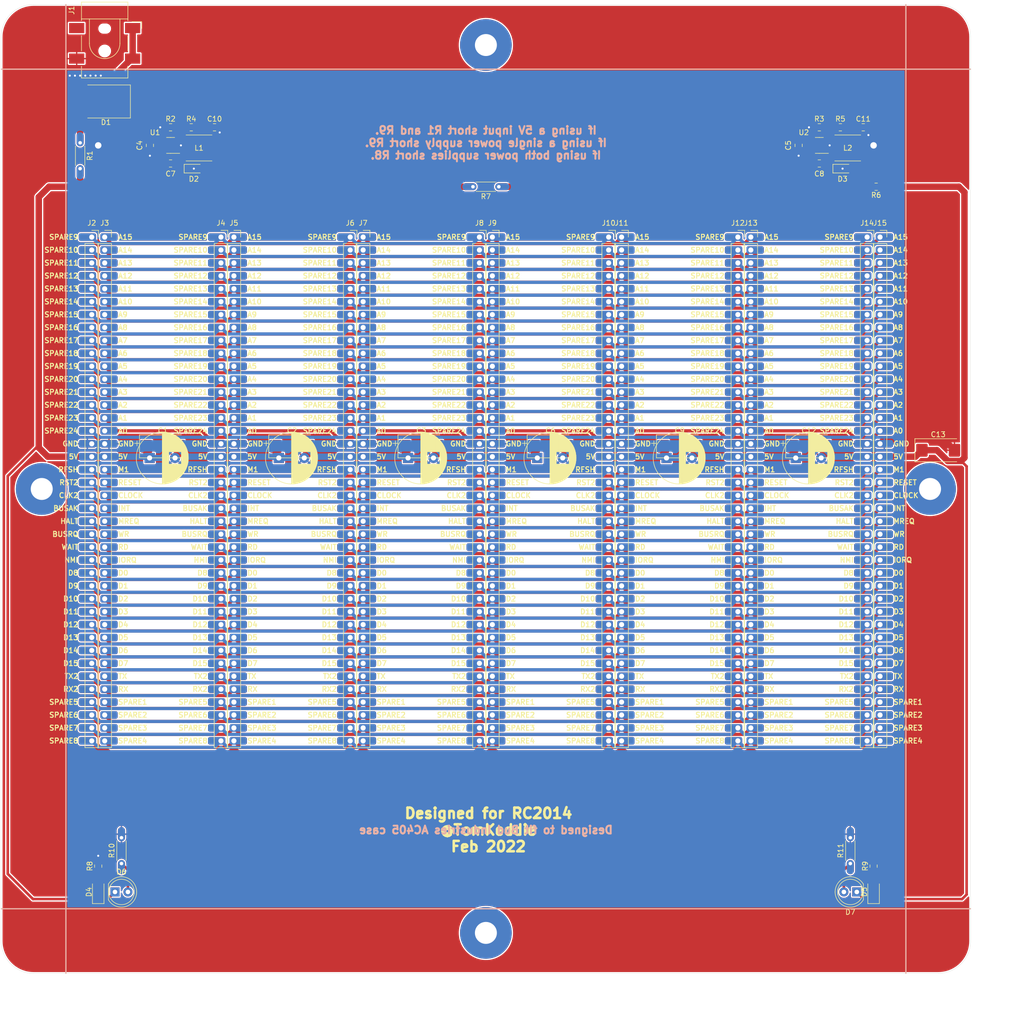
<source format=kicad_pcb>
(kicad_pcb (version 20211014) (generator pcbnew)
  (layers (0 "F.Cu" signal) (31 "B.Cu" signal) (34 "B.Paste" user) (35 "F.Paste" user) (36 "B.SilkS" user "B.Silkscreen") (37 "F.SilkS" user "F.Silkscreen") (38 "B.Mask" user) (39 "F.Mask" user) (44 "Edge.Cuts" user))
  (net 0 "")
  (net 1 "SPARE9")
  (net 2 "SPARE10")
  (net 3 "SPARE11")
  (net 4 "SPARE12")
  (net 5 "SPARE13")
  (net 6 "SPARE14")
  (net 7 "SPARE15")
  (net 8 "SPARE16")
  (net 9 "SPARE17")
  (net 10 "SPARE18")
  (net 11 "SPARE19")
  (net 12 "SPARE20")
  (net 13 "SPARE21")
  (net 14 "SPARE22")
  (net 15 "SPARE23")
  (net 16 "SPARE24")
  (net 17 "GND")
  (net 18 "{slash}RFSH")
  (net 19 "{slash}RST2")
  (net 20 "CLK2")
  (net 21 "{slash}BUSACK")
  (net 22 "{slash}HALT")
  (net 23 "{slash}BUSRQ")
  (net 24 "{slash}WAIT")
  (net 25 "{slash}NMI")
  (net 26 "D8")
  (net 27 "D9")
  (net 28 "D10")
  (net 29 "D11")
  (net 30 "D12")
  (net 31 "D13")
  (net 32 "D14")
  (net 33 "D15")
  (net 34 "TX2")
  (net 35 "RX2")
  (net 36 "SPARE5")
  (net 37 "SPARE6")
  (net 38 "SPARE7")
  (net 39 "SPARE8")
  (net 40 "A15")
  (net 41 "A14")
  (net 42 "A13")
  (net 43 "A12")
  (net 44 "A10")
  (net 45 "A9")
  (net 46 "A8")
  (net 47 "A7")
  (net 48 "A6")
  (net 49 "A5")
  (net 50 "A4")
  (net 51 "A3")
  (net 52 "A2")
  (net 53 "A1")
  (net 54 "A0")
  (net 55 "{slash}M1")
  (net 56 "{slash}RESET")
  (net 57 "CLK")
  (net 58 "{slash}INT")
  (net 59 "{slash}MREQ")
  (net 60 "{slash}WR")
  (net 61 "{slash}RD")
  (net 62 "{slash}IORQ")
  (net 63 "D0")
  (net 64 "D1")
  (net 65 "D2")
  (net 66 "D3")
  (net 67 "D4")
  (net 68 "D5")
  (net 69 "D6")
  (net 70 "D7")
  (net 71 "TX")
  (net 72 "RX")
  (net 73 "SPARE1")
  (net 74 "SPARE2")
  (net 75 "SPARE3")
  (net 76 "SPARE4")
  (net 77 "+5VA")
  (net 78 "+5VB")
  (net 79 "Net-(C7-Pad1)")
  (net 80 "Net-(C7-Pad2)")
  (net 81 "Net-(C8-Pad1)")
  (net 82 "Net-(C8-Pad2)")
  (net 83 "A11")
  (net 84 "Net-(D1-Pad2)")
  (net 85 "Net-(D4-Pad2)")
  (net 86 "Net-(D5-Pad2)")
  (net 87 "Net-(C4-Pad1)")
  (net 88 "Net-(C11-Pad1)")
  (net 89 "Net-(R3-Pad2)")
  (net 90 "Net-(D6-Pad2)")
  (net 91 "Net-(D7-Pad2)")
  (net 92 "Net-(R2-Pad2)")
  (footprint "tom-modules:RC2014-ENH" (layer "F.Cu") (at 62.23 64.77)
    (fp_text reference "J4")
    (fp_text value "RC2014-ENH")
  )
  (footprint "tom-modules:RC2014-STD" (layer "F.Cu") (at 166.37 64.77)
    (fp_text reference "J13")
    (fp_text value "RC2014-STD")
  )
  (footprint "tom-passives:C_0805_2012Metric" (layer "F.Cu") (at 179.832 50.292)
    (fp_text reference "C8")
    (fp_text value "10nF")
  )
  (footprint "tom-opto:LED_1206_3216Metric" (layer "F.Cu") (at 190.5 193.548 90)
    (fp_text reference "D5")
    (fp_text value "LED")
  )
  (footprint "tom-passives:L_Taiyo-Yuden_NR-50xx" (layer "F.Cu") (at 185.42 47.244)
    (fp_text reference "L2")
    (fp_text value "4.7uH")
  )
  (footprint "tom-passives:CP_MIXED_SMT_PTH_7343_5mm" (layer "F.Cu") (at 152.4 105.918)
    (fp_text reference "C9")
    (fp_text value "100uF/10V")
  )
  (footprint "tom-semiconductors:D_SMC" (layer "F.Cu") (at 39.624 38.1 180)
    (fp_text reference "D1")
    (fp_text value "S6MC")
  )
  (footprint "tom-passives:R_0805_2012Metric" (layer "F.Cu") (at 56.388 43.18)
    (fp_text reference "R4")
    (fp_text value "49.9k")
  )
  (footprint "tom-modules:RC2014-STD" (layer "F.Cu") (at 140.97 64.77)
    (fp_text reference "J11")
    (fp_text value "RC2014-STD")
  )
  (footprint "tom-passives:R_Axial_DIN0204_L3.6mm_D1.6mm_P5.08mm_Horizontal" (layer "F.Cu") (at 42.672 187.96 90)
    (fp_text reference "R10")
    (fp_text value "1k")
  )
  (footprint "tom-modules:RC2014-ENH" (layer "F.Cu") (at 138.43 64.77)
    (fp_text reference "J10")
    (fp_text value "RC2014-ENH")
  )
  (footprint "tom-passives:C_0805_2012Metric_Pad1.15x1.40mm_HandSolder" (layer "F.Cu") (at 188.468 43.18)
    (fp_text reference "C11")
    (fp_text value "22uF/10V")
  )
  (footprint "tom-modules:RC2014-ENH" (layer "F.Cu") (at 189.23 64.77)
    (fp_text reference "J14")
    (fp_text value "RC2014-ENH")
  )
  (footprint "tom-passives:R_0805_2012Metric" (layer "F.Cu") (at 190.5 188.468 90)
    (fp_text reference "R9")
    (fp_text value "1k")
  )
  (footprint "tom-passives:CP_EIA-7343-31_Kemet-D_Pad2.25x2.55mm_HandSolder" (layer "F.Cu") (at 203.2 106.68)
    (fp_text reference "C13")
    (fp_text value "100uF/10V")
  )
  (footprint "tom-passives:R_Axial_DIN0204_L3.6mm_D1.6mm_P5.08mm_Horizontal" (layer "F.Cu") (at 185.928 187.96 90)
    (fp_text reference "R11")
    (fp_text value "1k")
  )
  (footprint "tom-semiconductors:SOT-23-6" (layer "F.Cu") (at 179.832 46.736 180)
    (fp_text reference "U2")
    (fp_text value "AP3211KTR")
  )
  (footprint "tom-passives:C_0805_2012Metric" (layer "F.Cu") (at 52.324 50.292)
    (fp_text reference "C7")
    (fp_text value "10nF")
  )
  (footprint "tom-passives:R_0805_2012Metric" (layer "F.Cu") (at 52.324 43.18)
    (fp_text reference "R2")
    (fp_text value "9.53k")
  )
  (footprint "tom-passives:R_Axial_DIN0204_L3.6mm_D1.6mm_P5.08mm_Horizontal" (layer "F.Cu") (at 116.84 54.864 180)
    (fp_text reference "R7")
    (fp_text value "DNP")
  )
  (footprint "tom-passives:C_0805_2012Metric_Pad1.15x1.40mm_HandSolder" (layer "F.Cu") (at 60.96 43.18)
    (fp_text reference "C10")
    (fp_text value "22uF/10V")
  )
  (footprint "tom-modules:RC2014-STD" (layer "F.Cu") (at 191.77 64.77)
    (fp_text reference "J15")
    (fp_text value "RC2014-STD")
  )
  (footprint "tom-modules:RC2014-STD" (layer "F.Cu") (at 39.37 64.77)
    (fp_text reference "J3")
    (fp_text value "RC2014-STD")
  )
  (footprint "tom-modules:RC2014-ENH" (layer "F.Cu") (at 163.83 64.77)
    (fp_text reference "J12")
    (fp_text value "RC2014-ENH")
  )
  (footprint "tom-passives:CP_MIXED_SMT_PTH_7343_5mm" (layer "F.Cu") (at 76.2 105.918)
    (fp_text reference "C2")
    (fp_text value "100uF/10V")
  )
  (footprint "tom-passives:CP_MIXED_SMT_PTH_7343_5mm" (layer "F.Cu") (at 127 105.918)
    (fp_text reference "C6")
    (fp_text value "100uF/10V")
  )
  (footprint "tom-passives:C_0805_2012Metric_Pad1.15x1.40mm_HandSolder" (layer "F.Cu") (at 175.768 46.736 -90)
    (fp_text reference "C5")
    (fp_text value "10uF/25V")
  )
  (footprint "tom-passives:C_0805_2012Metric_Pad1.15x1.40mm_HandSolder" (layer "F.Cu") (at 48.26 46.736 -90)
    (fp_text reference "C4")
    (fp_text value "10uF/25V")
  )
  (footprint "tom-modules:RC2014-ENH" (layer "F.Cu") (at 87.63 64.77)
    (fp_text reference "J6")
    (fp_text value "RC2014-ENH")
  )
  (footprint "tom-semiconductors:D_SOD-323_HandSoldering" (layer "F.Cu") (at 184.404 51.308)
    (fp_text reference "D3")
    (fp_text value "BAT20JFILM")
  )
  (footprint "tom-passives:R_Axial_DIN0204_L3.6mm_D1.6mm_P5.08mm_Horizontal" (layer "F.Cu") (at 34.544 46.228 -90)
    (fp_text reference "R1")
    (fp_text value "DNP")
  )
  (footprint "tom-modules:RC2014-STD" (layer "F.Cu") (at 64.77 64.77)
    (fp_text reference "J5")
    (fp_text value "RC2014-STD")
  )
  (footprint "tom-opto:LED_1206_3216Metric" (layer "F.Cu") (at 38.1 193.548 90)
    (fp_text reference "D4")
    (fp_text value "LED")
  )
  (footprint "tom-opto:LED_D5.0mm" (layer "F.Cu") (at 41.397 193.548)
    (fp_text reference "D6")
    (fp_text value "LED")
  )
  (footprint "tom-modules:RC2014-ENH" (layer "F.Cu") (at 113.03 64.77)
    (fp_text reference "J8")
    (fp_text value "RC2014-ENH")
  )
  (footprint "tom-modules:RC2014-STD" (layer "F.Cu") (at 90.17 64.77)
    (fp_text reference "J7")
    (fp_text value "RC2014-STD")
  )
  (footprint "tom-connectors:BarrelJack_CLIFF_FC681465S_SMT_Horizontal" (layer "F.Cu") (at 39.37 26.67 -90)
    (fp_text reference "J1")
    (fp_text value "Barrel_Jack")
  )
  (footprint "tom-passives:R_0805_2012Metric" (layer "F.Cu") (at 38.1 188.468 90)
    (fp_text reference "R8")
    (fp_text value "1k")
  )
  (footprint "tom-passives:R_0805_2012Metric" (layer "F.Cu") (at 179.832 43.18)
    (fp_text reference "R3")
    (fp_text value "9.53k")
  )
  (footprint "tom-semiconductors:D_SOD-323_HandSoldering" (layer "F.Cu") (at 56.896 51.308)
    (fp_text reference "D2")
    (fp_text value "BAT20JFILM")
  )
  (footprint "tom-passives:R_0805_2012Metric" (layer "F.Cu") (at 183.9745 43.18)
    (fp_text reference "R5")
    (fp_text value "49.9k")
  )
  (footprint "tom-passives:CP_MIXED_SMT_PTH_7343_5mm" (layer "F.Cu") (at 50.8 105.918)
    (fp_text reference "C1")
    (fp_text value "100uF/10V")
  )
  (footprint "tom-passives:L_Taiyo-Yuden_NR-50xx" (layer "F.Cu") (at 57.912 47.244)
    (fp_text reference "L1")
    (fp_text value "4.7uH")
  )
  (footprint "tom-passives:CP_MIXED_SMT_PTH_7343_5mm" (layer "F.Cu") (at 101.6 105.918)
    (fp_text reference "C3")
    (fp_text value "100uF/10V")
  )
  (footprint "tom-semiconductors:SOT-23-6" (layer "F.Cu") (at 52.324 46.736 180)
    (fp_text reference "U1")
    (fp_text value "AP3211KTR")
  )
  (footprint "tom-passives:R_0805_2012Metric" (layer "F.Cu") (at 191.008 54.864 180)
    (fp_text reference "R6")
    (fp_text value "0R")
  )
  (footprint "tom-modules:RC2014-STD" (layer "F.Cu") (at 115.57 64.77)
    (fp_text reference "J9")
    (fp_text value "RC2014-STD")
  )
  (footprint "tom-passives:CP_MIXED_SMT_PTH_7343_5mm" (layer "F.Cu") (at 177.8 105.918)
    (fp_text reference "C12")
    (fp_text value "100uF/10V")
  )
  (footprint "tom-modules:RC2014-ENH" (layer "F.Cu") (at 36.83 64.77)
    (fp_text reference "J2")
    (fp_text value "RC2014-ENH")
  )
  (footprint "tom-opto:LED_D5.0mm" (layer "F.Cu") (at 187.203 193.548 180)
    (fp_text reference "D7")
    (fp_text value "LED")
  )
  (gr_line (start 19.05 196.85) (end 209.55 196.85) (layer "B.SilkS") (width 0.25))
  (gr_line (start 31.75 19.05) (end 31.75 209.55) (layer "B.SilkS") (width 0.25))
  (gr_line (start 19.05 31.75) (end 209.55 31.75) (layer "B.SilkS") (width 0.25))
  (gr_line (start 196.85 19.05) (end 196.85 209.55) (layer "B.SilkS") (width 0.25))
  (gr_arc (start 25.4 209.55) (mid 20.909872 207.690128) (end 19.05 203.2) (layer "Edge.Cuts") (width 0.05))
  (gr_line (start 25.4 209.55) (end 203.2 209.55) (layer "Edge.Cuts") (width 0.05))
  (gr_arc (start 203.2 19.05) (mid 207.690128 20.909872) (end 209.55 25.4) (layer "Edge.Cuts") (width 0.05))
  (gr_line (start 19.05 25.4) (end 19.05 203.2) (layer "Edge.Cuts") (width 0.05))
  (gr_line (start 25.4 19.05) (end 203.2 19.05) (layer "Edge.Cuts") (width 0.0508))
  (gr_arc (start 209.55 203.2) (mid 207.690128 207.690128) (end 203.2 209.55) (layer "Edge.Cuts") (width 0.05))
  (gr_arc (start 19.05 25.4) (mid 20.909872 20.909872) (end 25.4 19.05) (layer "Edge.Cuts") (width 0.05))
  (gr_line (start 209.55 25.4) (end 209.55 203.2) (layer "Edge.Cuts") (width 0.05))
  (gr_text "Designed to fit Bud Industries AC405 case" (at 114.3 181.356) (layer "B.SilkS") (effects (font (size 1.524 1.524) (thickness 0.381)) (justify mirror)))
  (gr_text "If using a 5V input short R1 and R9.\nIf using a single power supply short R9.\nIf using both power supplies short R8.\n" (at 114.3 46.228) (layer "B.SilkS") (effects (font (size 1.524 1.524) (thickness 0.381)) (justify mirror)))
  (gr_text "Designed for RC2014\n@TomKeddie\nFeb 2022" (at 114.808 181.356) (layer "F.SilkS") (effects (font (size 2.032 2.032) (thickness 0.508))))
  (via (at 201.5998 114.3) (size 10.16) (drill 4.318) (layers "F.Cu" "B.Cu") (net 0))
  (via (at 27.0002 114.3) (size 10.16) (drill 4.318) (layers "F.Cu" "B.Cu") (net 0))
  (via (at 114.3 27.0002) (size 10.16) (drill 4.318) (layers "F.Cu" "B.Cu") (net 0))
  (via (at 114.3 201.5998) (size 10.16) (drill 4.318) (layers "F.Cu" "B.Cu") (net 0))
  (segment (start 36.83 64.77) (end 38.09702 66.03702) (width 0.635) (layer "B.Cu") (net 1))
  (segment (start 63.49702 66.03702) (end 86.36298 66.03702) (width 0.635) (layer "B.Cu") (net 1))
  (segment (start 138.43 64.77) (end 139.69702 66.03702) (width 0.635) (layer "B.Cu") (net 1))
  (segment (start 60.96298 66.03702) (end 62.23 64.77) (width 0.635) (layer "B.Cu") (net 1))
  (segment (start 114.29702 66.03702) (end 137.16298 66.03702) (width 0.635) (layer "B.Cu") (net 1))
  (segment (start 86.36298 66.03702) (end 87.63 64.77) (width 0.635) (layer "B.Cu") (net 1))
  (segment (start 88.89702 66.03702) (end 111.76298 66.03702) (width 0.635) (layer "B.Cu") (net 1))
  (segment (start 162.56298 66.03702) (end 163.83 64.77) (width 0.635) (layer "B.Cu") (net 1))
  (segment (start 187.96298 66.03702) (end 189.23 64.77) (width 0.635) (layer "B.Cu") (net 1))
  (segment (start 165.09702 66.03702) (end 187.96298 66.03702) (width 0.635) (layer "B.Cu") (net 1))
  (segment (start 163.83 64.77) (end 165.09702 66.03702) (width 0.635) (layer "B.Cu") (net 1))
  (segment (start 87.63 64.77) (end 88.89702 66.03702) (width 0.635) (layer "B.Cu") (net 1))
  (segment (start 38.09702 66.03702) (end 60.96298 66.03702) (width 0.635) (layer "B.Cu") (net 1))
  (segment (start 111.76298 66.03702) (end 113.03 64.77) (width 0.635) (layer "B.Cu") (net 1))
  (segment (start 137.16298 66.03702) (end 138.43 64.77) (width 0.635) (layer "B.Cu") (net 1))
  (segment (start 139.69702 66.03702) (end 162.56298 66.03702) (width 0.635) (layer "B.Cu") (net 1))
  (segment (start 113.03 64.77) (end 114.29702 66.03702) (width 0.635) (layer "B.Cu") (net 1))
  (segment (start 62.23 64.77) (end 63.49702 66.03702) (width 0.635) (layer "B.Cu") (net 1))
  (segment (start 165.09702 68.57702) (end 187.96298 68.57702) (width 0.635) (layer "B.Cu") (net 2))
  (segment (start 88.89702 68.57702) (end 111.76298 68.57702) (width 0.635) (layer "B.Cu") (net 2))
  (segment (start 38.09702 68.57702) (end 60.96298 68.57702) (width 0.635) (layer "B.Cu") (net 2))
  (segment (start 138.43 67.31) (end 139.69702 68.57702) (width 0.635) (layer "B.Cu") (net 2))
  (segment (start 36.83 67.31) (end 38.09702 68.57702) (width 0.635) (layer "B.Cu") (net 2))
  (segment (start 163.83 67.31) (end 165.09702 68.57702) (width 0.635) (layer "B.Cu") (net 2))
  (segment (start 137.16298 68.57702) (end 138.43 67.31) (width 0.635) (layer "B.Cu") (net 2))
  (segment (start 63.49702 68.57702) (end 86.36298 68.57702) (width 0.635) (layer "B.Cu") (net 2))
  (segment (start 113.03 67.31) (end 114.29702 68.57702) (width 0.635) (layer "B.Cu") (net 2))
  (segment (start 162.56298 68.57702) (end 163.83 67.31) (width 0.635) (layer "B.Cu") (net 2))
  (segment (start 62.23 67.31) (end 63.49702 68.57702) (width 0.635) (layer "B.Cu") (net 2))
  (segment (start 60.96298 68.57702) (end 62.23 67.31) (width 0.635) (layer "B.Cu") (net 2))
  (segment (start 187.96298 68.57702) (end 189.23 67.31) (width 0.635) (layer "B.Cu") (net 2))
  (segment (start 114.29702 68.57702) (end 137.16298 68.57702) (width 0.635) (layer "B.Cu") (net 2))
  (segment (start 139.69702 68.57702) (end 162.56298 68.57702) (width 0.635) (layer "B.Cu") (net 2))
  (segment (start 86.36298 68.57702) (end 87.63 67.31) (width 0.635) (layer "B.Cu") (net 2))
  (segment (start 87.63 67.31) (end 88.89702 68.57702) (width 0.635) (layer "B.Cu") (net 2))
  (segment (start 111.76298 68.57702) (end 113.03 67.31) (width 0.635) (layer "B.Cu") (net 2))
  (segment (start 62.23 69.85) (end 63.49702 71.11702) (width 0.635) (layer "B.Cu") (net 3))
  (segment (start 111.76298 71.11702) (end 113.03 69.85) (width 0.635) (layer "B.Cu") (net 3))
  (segment (start 87.63 69.85) (end 88.89702 71.11702) (width 0.635) (layer "B.Cu") (net 3))
  (segment (start 38.09702 71.11702) (end 60.96298 71.11702) (width 0.635) (layer "B.Cu") (net 3))
  (segment (start 63.49702 71.11702) (end 86.36298 71.11702) (width 0.635) (layer "B.Cu") (net 3))
  (segment (start 88.89702 71.11702) (end 111.76298 71.11702) (width 0.635) (layer "B.Cu") (net 3))
  (segment (start 113.03 69.85) (end 114.29702 71.11702) (width 0.635) (layer "B.Cu") (net 3))
  (segment (start 162.56298 71.11702) (end 163.83 69.85) (width 0.635) (layer "B.Cu") (net 3))
  (segment (start 86.36298 71.11702) (end 87.63 69.85) (width 0.635) (layer "B.Cu") (net 3))
  (segment (start 138.43 69.85) (end 139.69702 71.11702) (width 0.635) (layer "B.Cu") (net 3))
  (segment (start 114.29702 71.11702) (end 137.16298 71.11702) (width 0.635) (layer "B.Cu") (net 3))
  (segment (start 165.09702 71.11702) (end 187.96298 71.11702) (width 0.635) (layer "B.Cu") (net 3))
  (segment (start 36.83 69.85) (end 38.09702 71.11702) (width 0.635) (layer "B.Cu") (net 3))
  (segment (start 139.69702 71.11702) (end 162.56298 71.11702) (width 0.635) (layer "B.Cu") (net 3))
  (segment (start 137.16298 71.11702) (end 138.43 69.85) (width 0.635) (layer "B.Cu") (net 3))
  (segment (start 163.83 69.85) (end 165.09702 71.11702) (width 0.635) (layer "B.Cu") (net 3))
  (segment (start 60.96298 71.11702) (end 62.23 69.85) (width 0.635) (layer "B.Cu") (net 3))
  (segment (start 187.96298 71.11702) (end 189.23 69.85) (width 0.635) (layer "B.Cu") (net 3))
  (segment (start 36.83 72.39) (end 38.10298 73.66298) (width 0.635) (layer "B.Cu") (net 4))
  (segment (start 86.35702 73.66298) (end 87.63 72.39) (width 0.635) (layer "B.Cu") (net 4))
  (segment (start 38.10298 73.66298) (end 60.95702 73.66298) (width 0.635) (layer "B.Cu") (net 4))
  (segment (start 138.43 72.39) (end 139.70298 73.66298) (width 0.635) (layer "B.Cu") (net 4))
  (segment (start 162.55702 73.66298) (end 163.83 72.39) (width 0.635) (layer "B.Cu") (net 4))
  (segment (start 60.95702 73.66298) (end 62.23 72.39) (width 0.635) (layer "B.Cu") (net 4))
  (segment (start 113.03 72.39) (end 114.30298 73.66298) (width 0.635) (layer "B.Cu") (net 4))
  (segment (start 88.90298 73.66298) (end 111.75702 73.66298) (width 0.635) (layer "B.Cu") (net 4))
  (segment (start 187.95702 73.66298) (end 189.23 72.39) (width 0.635) (layer "B.Cu") (net 4))
  (segment (start 63.50298 73.66298) (end 86.35702 73.66298) (width 0.635) (layer "B.Cu") (net 4))
  (segment (start 137.15702 73.66298) (end 138.43 72.39) (width 0.635) (layer "B.Cu") (net 4))
  (segment (start 114.30298 73.66298) (end 137.15702 73.66298) (width 0.635) (layer "B.Cu") (net 4))
  (segment (start 87.63 72.39) (end 88.90298 73.66298) (width 0.635) (layer "B.Cu") (net 4))
  (segment (start 139.70298 73.66298) (end 162.55702 73.66298) (width 0.635) (layer "B.Cu") (net 4))
  (segment (start 62.23 72.39) (end 63.50298 73.66298) (width 0.635) (layer "B.Cu") (net 4))
  (segment (start 165.10298 73.66298) (end 187.95702 73.66298) (width 0.635) (layer "B.Cu") (net 4))
  (segment (start 111.75702 73.66298) (end 113.03 72.39) (width 0.635) (layer "B.Cu") (net 4))
  (segment (start 163.83 72.39) (end 165.10298 73.66298) (width 0.635) (layer "B.Cu") (net 4))
  (segment (start 139.69702 76.19702) (end 162.56298 76.19702) (width 0.635) (layer "B.Cu") (net 5))
  (segment (start 36.83 74.93) (end 38.09702 76.19702) (width 0.635) (layer "B.Cu") (net 5))
  (segment (start 138.43 74.93) (end 139.69702 76.19702) (width 0.635) (layer "B.Cu") (net 5))
  (segment (start 187.96298 76.19702) (end 189.23 74.93) (width 0.635) (layer "B.Cu") (net 5))
  (segment (start 113.03 74.93) (end 114.29702 76.19702) (width 0.635) (layer "B.Cu") (net 5))
  (segment (start 88.89702 76.19702) (end 111.76298 76.19702) (width 0.635) (layer "B.Cu") (net 5))
  (segment (start 62.23 74.93) (end 63.49702 76.19702) (width 0.635) (layer "B.Cu") (net 5))
  (segment (start 63.49702 76.19702) (end 86.36298 76.19702) (width 0.635) (layer "B.Cu") (net 5))
  (segment (start 111.76298 76.19702) (end 113.03 74.93) (width 0.635) (layer "B.Cu") (net 5))
  (segment (start 163.83 74.93) (end 165.09702 76.19702) (width 0.635) (layer "B.Cu") (net 5))
  (segment (start 165.09702 76.19702) (end 187.96298 76.19702) (width 0.635) (layer "B.Cu") (net 5))
  (segment (start 86.36298 76.19702) (end 87.63 74.93) (width 0.635) (layer "B.Cu") (net 5))
  (segment (start 137.16298 76.19702) (end 138.43 74.93) (width 0.635) (layer "B.Cu") (net 5))
  (segment (start 60.96298 76.19702) (end 62.23 74.93) (width 0.635) (layer "B.Cu") (net 5))
  (segment (start 38.09702 76.19702) (end 60.96298 76.19702) (width 0.635) (layer "B.Cu") (net 5))
  (segment (start 162.56298 76.19702) (end 163.83 74.93) (width 0.635) (layer "B.Cu") (net 5))
  (segment (start 87.63 74.93) (end 88.89702 76.19702) (width 0.635) (layer "B.Cu") (net 5))
  (segment (start 114.29702 76.19702) (end 137.16298 76.19702) (width 0.635) (layer "B.Cu") (net 5))
  (segment (start 137.16298 78.73702) (end 138.43 77.47) (width 0.635) (layer "B.Cu") (net 6))
  (segment (start 187.96298 78.73702) (end 189.23 77.47) (width 0.635) (layer "B.Cu") (net 6))
  (segment (start 36.83 77.47) (end 38.09702 78.73702) (width 0.635) (layer "B.Cu") (net 6))
  (segment (start 60.96298 78.73702) (end 62.23 77.47) (width 0.635) (layer "B.Cu") (net 6))
  (segment (start 62.23 77.47) (end 63.49702 78.73702) (width 0.635) (layer "B.Cu") (net 6))
  (segment (start 38.09702 78.73702) (end 60.96298 78.73702) (width 0.635) (layer "B.Cu") (net 6))
  (segment (start 114.29702 78.73702) (end 137.16298 78.73702) (width 0.635) (layer "B.Cu") (net 6))
  (segment (start 86.36298 78.73702) (end 87.63 77.47) (width 0.635) (layer "B.Cu") (net 6))
  (segment (start 111.76298 78.73702) (end 113.03 77.47) (width 0.635) (layer "B.Cu") (net 6))
  (segment (start 163.83 77.47) (end 165.09702 78.73702) (width 0.635) (layer "B.Cu") (net 6))
  (segment (start 113.03 77.47) (end 114.29702 78.73702) (width 0.635) (layer "B.Cu") (net 6))
  (segment (start 87.63 77.47) (end 88.89702 78.73702) (width 0.635) (layer "B.Cu") (net 6))
  (segment (start 63.49702 78.73702) (end 86.36298 78.73702) (width 0.635) (layer "B.Cu") (net 6))
  (segment (start 139.69702 78.73702) (end 162.56298 78.73702) (width 0.635) (layer "B.Cu") (net 6))
  (segment (start 88.89702 78.73702) (end 111.76298 78.73702) (width 0.635) (layer "B.Cu") (net 6))
  (segment (start 162.56298 78.73702) (end 163.83 77.47) (width 0.635) (layer "B.Cu") (net 6))
  (segment (start 138.43 77.47) (end 139.69702 78.73702) (width 0.635) (layer "B.Cu") (net 6))
  (segment (start 165.09702 78.73702) (end 187.96298 78.73702) (width 0.635) (layer "B.Cu") (net 6))
  (segment (start 163.83 80.01) (end 165.09702 81.27702) (width 0.635) (layer "B.Cu") (net 7))
  (segment (start 88.89702 81.27702) (end 111.76298 81.27702) (width 0.635) (layer "B.Cu") (net 7))
  (segment (start 36.83 80.01) (end 38.09702 81.27702) (width 0.635) (layer "B.Cu") (net 7))
  (segment (start 38.09702 81.27702) (end 60.96298 81.27702) (width 0.635) (layer "B.Cu") (net 7))
  (segment (start 139.69702 81.27702) (end 162.56298 81.27702) (width 0.635) (layer "B.Cu") (net 7))
  (segment (start 111.76298 81.27702) (end 113.03 80.01) (width 0.635) (layer "B.Cu") (net 7))
  (segment (start 62.23 80.01) (end 63.49702 81.27702) (width 0.635) (layer "B.Cu") (net 7))
  (segment (start 87.63 80.01) (end 88.89702 81.27702) (width 0.635) (layer "B.Cu") (net 7))
  (segment (start 113.03 80.01) (end 114.29702 81.27702) (width 0.635) (layer "B.Cu") (net 7))
  (segment (start 114.29702 81.27702) (end 137.16298 81.27702) (width 0.635) (layer "B.Cu") (net 7))
  (segment (start 187.96298 81.27702) (end 189.23 80.01) (width 0.635) (layer "B.Cu") (net 7))
  (segment (start 165.09702 81.27702) (end 187.96298 81.27702) (width 0.635) (layer "B.Cu") (net 7))
  (segment (start 63.49702 81.27702) (end 86.36298 81.27702) (width 0.635) (layer "B.Cu") (net 7))
  (segment (start 60.96298 81.27702) (end 62.23 80.01) (width 0.635) (layer "B.Cu") (net 7))
  (segment (start 138.43 80.01) (end 139.69702 81.27702) (width 0.635) (layer "B.Cu") (net 7))
  (segment (start 86.36298 81.27702) (end 87.63 80.01) (width 0.635) (layer "B.Cu") (net 7))
  (segment (start 137.16298 81.27702) (end 138.43 80.01) (width 0.635) (layer "B.Cu") (net 7))
  (segment (start 162.56298 81.27702) (end 163.83 80.01) (width 0.635) (layer "B.Cu") (net 7))
  (segment (start 163.83 82.55) (end 165.09702 83.81702) (width 0.635) (layer "B.Cu") (net 8))
  (segment (start 60.96298 83.81702) (end 62.23 82.55) (width 0.635) (layer "B.Cu") (net 8))
  (segment (start 86.36298 83.81702) (end 87.63 82.55) (width 0.635) (layer "B.Cu") (net 8))
  (segment (start 62.23 82.55) (end 63.49702 83.81702) (width 0.635) (layer "B.Cu") (net 8))
  (segment (start 36.83 82.55) (end 38.09702 83.81702) (width 0.635) (layer "B.Cu") (net 8))
  (segment (start 139.69702 83.81702) (end 162.56298 83.81702) (width 0.635) (layer "B.Cu") (net 8))
  (segment (start 138.43 82.55) (end 139.69702 83.81702) (width 0.635) (layer "B.Cu") (net 8))
  (segment (start 111.76298 83.81702) (end 113.03 82.55) (width 0.635) (layer "B.Cu") (net 8))
  (segment (start 88.89702 83.81702) (end 111.76298 83.81702) (width 0.635) (layer "B.Cu") (net 8))
  (segment (start 38.09702 83.81702) (end 60.96298 83.81702) (width 0.635) (layer "B.Cu") (net 8))
  (segment (start 87.63 82.55) (end 88.89702 83.81702) (width 0.635) (layer "B.Cu") (net 8))
  (segment (start 113.03 82.55) (end 114.29702 83.81702) (width 0.635) (layer "B.Cu") (net 8))
  (segment (start 162.56298 83.81702) (end 163.83 82.55) (width 0.635) (layer "B.Cu") (net 8))
  (segment (start 63.49702 83.81702) (end 86.36298 83.81702) (width 0.635) (layer "B.Cu") (net 8))
  (segment (start 114.29702 83.81702) (end 137.16298 83.81702) (width 0.635) (layer "B.Cu") (net 8))
  (segment (start 137.16298 83.81702) (end 138.43 82.55) (width 0.635) (layer "B.Cu") (net 8))
  (segment (start 165.09702 83.81702) (end 187.96298 83.81702) (width 0.635) (layer "B.Cu") (net 8))
  (segment (start 187.96298 83.81702) (end 189.23 82.55) (width 0.635) (layer "B.Cu") (net 8))
  (segment (start 113.03 85.09) (end 114.29702 86.35702) (width 0.635) (layer "B.Cu") (net 9))
  (segment (start 162.56298 86.35702) (end 163.83 85.09) (width 0.635) (layer "B.Cu") (net 9))
  (segment (start 138.43 85.09) (end 139.69702 86.35702) (width 0.635) (layer "B.Cu") (net 9))
  (segment (start 114.29702 86.35702) (end 137.16298 86.35702) (width 0.635) (layer "B.Cu") (net 9))
  (segment (start 62.23 85.09) (end 63.49702 86.35702) (width 0.635) (layer "B.Cu") (net 9))
  (segment (start 165.09702 86.35702) (end 187.96298 86.35702) (width 0.635) (layer "B.Cu") (net 9))
  (segment (start 88.89702 86.35702) (end 111.76298 86.35702) (width 0.635) (layer "B.Cu") (net 9))
  (segment (start 163.83 85.09) (end 165.09702 86.35702) (width 0.635) (layer "B.Cu") (net 9))
  (segment (start 87.63 85.09) (end 88.89702 86.35702) (width 0.635) (layer "B.Cu") (net 9))
  (segment (start 187.96298 86.35702) (end 189.23 85.09) (width 0.635) (layer "B.Cu") (net 9))
  (segment (start 38.09702 86.35702) (end 60.96298 86.35702) (width 0.635) (layer "B.Cu") (net 9))
  (segment (start 63.49702 86.35702) (end 86.36298 86.35702) (width 0.635) (layer "B.Cu") (net 9))
  (segment (start 60.96298 86.35702) (end 62.23 85.09) (width 0.635) (layer "B.Cu") (net 9))
  (segment (start 137.16298 86.35702) (end 138.43 85.09) (width 0.635) (layer "B.Cu") (net 9))
  (segment (start 86.36298 86.35702) (end 87.63 85.09) (width 0.635) (layer "B.Cu") (net 9))
  (segment (start 111.76298 86.35702) (end 113.03 85.09) (width 0.635) (layer "B.Cu") (net 9))
  (segment (start 139.69702 86.35702) (end 162.56298 86.35702) (width 0.635) (layer "B.Cu") (net 9))
  (segment (start 36.83 85.09) (end 38.09702 86.35702) (width 0.635) (layer "B.Cu") (net 9))
  (segment (start 165.09702 88.89702) (end 187.96298 88.89702) (width 0.635) (layer "B.Cu") (net 10))
  (segment (start 86.36298 88.89702) (end 87.63 87.63) (width 0.635) (layer "B.Cu") (net 10))
  (segment (start 88.89702 88.89702) (end 111.76298 88.89702) (width 0.635) (layer "B.Cu") (net 10))
  (segment (start 114.29702 88.89702) (end 137.16298 88.89702) (width 0.635) (layer "B.Cu") (net 10))
  (segment (start 187.96298 88.89702) (end 189.23 87.63) (width 0.635) (layer "B.Cu") (net 10))
  (segment (start 87.63 87.63) (end 88.89702 88.89702) (width 0.635) (layer "B.Cu") (net 10))
  (segment (start 60.96298 88.89702) (end 62.23 87.63) (width 0.635) (layer "B.Cu") (net 10))
  (segment (start 111.76298 88.89702) (end 113.03 87.63) (width 0.635) (layer "B.Cu") (net 10))
  (segment (start 113.03 87.63) (end 114.29702 88.89702) (width 0.635) (layer "B.Cu") (net 10))
  (segment (start 162.56298 88.89702) (end 163.83 87.63) (width 0.635) (layer "B.Cu") (net 10))
  (segment (start 38.09702 88.89702) (end 60.96298 88.89702) (width 0.635) (layer "B.Cu") (net 10))
  (segment (start 36.83 87.63) (end 38.09702 88.89702) (width 0.635) (layer "B.Cu") (net 10))
  (segment (start 62.23 87.63) (end 63.49702 88.89702) (width 0.635) (layer "B.Cu") (net 10))
  (segment (start 163.83 87.63) (end 165.09702 88.89702) (width 0.635) (layer "B.Cu") (net 10))
  (segment (start 63.49702 88.89702) (end 86.36298 88.89702) (width 0.635) (layer "B.Cu") (net 10))
  (segment (start 137.16298 88.89702) (end 138.43 87.63) (width 0.635) (layer "B.Cu") (net 10))
  (segment (start 139.69702 88.89702) (end 162.56298 88.89702) (width 0.635) (layer "B.Cu") (net 10))
  (segment (start 138.43 87.63) (end 139.69702 88.89702) (width 0.635) (layer "B.Cu") (net 10))
  (segment (start 137.16298 91.43702) (end 138.43 90.17) (width 0.635) (layer "B.Cu") (net 11))
  (segment (start 87.63 90.17) (end 88.89702 91.43702) (width 0.635) (layer "B.Cu") (net 11))
  (segment (start 165.09702 91.43702) (end 187.96298 91.43702) (width 0.635) (layer "B.Cu") (net 11))
  (segment (start 60.96298 91.43702) (end 62.23 90.17) (width 0.635) (layer "B.Cu") (net 11))
  (segment (start 162.56298 91.43702) (end 163.83 90.17) (width 0.635) (layer "B.Cu") (net 11))
  (segment (start 63.49702 91.43702) (end 86.36298 91.43702) (width 0.635) (layer "B.Cu") (net 11))
  (segment (start 111.76298 91.43702) (end 113.03 90.17) (width 0.635) (layer "B.Cu") (net 11))
  (segment (start 187.96298 91.43702) (end 189.23 90.17) (width 0.635) (layer "B.Cu") (net 11))
  (segment (start 86.36298 91.43702) (end 87.63 90.17) (width 0.635) (layer "B.Cu") (net 11))
  (segment (start 113.03 90.17) (end 114.29702 91.43702) (width 0.635) (layer "B.Cu") (net 11))
  (segment (start 139.69702 91.43702) (end 162.56298 91.43702) (width 0.635) (layer "B.Cu") (net 11))
  (segment (start 138.43 90.17) (end 139.69702 91.43702) (width 0.635) (layer "B.Cu") (net 11))
  (segment (start 62.23 90.17) (end 63.49702 91.43702) (width 0.635) (layer "B.Cu") (net 11))
  (segment (start 88.89702 91.43702) (end 111.76298 91.43702) (width 0.635) (layer "B.Cu") (net 11))
  (segment (start 38.09702 91.43702) (end 60.96298 91.43702) (width 0.635) (layer "B.Cu") (net 11))
  (segment (start 114.29702 91.43702) (end 137.16298 91.43702) (width 0.635) (layer "B.Cu") (net 11))
  (segment (start 163.83 90.17) (end 165.09702 91.43702) (width 0.635) (layer "B.Cu") (net 11))
  (segment (start 36.83 90.17) (end 38.09702 91.43702) (width 0.635) (layer "B.Cu") (net 11))
  (segment (start 114.29702 93.97702) (end 137.16298 93.97702) (width 0.635) (layer "B.Cu") (net 12))
  (segment (start 36.83 92.71) (end 38.09702 93.97702) (width 0.635) (layer "B.Cu") (net 12))
  (segment (start 163.83 92.71) (end 165.09702 93.97702) (width 0.635) (layer "B.Cu") (net 12))
  (segment (start 87.63 92.71) (end 88.89702 93.97702) (width 0.635) (layer "B.Cu") (net 12))
  (segment (start 88.89702 93.97702) (end 111.76298 93.97702) (width 0.635) (layer "B.Cu") (net 12))
  (segment (start 162.56298 93.97702) (end 163.83 92.71) (width 0.635) (layer "B.Cu") (net 12))
  (segment (start 137.16298 93.97702) (end 138.43 92.71) (width 0.635) (layer "B.Cu") (net 12))
  (segment (start 86.36298 93.97702) (end 87.63 92.71) (width 0.635) (layer "B.Cu") (net 12))
  (segment (start 165.09702 93.97702) (end 187.96298 93.97702) (width 0.635) (layer "B.Cu") (net 12))
  (segment (start 187.96298 93.97702) (end 189.23 92.71) (width 0.635) (layer "B.Cu") (net 12))
  (segment (start 60.96298 93.97702) (end 62.23 92.71) (width 0.635) (layer "B.Cu") (net 12))
  (segment (start 138.43 92.71) (end 139.69702 93.97702) (width 0.635) (layer "B.Cu") (net 12))
  (segment (start 113.03 92.71) (end 114.29702 93.97702) (width 0.635) (layer "B.Cu") (net 12))
  (segment (start 62.23 92.71) (end 63.49702 93.97702) (width 0.635) (layer "B.Cu") (net 12))
  (segment (start 111.76298 93.97702) (end 113.03 92.71) (width 0.635) (layer "B.Cu") (net 12))
  (segment (start 38.09702 93.97702) (end 60.96298 93.97702) (width 0.635) (layer "B.Cu") (net 12))
  (segment (start 63.49702 93.97702) (end 86.36298 93.97702) (width 0.635) (layer "B.Cu") (net 12))
  (segment (start 139.69702 93.97702) (end 162.56298 93.97702) (width 0.635) (layer "B.Cu") (net 12))
  (segment (start 38.09702 96.51702) (end 60.96298 96.51702) (width 0.635) (layer "B.Cu") (net 13))
  (segment (start 62.23 95.25) (end 63.49702 96.51702) (width 0.635) (layer "B.Cu") (net 13))
  (segment (start 113.03 95.25) (end 114.29702 96.51702) (width 0.635) (layer "B.Cu") (net 13))
  (segment (start 138.43 95.25) (end 139.69702 96.51702) (width 0.635) (layer "B.Cu") (net 13))
  (segment (start 87.63 95.25) (end 88.89702 96.51702) (width 0.635) (layer "B.Cu") (net 13))
  (segment (start 137.16298 96.51702) (end 138.43 95.25) (width 0.635) (layer "B.Cu") (net 13))
  (segment (start 165.09702 96.51702) (end 187.96298 96.51702) (width 0.635) (layer "B.Cu") (net 13))
  (segment (start 139.69702 96.51702) (end 162.56298 96.51702) (width 0.635) (layer "B.Cu") (net 13))
  (segment (start 162.56298 96.51702) (end 163.83 95.25) (width 0.635) (layer "B.Cu") (net 13))
  (segment (start 36.83 95.25) (end 38.09702 96.51702) (width 0.635) (layer "B.Cu") (net 13))
  (segment (start 163.83 95.25) (end 165.09702 96.51702) (width 0.635) (layer "B.Cu") (net 13))
  (segment (start 111.76298 96.51702) (end 113.03 95.25) (width 0.635) (layer "B.Cu") (net 13))
  (segment (start 88.89702 96.51702) (end 111.76298 96.51702) (width 0.635) (layer "B.Cu") (net 13))
  (segment (start 60.96298 96.51702) (end 62.23 95.25) (width 0.635) (layer "B.Cu") (net 13))
  (segment (start 114.29702 96.51702) (end 137.16298 96.51702) (width 0.635) (layer "B.Cu") (net 13))
  (segment (start 63.49702 96.51702) (end 86.36298 96.51702) (width 0.635) (layer "B.Cu") (net 13))
  (segment (start 86.36298 96.51702) (end 87.63 95.25) (width 0.635) (layer "B.Cu") (net 13))
  (segment (start 187.96298 96.51702) (end 189.23 95.25) (width 0.635) (layer "B.Cu") (net 13))
  (segment (start 36.83 97.79) (end 38.09702 99.05702) (width 0.635) (layer "B.Cu") (net 14))
  (segment (start 163.83 97.79) (end 165.09702 99.05702) (width 0.635) (layer "B.Cu") (net 14))
  (segment (start 86.36298 99.05702) (end 87.63 97.79) (width 0.635) (layer "B.Cu") (net 14))
  (segment (start 114.29702 99.05702) (end 137.16298 99.05702) (width 0.635) (layer "B.Cu") (net 14))
  (segment (start 113.03 97.79) (end 114.29702 99.05702) (width 0.635) (layer "B.Cu") (net 14))
  (segment (start 60.96298 99.05702) (end 62.23 97.79) (width 0.635) (layer "B.Cu") (net 14))
  (segment (start 162.56298 99.05702) (end 163.83 97.79) (width 0.635) (layer "B.Cu") (net 14))
  (segment (start 62.23 97.79) (end 63.49702 99.05702) (width 0.635) (layer "B.Cu") (net 14))
  (segment (start 87.63 97.79) (end 88.89702 99.05702) (width 0.635) (layer "B.Cu") (net 14))
  (segment (start 187.96298 99.05702) (end 189.23 97.79) (width 0.635) (layer "B.Cu") (net 14))
  (segment (start 63.49702 99.05702) (end 86.36298 99.05702) (width 0.635) (layer "B.Cu") (net 14))
  (segment (start 139.69702 99.05702) (end 162.56298 99.05702) (width 0.635) (layer "B.Cu") (net 14))
  (segment (start 165.09702 99.05702) (end 187.96298 99.05702) (width 0.635) (layer "B.Cu") (net 14))
  (segment (start 138.43 97.79) (end 139.69702 99.05702) (width 0.635) (layer "B.Cu") (net 14))
  (segment (start 38.09702 99.05702) (end 60.96298 99.05702) (width 0.635) (layer "B.Cu") (net 14))
  (segment (start 137.16298 99.05702) (end 138.43 97.79) (width 0.635) (layer "B.Cu") (net 14))
  (segment (start 111.76298 99.05702) (end 113.03 97.79) (width 0.635) (layer "B.Cu") (net 14))
  (segment (start 88.89702 99.05702) (end 111.76298 99.05702) (width 0.635) (layer "B.Cu") (net 14))
  (segment (start 88.89702 101.59702) (end 111.76298 101.59702) (width 0.635) (layer "B.Cu") (net 15))
  (segment (start 187.96298 101.59702) (end 189.23 100.33) (width 0.635) (layer "B.Cu") (net 15))
  (segment (start 63.49702 101.59702) (end 86.36298 101.59702) (width 0.635) (layer "B.Cu") (net 15))
  (segment (start 62.23 100.33) (end 63.49702 101.59702) (width 0.635) (layer "B.Cu") (net 15))
  (segment (start 137.16298 101.59702) (end 138.43 100.33) (width 0.635) (layer "B.Cu") (net 15))
  (segment (start 36.83 100.33) (end 38.09702 101.59702) (width 0.635) (layer "B.Cu") (net 15))
  (segment (start 139.69702 101.59702) (end 162.56298 101.59702) (width 0.635) (layer "B.Cu") (net 15))
  (segment (start 86.36298 101.59702) (end 87.63 100.33) (width 0.635) (layer "B.Cu") (net 15))
  (segment (start 114.29702 101.59702) (end 137.16298 101.59702) (width 0.635) (layer "B.Cu") (net 15))
  (segment (start 162.56298 101.59702) (end 163.83 100.33) (width 0.635) (layer "B.Cu") (net 15))
  (segment (start 138.43 100.33) (end 139.69702 101.59702) (width 0.635) (layer "B.Cu") (net 15))
  (segment (start 60.96298 101.59702) (end 62.23 100.33) (width 0.635) (layer "B.Cu") (net 15))
  (segment (start 165.09702 101.59702) (end 187.96298 101.59702) (width 0.635) (layer "B.Cu") (net 15))
  (segment (start 38.09702 101.59702) (end 60.96298 101.59702) (width 0.635) (layer "B.Cu") (net 15))
  (segment (start 113.03 100.33) (end 114.29702 101.59702) (width 0.635) (layer "B.Cu") (net 15))
  (segment (start 87.63 100.33) (end 88.89702 101.59702) (width 0.635) (layer "B.Cu") (net 15))
  (segment (start 163.83 100.33) (end 165.09702 101.59702) (width 0.635) (layer "B.Cu") (net 15))
  (segment (start 111.76298 101.59702) (end 113.03 100.33) (width 0.635) (layer "B.Cu") (net 15))
  (segment (start 87.63 102.87) (end 88.89702 104.13702) (width 0.635) (layer "B.Cu") (net 16))
  (segment (start 114.29702 104.13702) (end 137.16298 104.13702) (width 0.635) (layer "B.Cu") (net 16))
  (segment (start 113.03 102.87) (end 114.29702 104.13702) (width 0.635) (layer "B.Cu") (net 16))
  (segment (start 139.69702 104.13702) (end 162.56298 104.13702) (width 0.635) (layer "B.Cu") (net 16))
  (segment (start 111.76298 104.13702) (end 113.03 102.87) (width 0.635) (layer "B.Cu") (net 16))
  (segment (start 162.56298 104.13702) (end 163.83 102.87) (width 0.635) (layer "B.Cu") (net 16))
  (segment (start 86.36298 104.13702) (end 87.63 102.87) (width 0.635) (layer "B.Cu") (net 16))
  (segment (start 38.09702 104.13702) (end 60.96298 104.13702) (width 0.635) (layer "B.Cu") (net 16))
  (segment (start 165.09702 104.13702) (end 187.96298 104.13702) (width 0.635) (layer "B.Cu") (net 16))
  (segment (start 137.16298 104.13702) (end 138.43 102.87) (width 0.635) (layer "B.Cu") (net 16))
  (segment (start 62.23 102.87) (end 63.49702 104.13702) (width 0.635) (layer "B.Cu") (net 16))
  (segment (start 187.96298 104.13702) (end 189.23 102.87) (width 0.635) (layer "B.Cu") (net 16))
  (segment (start 36.83 102.87) (end 38.09702 104.13702) (width 0.635) (layer "B.Cu") (net 16))
  (segment (start 60.96298 104.13702) (end 62.23 102.87) (width 0.635) (layer "B.Cu") (net 16))
  (segment (start 163.83 102.87) (end 165.09702 104.13702) (width 0.635) (layer "B.Cu") (net 16))
  (segment (start 138.43 102.87) (end 139.69702 104.13702) (width 0.635) (layer "B.Cu") (net 16))
  (segment (start 88.89702 104.13702) (end 111.76298 104.13702) (width 0.635) (layer "B.Cu") (net 16))
  (segment (start 63.49702 104.13702) (end 86.36298 104.13702) (width 0.635) (layer "B.Cu") (net 16))
  (segment (start 181 107.403) (end 180.199 108.204) (width 1.27) (layer "F.Cu") (net 17))
  (segment (start 54 105.918) (end 54 107.403) (width 1.27) (layer "F.Cu") (net 17))
  (segment (start 130.2 107.403) (end 129.399 108.204) (width 1.27) (layer "F.Cu") (net 17))
  (segment (start 48.26 47.761) (end 48.26 48.768) (width 0.508) (layer "F.Cu") (net 17))
  (segment (start 175.768 47.761) (end 175.768 48.768) (width 0.508) (layer "F.Cu") (net 17))
  (segment (start 180.9695 46.736) (end 181.864 46.736) (width 0.508) (layer "F.Cu") (net 17))
  (segment (start 178.8945 43.18) (end 177.8 43.18) (width 0.508) (layer "F.Cu") (net 17))
  (segment (start 185.654 51.308) (end 184.404 51.308) (width 0.508) (layer "F.Cu") (net 17))
  (segment (start 189.493 44.695) (end 189.484 44.704) (width 0.508) (layer "F.Cu") (net 17))
  (segment (start 155.6 107.403) (end 154.799 108.204) (width 1.27) (layer "F.Cu") (net 17))
  (segment (start 61.985 43.18) (end 61.985 44.187) (width 0.508) (layer "F.Cu") (net 17))
  (segment (start 104.8 105.918) (end 104.8 107.403) (width 1.27) (layer "F.Cu") (net 17))
  (segment (start 79.4 105.918) (end 79.4 107.403) (width 1.27) (layer "F.Cu") (net 17))
  (segment (start 54 107.403) (end 53.199 108.204) (width 1.27) (layer "F.Cu") (net 17))
  (segment (start 181 105.918) (end 181 107.403) (width 1.27) (layer "F.Cu") (net 17))
  (segment (start 104.8 107.403) (end 103.999 108.204) (width 1.27) (layer "F.Cu") (net 17))
  (segment (start 192.60952 104.57048) (end 204.29048 104.57048) (width 1.27) (layer "F.Cu") (net 17))
  (segment (start 189.493 43.18) (end 189.493 44.695) (width 0.508) (layer "F.Cu") (net 17))
  (segment (start 204.29048 104.57048) (end 206.4 106.68) (width 1.27) (layer "F.Cu") (net 17))
  (segment (start 130.2 105.918) (end 130.2 107.403) (width 1.27) (layer "F.Cu") (net 17))
  (segment (start 79.4 107.403) (end 78.599 108.204) (width 1.27) (layer "F.Cu") (net 17))
  (segment (start 53.4615 46.736) (end 54.356 46.736) (width 0.508) (layer "F.Cu") (net 17))
  (segment (start 155.6 105.918) (end 155.6 107.403) (width 1.27) (layer "F.Cu") (net 17))
  (segment (start 61.985 44.187) (end 61.976 44.196) (width 0.508) (layer "F.Cu") (net 17))
  (segment (start 38.1 187.5305) (end 38.1 186.436) (width 0.508) (layer "F.Cu") (net 17))
  (segment (start 191.77 105.41) (end 192.60952 104.57048) (width 1.27) (layer "F.Cu") (net 17))
  (segment (start 58.146 51.308) (end 56.896 51.308) (width 0.508) (layer "F.Cu") (net 17))
  (segment (start 51.3865 43.18) (end 50.292 43.18) (width 0.508) (layer "F.Cu") (net 17))
  (via (at 190.5 46.736) (size 2.54) (drill 1.27) (layers "F.Cu" "B.Cu") (net 17))
  (via (at 38.608 33.02) (size 0.8) (drill 0.4) (layers "F.Cu" "B.Cu") (net 17))
  (via (at 37.592 33.02) (size 0.8) (drill 0.4) (layers "F.Cu" "B.Cu") (net 17))
  (via (at 50.292 43.18) (size 0.8) (drill 0.4) (layers "F.Cu" "B.Cu") (net 17))
  (via locked (at 38.1 46.736) (size 2.54) (drill 1.27) (layers "F.Cu" "B.Cu") (net 17))
  (via (at 177.8 43.18) (size 0.8) (drill 0.4) (layers "F.Cu" "B.Cu") (net 17))
  (via (at 34.544 33.02) (size 0.8) (drill 0.4) (layers "F.Cu" "B.Cu") (net 17))
  (via (at 184.404 51.308) (size 0.8) (drill 0.4) (layers "F.Cu" "B.Cu") (net 17))
  (via (at 175.768 48.768) (size 0.8) (drill 0.4) (layers "F.Cu" "B.Cu") (net 17))
  (via (at 36.576 33.02) (size 0.8) (drill 0.4) (layers "F.Cu" "B.Cu") (net 17))
  (via (at 61.976 44.196) (size 0.8) (drill 0.4) (layers "F.Cu" "B.Cu") (net 17))
  (via (at 35.56 33.02) (size 0.8) (drill 0.4) (layers "F.Cu" "B.Cu") (net 17))
  (via (at 32.512 33.02) (size 0.8) (drill 0.4) (layers "F.Cu" "B.Cu") (net 17))
  (via (at 33.528 33.02) (size 0.8) (drill 0.4) (layers "F.Cu" "B.Cu") (net 17))
  (via (at 56.896 51.308) (size 0.8) (drill 0.4) (layers "F.Cu" "B.Cu") (net 17))
  (via (at 48.26 48.768) (size 0.8) (drill 0.4) (layers "F.Cu" "B.Cu") (net 17))
  (via (at 54.356 46.736) (size 0.8) (drill 0.4) (layers "F.Cu" "B.Cu") (net 17))
  (via (at 189.484 44.704) (size 0.8) (drill 0.4) (layers "F.Cu" "B.Cu") (net 17))
  (via (at 181.864 46.736) (size 0.8) (drill 0.4) (layers "F.Cu" "B.Cu") (net 17))
  (via (at 38.1 186.436) (size 0.8) (drill 0.4) (layers "F.Cu" "B.Cu") (net 17))
  (segment (start 36.83 105.41) (end 39.37 105.41) (width 1.27) (layer "B.Cu") (net 17))
  (segment (start 62.23 105.41) (end 64.77 105.41) (width 1.27) (layer "B.Cu") (net 17))
  (segment (start 138.43 105.41) (end 140.97 105.41) (width 1.27) (layer "B.Cu") (net 17))
  (segment (start 87.63 105.41) (end 90.17 105.41) (width 1.27) (layer "B.Cu") (net 17))
  (segment (start 163.83 105.41) (end 166.37 105.41) (width 1.27) (layer "B.Cu") (net 17))
  (segment (start 189.23 105.41) (end 191.77 105.41) (width 1.27) (layer "B.Cu") (net 17))
  (segment (start 113.03 105.41) (end 115.57 105.41) (width 1.27) (layer "B.Cu") (net 17))
  (segment (start 36.83 110.49) (end 38.09702 111.75702) (width 0.635) (layer "B.Cu") (net 18))
  (segment (start 113.02851 110.49149) (end 114.29553 111.75851) (width 0.635) (layer "B.Cu") (net 18))
  (segment (start 163.82851 110.49149) (end 165.09553 111.75851) (width 0.635) (layer "B.Cu") (net 18))
  (segment (start 62.22851 110.49) (end 63.49553 111.75702) (width 0.635) (layer "B.Cu") (net 18))
  (segment (start 165.09553 111.75851) (end 187.96149 111.75851) (width 0.635) (layer "B.Cu") (net 18))
  (segment (start 137.16149 111.75851) (end 138.42851 110.49149) (width 0.635) (layer "B.Cu") (net 18))
  (segment (start 138.42851 110.49149) (end 139.69553 111.75851) (width 0.635) (layer "B.Cu") (net 18))
  (segment (start 87.62851 110.49149) (end 88.89553 111.75851) (width 0.635) (layer "B.Cu") (net 18))
  (segment (start 86.36149 111.75702) (end 87.62851 110.49) (width 0.635) (layer "B.Cu") (net 18))
  (segment (start 139.69553 111.75851) (end 162.56149 111.75851) (width 0.635) (layer "B.Cu") (net 18))
  (segment (start 38.09702 111.75702) (end 60.96298 111.75702) (width 0.635) (layer "B.Cu") (net 18))
  (segment (start 60.96298 111.75702) (end 62.23 110.49) (width 0.635) (layer "B.Cu") (net 18))
  (segment (start 187.96149 111.75851) (end 189.22851 110.49149) (width 0.635) (layer "B.Cu") (net 18))
  (segment (start 111.76149 111.75851) (end 113.02851 110.49149) (width 0.635) (layer "B.Cu") (net 18))
  (segment (start 88.89553 111.75851) (end 111.76149 111.75851) (width 0.635) (layer "B.Cu") (net 18))
  (segment (start 63.49553 111.75702) (end 86.36149 111.75702) (width 0.635) (layer "B.Cu") (net 18))
  (segment (start 162.56149 111.75851) (end 163.82851 110.49149) (width 0.635) (layer "B.Cu") (net 18))
  (segment (start 114.29553 111.75851) (end 137.16149 111.75851) (width 0.635) (layer "B.Cu") (net 18))
  (segment (start 187.96149 114.29851) (end 189.22851 113.03149) (width 0.635) (layer "B.Cu") (net 19))
  (segment (start 162.56149 114.29851) (end 163.82851 113.03149) (width 0.635) (layer "B.Cu") (net 19))
  (segment (start 86.36149 114.29702) (end 87.62851 113.03) (width 0.635) (layer "B.Cu") (net 19))
  (segment (start 87.62851 113.03149) (end 88.89553 114.29851) (width 0.635) (layer "B.Cu") (net 19))
  (segment (start 114.29553 114.29851) (end 137.16149 114.29851) (width 0.635) (layer "B.Cu") (net 19))
  (segment (start 88.89553 114.29851) (end 111.76149 114.29851) (width 0.635) (layer "B.Cu") (net 19))
  (segment (start 163.82851 113.03149) (end 165.09553 114.29851) (width 0.635) (layer "B.Cu") (net 19))
  (segment (start 63.49553 114.29702) (end 86.36149 114.29702) (width 0.635) (layer "B.Cu") (net 19))
  (segment (start 137.16149 114.29851) (end 138.42851 113.03149) (width 0.635) (layer "B.Cu") (net 19))
  (segment (start 111.76149 114.29851) (end 113.02851 113.03149) (width 0.635) (layer "B.Cu") (net 19))
  (segment (start 62.22851 113.03) (end 63.49553 114.29702) (width 0.635) (layer "B.Cu") (net 19))
  (segment (start 36.83 113.03) (end 38.09702 114.29702) (width 0.635) (layer "B.Cu") (net 19))
  (segment (start 113.02851 113.03149) (end 114.29553 114.29851) (width 0.635) (layer "B.Cu") (net 19))
  (segment (start 165.09553 114.29851) (end 187.96149 114.29851) (width 0.635) (layer "B.Cu") (net 19))
  (segment (start 60.96298 114.29702) (end 62.23 113.03) (width 0.635) (layer "B.Cu") (net 19))
  (segment (start 38.09702 114.29702) (end 60.96298 114.29702) (width 0.635) (layer "B.Cu") (net 19))
  (segment (start 138.42851 113.03149) (end 139.69553 114.29851) (width 0.635) (layer "B.Cu") (net 19))
  (segment (start 139.69553 114.29851) (end 162.56149 114.29851) (width 0.635) (layer "B.Cu") (net 19))
  (segment (start 87.62851 115.57149) (end 88.89553 116.83851) (width 0.635) (layer "B.Cu") (net 20))
  (segment (start 88.89553 116.83851) (end 111.76149 116.83851) (width 0.635) (layer "B.Cu") (net 20))
  (segment (start 114.29553 116.83851) (end 137.16149 116.83851) (width 0.635) (layer "B.Cu") (net 20))
  (segment (start 36.83 115.57) (end 38.09702 116.83702) (width 0.635) (layer "B.Cu") (net 20))
  (segment (start 187.96149 116.83851) (end 189.22851 115.57149) (width 0.635) (layer "B.Cu") (net 20))
  (segment (start 60.96298 116.83702) (end 62.23 115.57) (width 0.635) (layer "B.Cu") (net 20))
  (segment (start 162.56149 116.83851) (end 163.82851 115.57149) (width 0.635) (layer "B.Cu") (net 20))
  (segment (start 163.82851 115.57149) (end 165.09553 116.83851) (width 0.635) (layer "B.Cu") (net 20))
  (segment (start 165.09553 116.83851) (end 187.96149 116.83851) (width 0.635) (layer "B.Cu") (net 20))
  (segment (start 86.36149 116.83702) (end 87.62851 115.57) (width 0.635) (layer "B.Cu") (net 20))
  (segment (start 38.09702 116.83702) (end 60.96298 116.83702) (width 0.635) (layer "B.Cu") (net 20))
  (segment (start 62.22851 115.57) (end 63.49553 116.83702) (width 0.635) (layer "B.Cu") (net 20))
  (segment (start 138.42851 115.57149) (end 139.69553 116.83851) (width 0.635) (layer "B.Cu") (net 20))
  (segment (start 137.16149 116.83851) (end 138.42851 115.57149) (width 0.635) (layer "B.Cu") (net 20))
  (segment (start 113.02851 115.57149) (end 114.29553 116.83851) (width 0.635) (layer "B.Cu") (net 20))
  (segment (start 111.76149 116.83851) (end 113.02851 115.57149) (width 0.635) (layer "B.Cu") (net 20))
  (segment (start 63.49553 116.83702) (end 86.36149 116.83702) (width 0.635) (layer "B.Cu") (net 20))
  (segment (start 139.69553 116.83851) (end 162.56149 116.83851) (width 0.635) (layer "B.Cu") (net 20))
  (segment (start 137.16149 119.37851) (end 138.42851 118.11149) (width 0.635) (layer "B.Cu") (net 21))
  (segment (start 36.83 118.11) (end 38.09702 119.37702) (width 0.635) (layer "B.Cu") (net 21))
  (segment (start 62.22851 118.11) (end 63.49553 119.37702) (width 0.635) (layer "B.Cu") (net 21))
  (segment (start 162.56149 119.37851) (end 163.82851 118.11149) (width 0.635) (layer "B.Cu") (net 21))
  (segment (start 139.69553 119.37851) (end 162.56149 119.37851) (width 0.635) (layer "B.Cu") (net 21))
  (segment (start 87.62851 118.11149) (end 88.89553 119.37851) (width 0.635) (layer "B.Cu") (net 21))
  (segment (start 114.29553 119.37851) (end 137.16149 119.37851) (width 0.635) (layer "B.Cu") (net 21))
  (segment (start 165.09553 119.37851) (end 187.96149 119.37851) (width 0.635) (layer "B.Cu") (net 21))
  (segment (start 163.82851 118.11149) (end 165.09553 119.37851) (width 0.635) (layer "B.Cu") (net 21))
  (segment (start 60.96298 119.37702) (end 62.23 118.11) (width 0.635) (layer "B.Cu") (net 21))
  (segment (start 86.36149 119.37702) (end 87.62851 118.11) (width 0.635) (layer "B.Cu") (net 21))
  (segment (start 187.96149 119.37851) (end 189.22851 118.11149) (width 0.635) (layer "B.Cu") (net 21))
  (segment (start 63.49553 119.37702) (end 86.36149 119.37702) (width 0.635) (layer "B.Cu") (net 21))
  (segment (start 113.02851 118.11149) (end 114.29553 119.37851) (width 0.635) (layer "B.Cu") (net 21))
  (segment (start 138.42851 118.11149) (end 139.69553 119.37851) (width 0.635) (layer "B.Cu") (net 21))
  (segment (start 88.89553 119.37851) (end 111.76149 119.37851) (width 0.635) (layer "B.Cu") (net 21))
  (segment (start 111.76149 119.37851) (end 113.02851 118.11149) (width 0.635) (layer "B.Cu") (net 21))
  (segment (start 38.09702 119.37702) (end 60.96298 119.37702) (width 0.635) (layer "B.Cu") (net 21))
  (segment (start 137.16149 121.91851) (end 138.42851 120.65149) (width 0.635) (layer "B.Cu") (net 22))
  (segment (start 139.69553 121.91851) (end 162.56149 121.91851) (width 0.635) (layer "B.Cu") (net 22))
  (segment (start 63.49553 121.91702) (end 86.36149 121.91702) (width 0.635) (layer "B.Cu") (net 22))
  (segment (start 138.42851 120.65149) (end 139.69553 121.91851) (width 0.635) (layer "B.Cu") (net 22))
  (segment (start 187.96149 121.91851) (end 189.22851 120.65149) (width 0.635) (layer "B.Cu") (net 22))
  (segment (start 88.89553 121.91851) (end 111.76149 121.91851) (width 0.635) (layer "B.Cu") (net 22))
  (segment (start 165.09553 121.91851) (end 187.96149 121.91851) (width 0.635) (layer "B.Cu") (net 22))
  (segment (start 111.76149 121.91851) (end 113.02851 120.65149) (width 0.635) (layer "B.Cu") (net 22))
  (segment (start 114.29553 121.91851) (end 137.16149 121.91851) (width 0.635) (layer "B.Cu") (net 22))
  (segment (start 62.22851 120.65) (end 63.49553 121.91702) (width 0.635) (layer "B.Cu") (net 22))
  (segment (start 86.36149 121.91702) (end 87.62851 120.65) (width 0.635) (layer "B.Cu") (net 22))
  (segment (start 113.02851 120.65149) (end 114.29553 121.91851) (width 0.635) (layer "B.Cu") (net 22))
  (segment (start 163.82851 120.65149) (end 165.09553 121.91851) (width 0.635) (layer "B.Cu") (net 22))
  (segment (start 87.62851 120.65149) (end 88.89553 121.91851) (width 0.635) (layer "B.Cu") (net 22))
  (segment (start 162.56149 121.91851) (end 163.82851 120.65149) (width 0.635) (layer "B.Cu") (net 22))
  (segment (start 60.96298 121.91702) (end 62.23 120.65) (width 0.635) (layer "B.Cu") (net 22))
  (segment (start 36.83 120.65) (end 38.09702 121.91702) (width 0.635) (layer "B.Cu") (net 22))
  (segment (start 38.09702 121.91702) (end 60.96298 121.91702) (width 0.635) (layer "B.Cu") (net 22))
  (segment (start 162.56149 124.45851) (end 163.82851 123.19149) (width 0.635) (layer "B.Cu") (net 23))
  (segment (start 62.22851 123.19) (end 63.49553 124.45702) (width 0.635) (layer "B.Cu") (net 23))
  (segment (start 38.09702 124.45702) (end 60.96298 124.45702) (width 0.635) (layer "B.Cu") (net 23))
  (segment (start 165.09553 124.45851) (end 187.96149 124.45851) (width 0.635) (layer "B.Cu") (net 23))
  (segment (start 111.76149 124.45851) (end 113.02851 123.19149) (width 0.635) (layer "B.Cu") (net 23))
  (segment (start 138.42851 123.19149) (end 139.69553 124.45851) (width 0.635) (layer "B.Cu") (net 23))
  (segment (start 139.69553 124.45851) (end 162.56149 124.45851) (width 0.635) (layer "B.Cu") (net 23))
  (segment (start 114.29553 124.45851) (end 137.16149 124.45851) (width 0.635) (layer "B.Cu") (net 23))
  (segment (start 187.96149 124.45851) (end 189.22851 123.19149) (width 0.635) (layer "B.Cu") (net 23))
  (segment (start 87.62851 123.19149) (end 88.89553 124.45851) (width 0.635) (layer "B.Cu") (net 23))
  (segment (start 36.83 123.19) (end 38.09702 124.45702) (width 0.635) (layer "B.Cu") (net 23))
  (segment (start 163.82851 123.19149) (end 165.09553 124.45851) (width 0.635) (layer "B.Cu") (net 23))
  (segment (start 113.02851 123.19149) (end 114.29553 124.45851) (width 0.635) (layer "B.Cu") (net 23))
  (segment (start 60.96298 124.45702) (end 62.23 123.19) (width 0.635) (layer "B.Cu") (net 23))
  (segment (start 88.89553 124.45851) (end 111.76149 124.45851) (width 0.635) (layer "B.Cu") (net 23))
  (segment (start 137.16149 124.45851) (end 138.42851 123.19149) (width 0.635) (layer "B.Cu") (net 23))
  (segment (start 63.49553 124.45702) (end 86.36149 124.45702) (width 0.635) (layer "B.Cu") (net 23))
  (segment (start 86.36149 124.45702) (end 87.62851 123.19) (width 0.635) (layer "B.Cu") (net 23))
  (segment (start 187.96149 126.99851) (end 189.22851 125.73149) (width 0.635) (layer "B.Cu") (net 24))
  (segment (start 139.69553 126.99851) (end 162.56149 126.99851) (width 0.635) (layer "B.Cu") (net 24))
  (segment (start 138.42851 125.73149) (end 139.69553 126.99851) (width 0.635) (layer "B.Cu") (net 24))
  (segment (start 111.76149 126.99851) (end 113.02851 125.73149) (width 0.635) (layer "B.Cu") (net 24))
  (segment (start 113.02851 125.73149) (end 114.29553 126.99851) (width 0.635) (layer "B.Cu") (net 24))
  (segment (start 87.62851 125.73149) (end 88.89553 126.99851) (width 0.635) (layer "B.Cu") (net 24))
  (segment (start 137.16149 126.99851) (end 138.42851 125.73149) (width 0.635) (layer "B.Cu") (net 24))
  (segment (start 36.83 125.73) (end 38.09702 126.99702) (width 0.635) (layer "B.Cu") (net 24))
  (segment (start 165.09553 126.99851) (end 187.96149 126.99851) (width 0.635) (layer "B.Cu") (net 24))
  (segment (start 63.49553 126.99702) (end 86.36149 126.99702) (width 0.635) (layer "B.Cu") (net 24))
  (segment (start 86.36149 126.99702) (end 87.62851 125.73) (width 0.635) (layer "B.Cu") (net 24))
  (segment (start 114.29553 126.99851) (end 137.16149 126.99851) (width 0.635) (layer "B.Cu") (net 24))
  (segment (start 62.22851 125.73) (end 63.49553 126.99702) (width 0.635) (layer "B.Cu") (net 24))
  (segment (start 38.09702 126.99702) (end 60.96298 126.99702) (width 0.635) (layer "B.Cu") (net 24))
  (segment (start 88.89553 126.99851) (end 111.76149 126.99851) (width 0.635) (layer "B.Cu") (net 24))
  (segment (start 162.56149 126.99851) (end 163.82851 125.73149) (width 0.635) (layer "B.Cu") (net 24))
  (segment (start 163.82851 125.73149) (end 165.09553 126.99851) (width 0.635) (layer "B.Cu") (net 24))
  (segment (start 60.96298 126.99702) (end 62.23 125.73) (width 0.635) (layer "B.Cu") (net 24))
  (segment (start 86.36298 129.53702) (end 87.63 128.27) (width 0.635) (layer "B.Cu") (net 25))
  (segment (start 87.63 128.27) (end 88.90298 129.54298) (width 0.635) (layer "B.Cu") (net 25))
  (segment (start 162.56298 129.53702) (end 163.83 128.27) (width 0.635) (layer "B.Cu") (net 25))
  (segment (start 36.83 128.27) (end 38.10298 129.54298) (width 0.635) (layer "B.Cu") (net 25))
  (segment (start 139.69702 129.53702) (end 162.56298 129.53702) (width 0.635) (layer "B.Cu") (net 25))
  (segment (start 137.16298 129.53702) (end 138.43 128.27) (width 0.635) (layer "B.Cu") (net 25))
  (segment (start 187.96298 129.53702) (end 189.23 128.27) (width 0.635) (layer "B.Cu") (net 25))
  (segment (start 113.03 128.27) (end 114.29702 129.53702) (width 0.635) (layer "B.Cu") (net 25))
  (segment (start 163.83 128.27) (end 165.09702 129.53702) (width 0.635) (layer "B.Cu") (net 25))
  (segment (start 88.90298 129.54298) (end 111.75702 129.54298) (width 0.635) (layer "B.Cu") (net 25))
  (segment (start 38.10298 129.54298) (end 60.95702 129.54298) (width 0.635) (layer "B.Cu") (net 25))
  (segment (start 165.09702 129.53702) (end 187.96298 129.53702) (width 0.635) (layer "B.Cu") (net 25))
  (segment (start 63.49702 129.53702) (end 86.36298 129.53702) (width 0.635) (layer "B.Cu") (net 25))
  (segment (start 114.29702 129.53702) (end 137.16298 129.53702) (width 0.635) (layer "B.Cu") (net 25))
  (segment (start 60.95702 129.54298) (end 62.23 128.27) (width 0.635) (layer "B.Cu") (net 25))
  (segment (start 62.23 128.27) (end 63.49702 129.53702) (width 0.635) (layer "B.Cu") (net 25))
  (segment (start 111.75702 129.54298) (end 113.03 128.27) (width 0.635) (layer "B.Cu") (net 25))
  (segment (start 138.43 128.27) (end 139.69702 129.53702) (width 0.635) (layer "B.Cu") (net 25))
  (segment (start 60.96298 132.07702) (end 62.23 130.81) (width 0.635) (layer "B.Cu") (net 26))
  (segment (start 36.83 130.81) (end 38.09702 132.07702) (width 0.635) (layer "B.Cu") (net 26))
  (segment (start 87.62851 130.81149) (end 88.89553 132.07851) (width 0.635) (layer "B.Cu") (net 26))
  (segment (start 137.16149 132.07851) (end 138.42851 130.81149) (width 0.635) (layer "B.Cu") (net 26))
  (segment (start 163.82851 130.81149) (end 165.09553 132.07851) (width 0.635) (layer "B.Cu") (net 26))
  (segment (start 165.09553 132.07851) (end 187.96149 132.07851) (width 0.635) (layer "B.Cu") (net 26))
  (segment (start 88.89553 132.07851) (end 111.76149 132.07851) (width 0.635) (layer "B.Cu") (net 26))
  (segment (start 139.69553 132.07851) (end 162.56149 132.07851) (width 0.635) (layer "B.Cu") (net 26))
  (segment (start 111.76149 132.07851) (end 113.02851 130.81149) (width 0.635) (layer "B.Cu") (net 26))
  (segment (start 86.36149 132.07702) (end 87.62851 130.81) (width 0.635) (layer "B.Cu") (net 26))
  (segment (start 138.42851 130.81149) (end 139.69553 132.07851) (width 0.635) (layer "B.Cu") (net 26))
  (segment (start 62.22851 130.81) (end 63.49553 132.07702) (width 0.635) (layer "B.Cu") (net 26))
  (segment (start 187.96149 132.07851) (end 189.22851 130.81149) (width 0.635) (layer "B.Cu") (net 26))
  (segment (start 113.02851 130.81149) (end 114.29553 132.07851) (width 0.635) (layer "B.Cu") (net 26))
  (segment (start 162.56149 132.07851) (end 163.82851 130.81149) (width 0.635) (layer "B.Cu") (net 26))
  (segment (start 63.49553 132.07702) (end 86.36149 132.07702) (width 0.635) (layer "B.Cu") (net 26))
  (segment (start 114.29553 132.07851) (end 137.16149 132.07851) (width 0.635) (layer "B.Cu") (net 26))
  (segment (start 38.09702 132.07702) (end 60.96298 132.07702) (width 0.635) (layer "B.Cu") (net 26))
  (segment (start 187.96149 134.61851) (end 189.22851 133.35149) (width 0.635) (layer "B.Cu") (net 27))
  (segment (start 86.36149 134.61702) (end 87.62851 133.35) (width 0.635) (layer "B.Cu") (net 27))
  (segment (start 114.29553 134.61851) (end 137.16149 134.61851) (width 0.635) (layer "B.Cu") (net 27))
  (segment (start 165.09553 134.61851) (end 187.96149 134.61851) (width 0.635) (layer "B.Cu") (net 27))
  (segment (start 88.89553 134.61851) (end 111.76149 134.61851) (width 0.635) (layer "B.Cu") (net 27))
  (segment (start 38.09702 134.61702) (end 60.96298 134.61702) (width 0.635) (layer "B.Cu") (net 27))
  (segment (start 36.83 133.35) (end 38.09702 134.61702) (width 0.635) (layer "B.Cu") (net 27))
  (segment (start 62.22851 133.35) (end 63.49553 134.61702) (width 0.635) (layer "B.Cu") (net 27))
  (segment (start 163.82851 133.35149) (end 165.09553 134.61851) (width 0.635) (layer "B.Cu") (net 27))
  (segment (start 139.69553 134.61851) (end 162.56149 134.61851) (width 0.635) (layer "B.Cu") (net 27))
  (segment (start 137.16149 134.61851) (end 138.42851 133.35149) (width 0.635) (layer "B.Cu") (net 27))
  (segment (start 87.62851 133.35149) (end 88.89553 134.61851) (width 0.635) (layer "B.Cu") (net 27))
  (segment (start 113.02851 133.35149) (end 114.29553 134.61851) (width 0.635) (layer "B.Cu") (net 27))
  (segment (start 60.96298 134.61702) (end 62.23 133.35) (width 0.635) (layer "B.Cu") (net 27))
  (segment (start 138.42851 133.35149) (end 139.69553 134.61851) (width 0.635) (layer "B.Cu") (net 27))
  (segment (start 63.49553 134.61702) (end 86.36149 134.61702) (width 0.635) (layer "B.Cu") (net 27))
  (segment (start 111.76149 134.61851) (end 113.02851 133.35149) (width 0.635) (layer "B.Cu") (net 27))
  (segment (start 162.56149 134.61851) (end 163.82851 133.35149) (width 0.635) (layer "B.Cu") (net 27))
  (segment (start 63.49553 137.15702) (end 86.36149 137.15702) (width 0.635) (layer "B.Cu") (net 28))
  (segment (start 139.69553 137.15851) (end 162.56149 137.15851) (width 0.635) (layer "B.Cu") (net 28))
  (segment (start 138.42851 135.89149) (end 139.69553 137.15851) (width 0.635) (layer "B.Cu") (net 28))
  (segment (start 113.02851 135.89149) (end 114.29553 137.15851) (width 0.635) (layer "B.Cu") (net 28))
  (segment (start 114.29553 137.15851) (end 137.16149 137.15851) (width 0.635) (layer "B.Cu") (net 28))
  (segment (start 165.09553 137.15851) (end 187.96149 137.15851) (width 0.635) (layer "B.Cu") (net 28))
  (segment (start 163.82851 135.89149) (end 165.09553 137.15851) (width 0.635) (layer "B.Cu") (net 28))
  (segment (start 36.83 135.89) (end 38.09702 137.15702) (width 0.635) (layer "B.Cu") (net 28))
  (segment (start 162.56149 137.15851) (end 163.82851 135.89149) (width 0.635) (layer "B.Cu") (net 28))
  (segment (start 111.76149 137.15851) (end 113.02851 135.89149) (width 0.635) (layer "B.Cu") (net 28))
  (segment (start 87.62851 135.89149) (end 88.89553 137.15851) (width 0.635) (layer "B.Cu") (net 28))
  (segment (start 187.96149 137.15851) (end 189.22851 135.89149) (width 0.635) (layer "B.Cu") (net 28))
  (segment (start 137.16149 137.15851) (end 138.42851 135.89149) (width 0.635) (layer "B.Cu") (net 28))
  (segment (start 60.96298 137.15702) (end 62.23 135.89) (width 0.635) (layer "B.Cu") (net 28))
  (segment (start 38.09702 137.15702) (end 60.96298 137.15702) (width 0.635) (layer "B.Cu") (net 28))
  (segment (start 86.36149 137.15702) (end 87.62851 135.89) (width 0.635) (layer "B.Cu") (net 28))
  (segment (start 88.89553 137.15851) (end 111.76149 137.15851) (width 0.635) (layer "B.Cu") (net 28))
  (segment (start 62.22851 135.89) (end 63.49553 137.15702) (width 0.635) (layer "B.Cu") (net 28))
  (segment (start 139.69553 139.69851) (end 162.56149 139.69851) (width 0.635) (layer "B.Cu") (net 29))
  (segment (start 163.82851 138.43149) (end 165.09553 139.69851) (width 0.635) (layer "B.Cu") (net 29))
  (segment (start 162.56149 139.69851) (end 163.82851 138.43149) (width 0.635) (layer "B.Cu") (net 29))
  (segment (start 38.09702 139.69702) (end 60.96298 139.69702) (width 0.635) (layer "B.Cu") (net 29))
  (segment (start 138.42851 138.43149) (end 139.69553 139.69851) (width 0.635) (layer "B.Cu") (net 29))
  (segment (start 60.96298 139.69702) (end 62.23 138.43) (width 0.635) (layer "B.Cu") (net 29))
  (segment (start 63.49553 139.69702) (end 86.36149 139.69702) (width 0.635) (layer "B.Cu") (net 29))
  (segment (start 114.29553 139.69851) (end 137.16149 139.69851) (width 0.635) (layer "B.Cu") (net 29))
  (segment (start 137.16149 139.69851) (end 138.42851 138.43149) (width 0.635) (layer "B.Cu") (net 29))
  (segment (start 113.02851 138.43149) (end 114.29553 139.69851) (width 0.635) (layer "B.Cu") (net 29))
  (segment (start 88.89553 139.69851) (end 111.76149 139.69851) (width 0.635) (layer "B.Cu") (net 29))
  (segment (start 111.76149 139.69851) (end 113.02851 138.43149) (width 0.635) (layer "B.Cu") (net 29))
  (segment (start 87.62851 138.43149) (end 88.89553 139.69851) (width 0.635) (layer "B.Cu") (net 29))
  (segment (start 62.22851 138.43) (end 63.49553 139.69702) (width 0.635) (layer "B.Cu") (net 29))
  (segment (start 187.96149 139.69851) (end 189.22851 138.43149) (width 0.635) (layer "B.Cu") (net 29))
  (segment (start 86.36149 139.69702) (end 87.62851 138.43) (width 0.635) (layer "B.Cu") (net 29))
  (segment (start 165.09553 139.69851) (end 187.96149 139.69851) (width 0.635) (layer "B.Cu") (net 29))
  (segment (start 36.83 138.43) (end 38.09702 139.69702) (width 0.635) (layer "B.Cu") (net 29))
  (segment (start 86.36149 142.23702) (end 87.62851 140.97) (width 0.635) (layer "B.Cu") (net 30))
  (segment (start 187.96149 142.23851) (end 189.22851 140.97149) (width 0.635) (layer "B.Cu") (net 30))
  (segment (start 114.29553 142.23851) (end 137.16149 142.23851) (width 0.635) (layer "B.Cu") (net 30))
  (segment (start 36.83 140.97) (end 38.09702 142.23702) (width 0.635) (layer "B.Cu") (net 30))
  (segment (start 111.76149 142.23851) (end 113.02851 140.97149) (width 0.635) (layer "B.Cu") (net 30))
  (segment (start 62.22851 140.97) (end 63.49553 142.23702) (width 0.635) (layer "B.Cu") (net 30))
  (segment (start 139.69553 142.23851) (end 162.56149 142.23851) (width 0.635) (layer "B.Cu") (net 30))
  (segment (start 38.09702 142.23702) (end 60.96298 142.23702) (width 0.635) (layer "B.Cu") (net 30))
  (segment (start 137.16149 142.23851) (end 138.42851 140.97149) (width 0.635) (layer "B.Cu") (net 30))
  (segment (start 88.89553 142.23851) (end 111.76149 142.23851) (width 0.635) (layer "B.Cu") (net 30))
  (segment (start 138.42851 140.97149) (end 139.69553 142.23851) (width 0.635) (layer "B.Cu") (net 30))
  (segment (start 87.62851 140.97149) (end 88.89553 142.23851) (width 0.635) (layer "B.Cu") (net 30))
  (segment (start 163.82851 140.97149) (end 165.09553 142.23851) (width 0.635) (layer "B.Cu") (net 30))
  (segment (start 165.09553 142.23851) (end 187.96149 142.23851) (width 0.635) (layer "B.Cu") (net 30))
  (segment (start 63.49553 142.23702) (end 86.36149 142.23702) (width 0.635) (layer "B.Cu") (net 30))
  (segment (start 60.96298 142.23702) (end 62.23 140.97) (width 0.635) (layer "B.Cu") (net 30))
  (segment (start 113.02851 140.97149) (end 114.29553 142.23851) (width 0.635) (layer "B.Cu") (net 30))
  (segment (start 162.56149 142.23851) (end 163.82851 140.97149) (width 0.635) (layer "B.Cu") (net 30))
  (segment (start 162.56149 144.77851) (end 163.82851 143.51149) (width 0.635) (layer "B.Cu") (net 31))
  (segment (start 87.62851 143.51149) (end 88.89553 144.77851) (width 0.635) (layer "B.Cu") (net 31))
  (segment (start 63.49553 144.77702) (end 86.36149 144.77702) (width 0.635) (layer "B.Cu") (net 31))
  (segment (start 38.09702 144.77702) (end 60.96298 144.77702) (width 0.635) (layer "B.Cu") (net 31))
  (segment (start 165.09553 144.77851) (end 187.96149 144.77851) (width 0.635) (layer "B.Cu") (net 31))
  (segment (start 60.96298 144.77702) (end 62.23 143.51) (width 0.635) (layer "B.Cu") (net 31))
  (segment (start 137.16149 144.77851) (end 138.42851 143.51149) (width 0.635) (layer "B.Cu") (net 31))
  (segment (start 114.29553 144.77851) (end 137.16149 144.77851) (width 0.635) (layer "B.Cu") (net 31))
  (segment (start 113.02851 143.51149) (end 114.29553 144.77851) (width 0.635) (layer "B.Cu") (net 31))
  (segment (start 163.82851 143.51149) (end 165.09553 144.77851) (width 0.635) (layer "B.Cu") (net 31))
  (segment (start 187.96149 144.77851) (end 189.22851 143.51149) (width 0.635) (layer "B.Cu") (net 31))
  (segment (start 138.42851 143.51149) (end 139.69553 144.77851) (width 0.635) (layer "B.Cu") (net 31))
  (segment (start 62.22851 143.51) (end 63.49553 144.77702) (width 0.635) (layer "B.Cu") (net 31))
  (segment (start 139.69553 144.77851) (end 162.56149 144.77851) (width 0.635) (layer "B.Cu") (net 31))
  (segment (start 86.36149 144.77702) (end 87.62851 143.51) (width 0.635) (layer "B.Cu") (net 31))
  (segment (start 36.83 143.51) (end 38.09702 144.77702) (width 0.635) (layer "B.Cu") (net 31))
  (segment (start 88.89553 144.77851) (end 111.76149 144.77851) (width 0.635) (layer "B.Cu") (net 31))
  (segment (start 111.76149 144.77851) (end 113.02851 143.51149) (width 0.635) (layer "B.Cu") (net 31))
  (segment (start 163.82851 146.05149) (end 165.09553 147.31851) (width 0.635) (layer "B.Cu") (net 32))
  (segment (start 138.42851 146.05149) (end 139.69553 147.31851) (width 0.635) (layer "B.Cu") (net 32))
  (segment (start 36.83 146.05) (end 38.09702 147.31702) (width 0.635) (layer "B.Cu") (net 32))
  (segment (start 165.09553 147.31851) (end 187.96149 147.31851) (width 0.635) (layer "B.Cu") (net 32))
  (segment (start 87.62851 146.05149) (end 88.89553 147.31851) (width 0.635) (layer "B.Cu") (net 32))
  (segment (start 62.22851 146.05) (end 63.49553 147.31702) (width 0.635) (layer "B.Cu") (net 32))
  (segment (start 38.09702 147.31702) (end 60.96298 147.31702) (width 0.635) (layer "B.Cu") (net 32))
  (segment (start 137.16149 147.31851) (end 138.42851 146.05149) (width 0.635) (layer "B.Cu") (net 32))
  (segment (start 63.49553 147.31702) (end 86.36149 147.31702) (width 0.635) (layer "B.Cu") (net 32))
  (segment (start 113.02851 146.05149) (end 114.29553 147.31851) (width 0.635) (layer "B.Cu") (net 32))
  (segment (start 114.29553 147.31851) (end 137.16149 147.31851) (width 0.635) (layer "B.Cu") (net 32))
  (segment (start 187.96149 147.31851) (end 189.22851 146.05149) (width 0.635) (layer "B.Cu") (net 32))
  (segment (start 162.56149 147.31851) (end 163.82851 146.05149) (width 0.635) (layer "B.Cu") (net 32))
  (segment (start 88.89553 147.31851) (end 111.76149 147.31851) (width 0.635) (layer "B.Cu") (net 32))
  (segment (start 111.76149 147.31851) (end 113.02851 146.05149) (width 0.635) (layer "B.Cu") (net 32))
  (segment (start 60.96298 147.31702) (end 62.23 146.05) (width 0.635) (layer "B.Cu") (net 32))
  (segment (start 139.69553 147.31851) (end 162.56149 147.31851) (width 0.635) (layer "B.Cu") (net 32))
  (segment (start 86.36149 147.31702) (end 87.62851 146.05) (width 0.635) (layer "B.Cu") (net 32))
  (segment (start 114.29553 149.85851) (end 137.16149 149.85851) (width 0.635) (layer "B.Cu") (net 33))
  (segment (start 62.22851 148.59) (end 63.49553 149.85702) (width 0.635) (layer "B.Cu") (net 33))
  (segment (start 162.56149 149.85851) (end 163.82851 148.59149) (width 0.635) (layer "B.Cu") (net 33))
  (segment (start 86.36149 149.85702) (end 87.62851 148.59) (width 0.635) (layer "B.Cu") (net 33))
  (segment (start 36.83 148.59) (end 38.09702 149.85702) (width 0.635) (layer "B.Cu") (net 33))
  (segment (start 60.96298 149.85702) (end 62.23 148.59) (width 0.635) (layer "B.Cu") (net 33))
  (segment (start 87.62851 148.59149) (end 88.89553 149.85851) (width 0.635) (layer "B.Cu") (net 33))
  (segment (start 88.89553 149.85851) (end 111.76149 149.85851) (width 0.635) (layer "B.Cu") (net 33))
  (segment (start 38.09702 149.85702) (end 60.96298 149.85702) (width 0.635) (layer "B.Cu") (net 33))
  (segment (start 111.76149 149.85851) (end 113.02851 148.59149) (width 0.635) (layer "B.Cu") (net 33))
  (segment (start 137.16149 149.85851) (end 138.42851 148.59149) (width 0.635) (layer "B.Cu") (net 33))
  (segment (start 187.96149 149.85851) (end 189.22851 148.59149) (width 0.635) (layer "B.Cu") (net 33))
  (segment (start 139.69553 149.85851) (end 162.56149 149.85851) (width 0.635) (layer "B.Cu") (net 33))
  (segment (start 163.82851 148.59149) (end 165.09553 149.85851) (width 0.635) (layer "B.Cu") (net 33))
  (segment (start 138.42851 148.59149) (end 139.69553 149.85851) (width 0.635) (layer "B.Cu") (net 33))
  (segment (start 113.02851 148.59149) (end 114.29553 149.85851) (width 0.635) (layer "B.Cu") (net 33))
  (segment (start 165.09553 149.85851) (end 187.96149 149.85851) (width 0.635) (layer "B.Cu") (net 33))
  (segment (start 63.49553 149.85702) (end 86.36149 149.85702) (width 0.635) (layer "B.Cu") (net 33))
  (segment (start 88.89553 152.39851) (end 111.76149 152.39851) (width 0.635) (layer "B.Cu") (net 34))
  (segment (start 139.69553 152.39851) (end 162.56149 152.39851) (width 0.635) (layer "B.Cu") (net 34))
  (segment (start 60.96298 152.39702) (end 62.23 151.13) (width 0.635) (layer "B.Cu") (net 34))
  (segment (start 138.42851 151.13149) (end 139.69553 152.39851) (width 0.635) (layer "B.Cu") (net 34))
  (segment (start 187.96149 152.39851) (end 189.22851 151.13149) (width 0.635) (layer "B.Cu") (net 34))
  (segment (start 87.62851 151.13149) (end 88.89553 152.39851) (width 0.635) (layer "B.Cu") (net 34))
  (segment (start 114.29553 152.39851) (end 137.16149 152.39851) (width 0.635) (layer "B.Cu") (net 34))
  (segment (start 86.36149 152.39702) (end 87.62851 151.13) (width 0.635) (layer "B.Cu") (net 34))
  (segment (start 137.16149 152.39851) (end 138.42851 151.13149) (width 0.635) (layer "B.Cu") (net 34))
  (segment (start 162.56149 152.39851) (end 163.82851 151.13149) (width 0.635) (layer "B.Cu") (net 34))
  (segment (start 36.83 151.13) (end 38.09702 152.39702) (width 0.635) (layer "B.Cu") (net 34))
  (segment (start 165.09553 152.39851) (end 187.96149 152.39851) (width 0.635) (layer "B.Cu") (net 34))
  (segment (start 113.02851 151.13149) (end 114.29553 152.39851) (width 0.635) (layer "B.Cu") (net 34))
  (segment (start 38.09702 152.39702) (end 60.96298 152.39702) (width 0.635) (layer "B.Cu") (net 34))
  (segment (start 111.76149 152.39851) (end 113.02851 151.13149) (width 0.635) (layer "B.Cu") (net 34))
  (segment (start 63.49553 152.39702) (end 86.36149 152.39702) (width 0.635) (layer "B.Cu") (net 34))
  (segment (start 62.22851 151.13) (end 63.49553 152.39702) (width 0.635) (layer "B.Cu") (net 34))
  (segment (start 163.82851 151.13149) (end 165.09553 152.39851) (width 0.635) (layer "B.Cu") (net 34))
  (segment (start 38.09702 154.93702) (end 60.96298 154.93702) (width 0.635) (layer "B.Cu") (net 35))
  (segment (start 114.29553 154.93851) (end 137.16149 154.93851) (width 0.635) (layer "B.Cu") (net 35))
  (segment (start 87.62851 153.67149) (end 88.89553 154.93851) (width 0.635) (layer "B.Cu") (net 35))
  (segment (start 86.36149 154.93702) (end 87.62851 153.67) (width 0.635) (layer "B.Cu") (net 35))
  (segment (start 137.16149 154.93851) (end 138.42851 153.67149) (width 0.635) (layer "B.Cu") (net 35))
  (segment (start 165.09553 154.93851) (end 187.96149 154.93851) (width 0.635) (layer "B.Cu") (net 35))
  (segment (start 138.42851 153.67149) (end 139.69553 154.93851) (width 0.635) (layer "B.Cu") (net 35))
  (segment (start 113.02851 153.67149) (end 114.29553 154.93851) (width 0.635) (layer "B.Cu") (net 35))
  (segment (start 111.76149 154.93851) (end 113.02851 153.67149) (width 0.635) (layer "B.Cu") (net 35))
  (segment (start 88.89553 154.93851) (end 111.76149 154.93851) (width 0.635) (layer "B.Cu") (net 35))
  (segment (start 63.49553 154.93702) (end 86.36149 154.93702) (width 0.635) (layer "B.Cu") (net 35))
  (segment (start 139.69553 154.93851) (end 162.56149 154.93851) (width 0.635) (layer "B.Cu") (net 35))
  (segment (start 60.96298 154.93702) (end 62.23 153.67) (width 0.635) (layer "B.Cu") (net 35))
  (segment (start 162.56149 154.93851) (end 163.82851 153.67149) (width 0.635) (layer "B.Cu") (net 35))
  (segment (start 36.83 153.67) (end 38.09702 154.93702) (width 0.635) (layer "B.Cu") (net 35))
  (segment (start 187.96149 154.93851) (end 189.22851 153.67149) (width 0.635) (layer "B.Cu") (net 35))
  (segment (start 62.22851 153.67) (end 63.49553 154.93702) (width 0.635) (layer "B.Cu") (net 35))
  (segment (start 163.82851 153.67149) (end 165.09553 154.93851) (width 0.635) (layer "B.Cu") (net 35))
  (segment (start 38.09702 157.47702) (end 60.96298 157.47702) (width 0.635) (layer "B.Cu") (net 36))
  (segment (start 114.29553 157.47851) (end 137.16149 157.47851) (width 0.635) (layer "B.Cu") (net 36))
  (segment (start 137.16149 157.47851) (end 138.42851 156.21149) (width 0.635) (layer "B.Cu") (net 36))
  (segment (start 111.76149 157.47851) (end 113.02851 156.21149) (width 0.635) (layer "B.Cu") (net 36))
  (segment (start 63.49553 157.47702) (end 86.36149 157.47702) (width 0.635) (layer "B.Cu") (net 36))
  (segment (start 113.02851 156.21149) (end 114.29553 157.47851) (width 0.635) (layer "B.Cu") (net 36))
  (segment (start 62.22851 156.21) (end 63.49553 157.47702) (width 0.635) (layer "B.Cu") (net 36))
  (segment (start 60.96298 157.47702) (end 62.23 156.21) (width 0.635) (layer "B.Cu") (net 36))
  (segment (start 162.56149 157.47851) (end 163.82851 156.21149) (width 0.635) (layer "B.Cu") (net 36))
  (segment (start 163.82851 156.21149) (end 165.09553 157.47851) (width 0.635) (layer "B.Cu") (net 36))
  (segment (start 87.62851 156.21149) (end 88.89553 157.47851) (width 0.635) (layer "B.Cu") (net 36))
  (segment (start 139.69553 157.47851) (end 162.56149 157.47851) (width 0.635) (layer "B.Cu") (net 36))
  (segment (start 187.96149 157.47851) (end 189.22851 156.21149) (width 0.635) (layer "B.Cu") (net 36))
  (segment (start 88.89553 157.47851) (end 111.76149 157.47851) (width 0.635) (layer "B.Cu") (net 36))
  (segment (start 138.42851 156.21149) (end 139.69553 157.47851) (width 0.635) (layer "B.Cu") (net 36))
  (segment (start 86.36149 157.47702) (end 87.62851 156.21) (width 0.635) (layer "B.Cu") (net 36))
  (segment (start 165.09553 157.47851) (end 187.96149 157.47851) (width 0.635) (layer "B.Cu") (net 36))
  (segment (start 36.83 156.21) (end 38.09702 157.47702) (width 0.635) (layer "B.Cu") (net 36))
  (segment (start 113.02851 158.75149) (end 114.29553 160.01851) (width 0.635) (layer "B.Cu") (net 37))
  (segment (start 162.56149 160.01851) (end 163.82851 158.75149) (width 0.635) (layer "B.Cu") (net 37))
  (segment (start 36.83 158.75) (end 38.09702 160.01702) (width 0.635) (layer "B.Cu") (net 37))
  (segment (start 137.16149 160.01851) (end 138.42851 158.75149) (width 0.635) (layer "B.Cu") (net 37))
  (segment (start 163.82851 158.75149) (end 165.09553 160.01851) (width 0.635) (layer "B.Cu") (net 37))
  (segment (start 187.96149 160.01851) (end 189.22851 158.75149) (width 0.635) (layer "B.Cu") (net 37))
  (segment (start 38.09702 160.01702) (end 60.96298 160.01702) (width 0.635) (layer "B.Cu") (net 37))
  (segment (start 165.09553 160.01851) (end 187.96149 160.01851) (width 0.635) (layer "B.Cu") (net 37))
  (segment (start 60.96298 160.01702) (end 62.23 158.75) (width 0.635) (layer "B.Cu") (net 37))
  (segment (start 139.69553 160.01851) (end 162.56149 160.01851) (width 0.635) (layer "B.Cu") (net 37))
  (segment (start 111.76149 160.01851) (end 113.02851 158.75149) (width 0.635) (layer "B.Cu") (net 37))
  (segment (start 86.36149 160.01702) (end 87.62851 158.75) (width 0.635) (layer "B.Cu") (net 37))
  (segment (start 114.29553 160.01851) (end 137.16149 160.01851) (width 0.635) (layer "B.Cu") (net 37))
  (segment (start 88.89553 160.01851) (end 111.76149 160.01851) (width 0.635) (layer "B.Cu") (net 37))
  (segment (start 87.62851 158.75149) (end 88.89553 160.01851) (width 0.635) (layer "B.Cu") (net 37))
  (segment (start 62.22851 158.75) (end 63.49553 160.01702) (width 0.635) (layer "B.Cu") (net 37))
  (segment (start 138.42851 158.75149) (end 139.69553 160.01851) (width 0.635) (layer "B.Cu") (net 37))
  (segment (start 63.49553 160.01702) (end 86.36149 160.01702) (width 0.635) (layer "B.Cu") (net 37))
  (segment (start 62.22851 161.29) (end 63.49553 162.55702) (width 0.635) (layer "B.Cu") (net 38))
  (segment (start 137.16149 162.55851) (end 138.42851 161.29149) (width 0.635) (layer "B.Cu") (net 38))
  (segment (start 36.83 161.29) (end 38.09702 162.55702) (width 0.635) (layer "B.Cu") (net 38))
  (segment (start 162.56149 162.55851) (end 163.82851 161.29149) (width 0.635) (layer "B.Cu") (net 38))
  (segment (start 86.36149 162.55702) (end 87.62851 161.29) (width 0.635) (layer "B.Cu") (net 38))
  (segment (start 38.09702 162.55702) (end 60.96298 162.55702) (width 0.635) (layer "B.Cu") (net 38))
  (segment (start 111.76149 162.55851) (end 113.02851 161.29149) (width 0.635) (layer "B.Cu") (net 38))
  (segment (start 165.09553 162.55851) (end 187.96149 162.55851) (width 0.635) (layer "B.Cu") (net 38))
  (segment (start 113.02851 161.29149) (end 114.29553 162.55851) (width 0.635) (layer "B.Cu") (net 38))
  (segment (start 139.69553 162.55851) (end 162.56149 162.55851) (width 0.635) (layer "B.Cu") (net 38))
  (segment (start 60.96298 162.55702) (end 62.23 161.29) (width 0.635) (layer "B.Cu") (net 38))
  (segment (start 63.49553 162.55702) (end 86.36149 162.55702) (width 0.635) (layer "B.Cu") (net 38))
  (segment (start 187.96149 162.55851) (end 189.22851 161.29149) (width 0.635) (layer "B.Cu") (net 38))
  (segment (start 87.62851 161.29149) (end 88.89553 162.55851) (width 0.635) (layer "B.Cu") (net 38))
  (segment (start 138.42851 161.29149) (end 139.69553 162.55851) (width 0.635) (layer "B.Cu") (net 38))
  (segment (start 88.89553 162.55851) (end 111.76149 162.55851) (width 0.635) (layer "B.Cu") (net 38))
  (segment (start 114.29553 162.55851) (end 137.16149 162.55851) (width 0.635) (layer "B.Cu") (net 38))
  (segment (start 163.82851 161.29149) (end 165.09553 162.55851) (width 0.635) (layer "B.Cu") (net 38))
  (segment (start 114.29553 165.09851) (end 137.16149 165.09851) (width 0.635) (layer "B.Cu") (net 39))
  (segment (start 163.82851 163.83149) (end 165.09553 165.09851) (width 0.635) (layer "B.Cu") (net 39))
  (segment (start 113.02851 163.83149) (end 114.29553 165.09851) (width 0.635) (layer "B.Cu") (net 39))
  (segment (start 88.89553 165.09851) (end 111.76149 165.09851) (width 0.635) (layer "B.Cu") (net 39))
  (segment (start 62.22851 163.83) (end 63.49553 165.09702) (width 0.635) (layer "B.Cu") (net 39))
  (segment (start 36.83 163.83) (end 38.09702 165.09702) (width 0.635) (layer "B.Cu") (net 39))
  (segment (start 137.16149 165.09851) (end 138.42851 163.83149) (width 0.635) (layer "B.Cu") (net 39))
  (segment (start 60.96298 165.09702) (end 62.23 163.83) (width 0.635) (layer "B.Cu") (net 39))
  (segment (start 187.96149 165.09851) (end 189.22851 163.83149) (width 0.635) (layer "B.Cu") (net 39))
  (segment (start 162.56149 165.09851) (end 163.82851 163.83149) (width 0.635) (layer "B.Cu") (net 39))
  (segment (start 165.09553 165.09851) (end 187.96149 165.09851) (width 0.635) (layer "B.Cu") (net 39))
  (segment (start 38.09702 165.09702) (end 60.96298 165.09702) (width 0.635) (layer "B.Cu") (net 39))
  (segment (start 87.62851 163.83149) (end 88.89553 165.09851) (width 0.635) (layer "B.Cu") (net 39))
  (segment (start 63.49553 165.09702) (end 86.36149 165.09702) (width 0.635) (layer "B.Cu") (net 39))
  (segment (start 138.42851 163.83149) (end 139.69553 165.09851) (width 0.635) (layer "B.Cu") (net 39))
  (segment (start 111.76149 165.09851) (end 113.02851 163.83149) (width 0.635) (layer "B.Cu") (net 39))
  (segment (start 86.36149 165.09702) (end 87.62851 163.83) (width 0.635) (layer "B.Cu") (net 39))
  (segment (start 139.69553 165.09851) (end 162.56149 165.09851) (width 0.635) (layer "B.Cu") (net 39))
  (segment (start 64.77 64.77) (end 63.5 66.04) (width 0.635) (layer "F.Cu") (net 40))
  (segment (start 63.5 66.04) (end 40.64 66.04) (width 0.635) (layer "F.Cu") (net 40))
  (segment (start 91.44298 66.04) (end 90.17298 64.77) (width 0.635) (layer "F.Cu") (net 40))
  (segment (start 190.5 66.04) (end 167.64 66.04) (width 0.635) (layer "F.Cu") (net 40))
  (segment (start 66.04298 66.04) (end 64.77298 64.77) (width 0.635) (layer "F.Cu") (net 40))
  (segment (start 166.37 64.77) (end 165.1 66.04) (width 0.635) (layer "F.Cu") (net 40))
  (segment (start 90.17298 64.77) (end 88.90298 66.04) (width 0.635) (layer "F.Cu") (net 40))
  (segment (start 191.77 64.77) (end 190.5 66.04) (width 0.635) (layer "F.Cu") (net 40))
  (segment (start 88.90298 66.04) (end 66.04298 66.04) (width 0.635) (layer "F.Cu") (net 40))
  (segment (start 140.97 64.77) (end 139.7 66.04) (width 0.635) (layer "F.Cu") (net 40))
  (segment (start 165.1 66.04) (end 142.24 66.04) (width 0.635) (layer "F.Cu") (net 40))
  (segment (start 116.84 66.04) (end 115.57 64.77) (width 0.635) (layer "F.Cu") (net 40))
  (segment (start 115.57298 64.77) (end 114.30298 66.04) (width 0.635) (layer "F.Cu") (net 40))
  (segment (start 40.64 66.04) (end 39.37 64.77) (width 0.635) (layer "F.Cu") (net 40))
  (segment (start 167.64 66.04) (end 166.37 64.77) (width 0.635) (layer "F.Cu") (net 40))
  (segment (start 114.30298 66.04) (end 91.44298 66.04) (width 0.635) (layer "F.Cu") (net 40))
  (segment (start 142.24 66.04) (end 140.97 64.77) (width 0.635) (layer "F.Cu") (net 40))
  (segment (start 139.7 66.04) (end 116.84 66.04) (width 0.635) (layer "F.Cu") (net 40))
  (segment (start 140.97 67.31) (end 142.23702 68.57702) (width 0.635) (layer "F.Cu") (net 41))
  (segment (start 139.70298 68.57702) (end 140.97 67.31) (width 0.635) (layer "F.Cu") (net 41))
  (segment (start 39.37 67.31) (end 40.63702 68.57702) (width 0.635) (layer "F.Cu") (net 41))
  (segment (start 66.04 68.57702) (end 88.90596 68.57702) (width 0.635) (layer "F.Cu") (net 41))
  (segment (start 40.63702 68.57702) (end 63.50298 68.57702) (width 0.635) (layer "F.Cu") (net 41))
  (segment (start 63.50298 68.57702) (end 64.77 67.31) (width 0.635) (layer "F.Cu") (net 41))
  (segment (start 90.17298 67.31) (end 91.44 68.57702) (width 0.635) (layer "F.Cu") (net 41))
  (segment (start 167.63702 68.57702) (end 190.50298 68.57702) (width 0.635) (layer "F.Cu") (net 41))
  (segment (start 116.83702 68.57702) (end 139.70298 68.57702) (width 0.635) (layer "F.Cu") (net 41))
  (segment (start 64.77298 67.31) (end 66.04 68.57702) (width 0.635) (layer "F.Cu") (net 41))
  (segment (start 165.10298 68.57702) (end 166.37 67.31) (width 0.635) (layer "F.Cu") (net 41))
  (segment (start 88.90596 68.57702) (end 90.17298 67.31) (width 0.635) (layer "F.Cu") (net 41))
  (segment (start 142.23702 68.57702) (end 165.10298 68.57702) (width 0.635) (layer "F.Cu") (net 41))
  (segment (start 91.44 68.57702) (end 114.30596 68.57702) (width 0.635) (layer "F.Cu") (net 41))
  (segment (start 166.37 67.31) (end 167.63702 68.57702) (width 0.635) (layer "F.Cu") (net 41))
  (segment (start 115.57 67.31) (end 116.83702 68.57702) (width 0.635) (layer "F.Cu") (net 41))
  (segment (start 114.30596 68.57702) (end 115.57298 67.31) (width 0.635) (layer "F.Cu") (net 41))
  (segment (start 190.50298 68.57702) (end 191.77 67.31) (width 0.635) (layer "F.Cu") (net 41))
  (segment (start 39.37 69.85) (end 40.63702 71.11702) (width 0.635) (layer "F.Cu") (net 42))
  (segment (start 116.83702 71.11702) (end 139.70298 71.11702) (width 0.635) (layer "F.Cu") (net 42))
  (segment (start 88.90596 71.11702) (end 90.17298 69.85) (width 0.635) (layer "F.Cu") (net 42))
  (segment (start 64.77298 69.85) (end 66.04 71.11702) (width 0.635) (layer "F.Cu") (net 42))
  (segment (start 139.70298 71.11702) (end 140.97 69.85) (width 0.635) (layer "F.Cu") (net 42))
  (segment (start 66.04 71.11702) (end 88.90596 71.11702) (width 0.635) (layer "F.Cu") (net 42))
  (segment (start 167.63702 71.11702) (end 190.50298 71.11702) (width 0.635) (layer "F.Cu") (net 42))
  (segment (start 115.57 69.85) (end 116.83702 71.11702) (width 0.635) (layer "F.Cu") (net 42))
  (segment (start 114.30596 71.11702) (end 115.57298 69.85) (width 0.635) (layer "F.Cu") (net 42))
  (segment (start 63.50298 71.11702) (end 64.77 69.85) (width 0.635) (layer "F.Cu") (net 42))
  (segment (start 166.37 69.85) (end 167.63702 71.11702) (width 0.635) (layer "F.Cu") (net 42))
  (segment (start 140.97 69.85) (end 142.23702 71.11702) (width 0.635) (layer "F.Cu") (net 42))
  (segment (start 190.50298 71.11702) (end 191.77 69.85) (width 0.635) (layer "F.Cu") (net 42))
  (segment (start 91.44 71.11702) (end 114.30596 71.11702) (width 0.635) (layer "F.Cu") (net 42))
  (segment (start 90.17298 69.85) (end 91.44 71.11702) (width 0.635) (layer "F.Cu") (net 42))
  (segment (start 40.63702 71.11702) (end 63.50298 71.11702) (width 0.635) (layer "F.Cu") (net 42))
  (segment (start 165.10298 71.11702) (end 166.37 69.85) (width 0.635) (layer "F.Cu") (net 42))
  (segment (start 142.23702 71.11702) (end 165.10298 71.11702) (width 0.635) (layer "F.Cu") (net 42))
  (segment (start 139.70298 73.65702) (end 140.97 72.39) (width 0.635) (layer "F.Cu") (net 43))
  (segment (start 140.97 72.39) (end 142.23702 73.65702) (width 0.635) (layer "F.Cu") (net 43))
  (segment (start 63.50298 73.65702) (end 64.77 72.39) (width 0.635) (layer "F.Cu") (net 43))
  (segment (start 166.37 72.39) (end 167.63702 73.65702) (width 0.635) (layer "F.Cu") (net 43))
  (segment (start 190.50298 73.65702) (end 191.77 72.39) (width 0.635) (layer "F.Cu") (net 43))
  (segment (start 114.30596 73.65702) (end 115.57298 72.39) (width 0.635) (layer "F.Cu") (net 43))
  (segment (start 116.83702 73.65702) (end 139.70298 73.65702) (width 0.635) (layer "F.Cu") (net 43))
  (segment (start 165.10298 73.65702) (end 166.37 72.39) (width 0.635) (layer "F.Cu") (net 43))
  (segment (start 39.37 72.39) (end 40.63702 73.65702) (width 0.635) (layer "F.Cu") (net 43))
  (segment (start 142.23702 73.65702) (end 165.10298 73.65702) (width 0.635) (layer "F.Cu") (net 43))
  (segment (start 66.04 73.65702) (end 88.90596 73.65702) (width 0.635) (layer "F.Cu") (net 43))
  (segment (start 115.57 72.39) (end 116.83702 73.65702) (width 0.635) (layer "F.Cu") (net 43))
  (segment (start 40.63702 73.65702) (end 63.50298 73.65702) (width 0.635) (layer "F.Cu") (net 43))
  (segment (start 167.63702 73.65702) (end 190.50298 73.65702) (width 0.635) (layer "F.Cu") (net 43))
  (segment (start 88.90596 73.65702) (end 90.17298 72.39) (width 0.635) (layer "F.Cu") (net 43))
  (segment (start 90.17298 72.39) (end 91.44 73.65702) (width 0.635) (layer "F.Cu") (net 43))
  (segment (start 64.77298 72.39) (end 66.04 73.65702) (width 0.635) (layer "F.Cu") (net 43))
  (segment (start 91.44 73.65702) (end 114.30596 73.65702) (width 0.635) (layer "F.Cu") (net 43))
  (segment (start 88.90596 78.73702) (end 90.17298 77.47) (width 0.635) (layer "F.Cu") (net 44))
  (segment (start 115.57 77.47) (end 116.83702 78.73702) (width 0.635) (layer "F.Cu") (net 44))
  (segment (start 91.44 78.73702) (end 114.30596 78.73702) (width 0.635) (layer "F.Cu") (net 44))
  (segment (start 116.83702 78.73702) (end 139.70298 78.73702) (width 0.635) (layer "F.Cu") (net 44))
  (segment (start 114.30596 78.73702) (end 115.57298 77.47) (width 0.635) (layer "F.Cu") (net 44))
  (segment (start 39.37 77.47) (end 40.63702 78.73702) (width 0.635) (layer "F.Cu") (net 44))
  (segment (start 166.37 77.47) (end 167.63702 78.73702) (width 0.635) (layer "F.Cu") (net 44))
  (segment (start 165.10298 78.73702) (end 166.37 77.47) (width 0.635) (layer "F.Cu") (net 44))
  (segment (start 63.50298 78.73702) (end 64.77 77.47) (width 0.635) (layer "F.Cu") (net 44))
  (segment (start 167.63702 78.73702) (end 190.50298 78.73702) (width 0.635) (layer "F.Cu") (net 44))
  (segment (start 90.17298 77.47) (end 91.44 78.73702) (width 0.635) (layer "F.Cu") (net 44))
  (segment (start 142.23702 78.73702) (end 165.10298 78.73702) (width 0.635) (layer "F.Cu") (net 44))
  (segment (start 139.70298 78.73702) (end 140.97 77.47) (width 0.635) (layer "F.Cu") (net 44))
  (segment (start 190.50298 78.73702) (end 191.77 77.47) (width 0.635) (layer "F.Cu") (net 44))
  (segment (start 40.63702 78.73702) (end 63.50298 78.73702) (width 0.635) (layer "F.Cu") (net 44))
  (segment (start 64.77298 77.47) (end 66.04 78.73702) (width 0.635) (layer "F.Cu") (net 44))
  (segment (start 140.97 77.47) (end 142.23702 78.73702) (width 0.635) (layer "F.Cu") (net 44))
  (segment (start 66.04 78.73702) (end 88.90596 78.73702) (width 0.635) (layer "F.Cu") (net 44))
  (segment (start 66.04 81.27702) (end 88.90596 81.27702) (width 0.635) (layer "F.Cu") (net 45))
  (segment (start 114.30596 81.27702) (end 115.57298 80.01) (width 0.635) (layer "F.Cu") (net 45))
  (segment (start 166.37 80.01) (end 167.63702 81.27702) (width 0.635) (layer "F.Cu") (net 45))
  (segment (start 90.17298 80.01) (end 91.44 81.27702) (width 0.635) (layer "F.Cu") (net 45))
  (segment (start 140.97 80.01) (end 142.23702 81.27702) (width 0.635) (layer "F.Cu") (net 45))
  (segment (start 190.50298 81.27702) (end 191.77 80.01) (width 0.635) (layer "F.Cu") (net 45))
  (segment (start 88.90596 81.27702) (end 90.17298 80.01) (width 0.635) (layer "F.Cu") (net 45))
  (segment (start 115.57 80.01) (end 116.83702 81.27702) (width 0.635) (layer "F.Cu") (net 45))
  (segment (start 40.63702 81.27702) (end 63.50298 81.27702) (width 0.635) (layer "F.Cu") (net 45))
  (segment (start 167.63702 81.27702) (end 190.50298 81.27702) (width 0.635) (layer "F.Cu") (net 45))
  (segment (start 63.50298 81.27702) (end 64.77 80.01) (width 0.635) (layer "F.Cu") (net 45))
  (segment (start 142.23702 81.27702) (end 165.10298 81.27702) (width 0.635) (layer "F.Cu") (net 45))
  (segment (start 139.70298 81.27702) (end 140.97 80.01) (width 0.635) (layer "F.Cu") (net 45))
  (segment (start 91.44 81.27702) (end 114.30596 81.27702) (width 0.635) (layer "F.Cu") (net 45))
  (segment (start 39.37 80.01) (end 40.63702 81.27702) (width 0.635) (layer "F.Cu") (net 45))
  (segment (start 165.10298 81.27702) (end 166.37 80.01) (width 0.635) (layer "F.Cu") (net 45))
  (segment (start 116.83702 81.27702) (end 139.70298 81.27702) (width 0.635) (layer "F.Cu") (net 45))
  (segment (start 64.77298 80.01) (end 66.04 81.27702) (width 0.635) (layer "F.Cu") (net 45))
  (segment (start 115.57298 82.55) (end 114.3 83.82298) (width 0.635) (layer "F.Cu") (net 46))
  (segment (start 114.3 83.82298) (end 91.44596 83.82298) (width 0.635) (layer "F.Cu") (net 46))
  (segment (start 116.84298 83.82298) (end 115.57 82.55) (width 0.635) (layer "F.Cu") (net 46))
  (segment (start 90.17298 82.55) (end 88.9 83.82298) (width 0.635) (layer "F.Cu") (net 46))
  (segment (start 139.69702 83.82298) (end 116.84298 83.82298) (width 0.635) (layer "F.Cu") (net 46))
  (segment (start 165.09702 83.82298) (end 142.24298 83.82298) (width 0.635) (layer "F.Cu") (net 46))
  (segment (start 91.44596 83.82298) (end 90.17298 82.55) (width 0.635) (layer "F.Cu") (net 46))
  (segment (start 40.64298 83.82298) (end 39.37 82.55) (width 0.635) (layer "F.Cu") (net 46))
  (segment (start 63.49702 83.82298) (end 40.64298 83.82298) (width 0.635) (layer "F.Cu") (net 46))
  (segment (start 191.77 82.55) (end 190.49702 83.82298) (width 0.635) (layer "F.Cu") (net 46))
  (segment (start 66.04596 83.82298) (end 64.77298 82.55) (width 0.635) (layer "F.Cu") (net 46))
  (segment (start 142.24298 83.82298) (end 140.97 82.55) (width 0.635) (layer "F.Cu") (net 46))
  (segment (start 166.37 82.55) (end 165.09702 83.82298) (width 0.635) (layer "F.Cu") (net 46))
  (segment (start 140.97 82.55) (end 139.69702 83.82298) (width 0.635) (layer "F.Cu") (net 46))
  (segment (start 190.49702 83.82298) (end 167.64298 83.82298) (width 0.635) (layer "F.Cu") (net 46))
  (segment (start 167.64298 83.82298) (end 166.37 82.55) (width 0.635) (layer "F.Cu") (net 46))
  (segment (start 88.9 83.82298) (end 66.04596 83.82298) (width 0.635) (layer "F.Cu") (net 46))
  (segment (start 64.77 82.55) (end 63.49702 83.82298) (width 0.635) (layer "F.Cu") (net 46))
  (segment (start 90.17298 85.09) (end 91.44 86.35702) (width 0.635) (layer "F.Cu") (net 47))
  (segment (start 64.77298 85.09) (end 66.04 86.35702) (width 0.635) (layer "F.Cu") (net 47))
  (segment (start 167.63702 86.35702) (end 190.50298 86.35702) (width 0.635) (layer "F.Cu") (net 47))
  (segment (start 116.83702 86.35702) (end 139.70298 86.35702) (width 0.635) (layer "F.Cu") (net 47))
  (segment (start 115.57 85.09) (end 116.83702 86.35702) (width 0.635) (layer "F.Cu") (net 47))
  (segment (start 165.10298 86.35702) (end 166.37 85.09) (width 0.635) (layer "F.Cu") (net 47))
  (segment (start 40.63702 86.35702) (end 63.50298 86.35702) (width 0.635) (layer "F.Cu") (net 47))
  (segment (start 140.97 85.09) (end 142.23702 86.35702) (width 0.635) (layer "F.Cu") (net 47))
  (segment (start 66.04 86.35702) (end 88.90596 86.35702) (width 0.635) (layer "F.Cu") (net 47))
  (segment (start 63.50298 86.35702) (end 64.77 85.09) (width 0.635) (layer "F.Cu") (net 47))
  (segment (start 142.23702 86.35702) (end 165.10298 86.35702) (width 0.635) (layer "F.Cu") (net 47))
  (segment (start 190.50298 86.35702) (end 191.77 85.09) (width 0.635) (layer "F.Cu") (net 47))
  (segment (start 139.70298 86.35702) (end 140.97 85.09) (width 0.635) (layer "F.Cu") (net 47))
  (segment (start 91.44 86.35702) (end 114.30596 86.35702) (width 0.635) (layer "F.Cu") (net 47))
  (segment (start 166.37 85.09) (end 167.63702 86.35702) (width 0.635) (layer "F.Cu") (net 47))
  (segment (start 39.37 85.09) (end 40.63702 86.35702) (width 0.635) (layer "F.Cu") (net 47))
  (segment (start 114.30596 86.35702) (end 115.57298 85.09) (width 0.635) (layer "F.Cu") (net 47))
  (segment (start 88.90596 86.35702) (end 90.17298 85.09) (width 0.635) (layer "F.Cu") (net 47))
  (segment (start 116.83702 88.89702) (end 139.70298 88.89702) (width 0.635) (layer "F.Cu") (net 48))
  (segment (start 142.23702 88.89702) (end 165.10298 88.89702) (width 0.635) (layer "F.Cu") (net 48))
  (segment (start 139.70298 88.89702) (end 140.97 87.63) (width 0.635) (layer "F.Cu") (net 48))
  (segment (start 64.77298 87.63) (end 66.04 88.89702) (width 0.635) (layer "F.Cu") (net 48))
  (segment (start 39.37 87.63) (end 40.63702 88.89702) (width 0.635) (layer "F.Cu") (net 48))
  (segment (start 165.10298 88.89702) (end 166.37 87.63) (width 0.635) (layer "F.Cu") (net 48))
  (segment (start 91.44 88.89702) (end 114.30596 88.89702) (width 0.635) (layer "F.Cu") (net 48))
  (segment (start 40.63702 88.89702) (end 63.50298 88.89702) (width 0.635) (layer "F.Cu") (net 48))
  (segment (start 167.63702 88.89702) (end 190.50298 88.89702) (width 0.635) (layer "F.Cu") (net 48))
  (segment (start 66.04 88.89702) (end 88.90596 88.89702) (width 0.635) (layer "F.Cu") (net 48))
  (segment (start 115.57 87.63) (end 116.83702 88.89702) (width 0.635) (layer "F.Cu") (net 48))
  (segment (start 90.17298 87.63) (end 91.44 88.89702) (width 0.635) (layer "F.Cu") (net 48))
  (segment (start 190.50298 88.89702) (end 191.77 87.63) (width 0.635) (layer "F.Cu") (net 48))
  (segment (start 88.90596 88.89702) (end 90.17298 87.63) (width 0.635) (layer "F.Cu") (net 48))
  (segment (start 63.50298 88.89702) (end 64.77 87.63) (width 0.635) (layer "F.Cu") (net 48))
  (segment (start 114.30596 88.89702) (end 115.57298 87.63) (width 0.635) (layer "F.Cu") (net 48))
  (segment (start 166.37 87.63) (end 167.63702 88.89702) (width 0.635) (layer "F.Cu") (net 48))
  (segment (start 140.97 87.63) (end 142.23702 88.89702) (width 0.635) (layer "F.Cu") (net 48))
  (segment (start 165.1 91.44) (end 166.37 90.17) (width 0.635) (layer "F.Cu") (net 49))
  (segment (start 115.57 90.17) (end 116.84 91.44) (width 0.635) (layer "F.Cu") (net 49))
  (segment (start 66.04298 91.44) (end 88.90298 91.44) (width 0.635) (layer "F.Cu") (net 49))
  (segment (start 166.37 90.17) (end 167.64 91.44) (width 0.635) (layer "F.Cu") (net 49))
  (segment (start 63.5 91.44) (end 64.77 90.17) (width 0.635) (layer "F.Cu") (net 49))
  (segment (start 88.90298 91.44) (end 90.17298 90.17) (width 0.635) (layer "F.Cu") (net 49))
  (segment (start 90.17298 90.17) (end 91.44298 91.44) (width 0.635) (layer "F.Cu") (net 49))
  (segment (start 91.44298 91.44) (end 114.30298 91.44) (width 0.635) (layer "F.Cu") (net 49))
  (segment (start 140.97 90.17) (end 142.24 91.44) (width 0.635) (layer "F.Cu") (net 49))
  (segment (start 116.84 91.44) (end 139.7 91.44) (width 0.635) (layer "F.Cu") (net 49))
  (segment (start 114.30298 91.44) (end 115.57298 90.17) (width 0.635) (layer "F.Cu") (net 49))
  (segment (start 190.5 91.44) (end 191.77 90.17) (width 0.635) (layer "F.Cu") (net 49))
  (segment (start 167.64 91.44) (end 190.5 91.44) (width 0.635) (layer "F.Cu") (net 49))
  (segment (start 142.24 91.44) (end 165.1 91.44) (width 0.635) (layer "F.Cu") (net 49))
  (segment (start 40.64 91.44) (end 63.5 91.44) (width 0.635) (layer "F.Cu") (net 49))
  (segment (start 39.37 90.17) (end 40.64 91.44) (width 0.635) (layer "F.Cu") (net 49))
  (segment (start 139.7 91.44) (end 140.97 90.17) (width 0.635) (layer "F.Cu") (net 49))
  (segment (start 64.77298 90.17) (end 66.04298 91.44) (width 0.635) (layer "F.Cu") (net 49))
  (segment (start 140.97 92.71) (end 142.23702 93.97702) (width 0.635) (layer "F.Cu") (net 50))
  (segment (start 142.23702 93.97702) (end 165.10298 93.97702) (width 0.635) (layer "F.Cu") (net 50))
  (segment (start 165.10298 93.97702) (end 166.37 92.71) (width 0.635) (layer "F.Cu") (net 50))
  (segment (start 66.04 93.97702) (end 88.90596 93.97702) (width 0.635) (layer "F.Cu") (net 50))
  (segment (start 116.83702 93.97702) (end 139.70298 93.97702) (width 0.635) (layer "F.Cu") (net 50))
  (segment (start 166.37 92.71) (end 167.63702 93.97702) (width 0.635) (layer "F.Cu") (net 50))
  (segment (start 88.90596 93.97702) (end 90.17298 92.71) (width 0.635) (layer "F.Cu") (net 50))
  (segment (start 115.57 92.71) (end 116.83702 93.97702) (width 0.635) (layer "F.Cu") (net 50))
  (segment (start 139.70298 93.97702) (end 140.97 92.71) (width 0.635) (layer "F.Cu") (net 50))
  (segment (start 40.63702 93.97702) (end 63.50298 93.97702) (width 0.635) (layer "F.Cu") (net 50))
  (segment (start 190.50298 93.97702) (end 191.77 92.71) (width 0.635) (layer "F.Cu") (net 50))
  (segment (start 39.37 92.71) (end 40.63702 93.97702) (width 0.635) (layer "F.Cu") (net 50))
  (segment (start 91.44 93.97702) (end 114.30596 93.97702) (width 0.635) (layer "F.Cu") (net 50))
  (segment (start 63.50298 93.97702) (end 64.77 92.71) (width 0.635) (layer "F.Cu") (net 50))
  (segment (start 90.17298 92.71) (end 91.44 93.97702) (width 0.635) (layer "F.Cu") (net 50))
  (segment (start 114.30596 93.97702) (end 115.57298 92.71) (width 0.635) (layer "F.Cu") (net 50))
  (segment (start 167.63702 93.97702) (end 190.50298 93.97702) (width 0.635) (layer "F.Cu") (net 50))
  (segment (start 64.77298 92.71) (end 66.04 93.97702) (width 0.635) (layer "F.Cu") (net 50))
  (segment (start 66.04 96.51702) (end 88.90596 96.51702) (width 0.635) (layer "F.Cu") (net 51))
  (segment (start 142.23702 96.51702) (end 165.10298 96.51702) (width 0.635) (layer "F.Cu") (net 51))
  (segment (start 64.77298 95.25) (end 66.04 96.51702) (width 0.635) (layer "F.Cu") (net 51))
  (segment (start 165.10298 96.51702) (end 166.37 95.25) (width 0.635) (layer "F.Cu") (net 51))
  (segment (start 88.90596 96.51702) (end 90.17298 95.25) (width 0.635) (layer "F.Cu") (net 51))
  (segment (start 39.37 95.25) (end 40.63702 96.51702) (width 0.635) (layer "F.Cu") (net 51))
  (segment (start 90.17298 95.25) (end 91.44 96.51702) (width 0.635) (layer "F.Cu") (net 51))
  (segment (start 116.83702 96.51702) (end 139.70298 96.51702) (width 0.635) (layer "F.Cu") (net 51))
  (segment (start 115.57 95.25) (end 116.83702 96.51702) (width 0.635) (layer "F.Cu") (net 51))
  (segment (start 166.37 95.25) (end 167.63702 96.51702) (width 0.635) (layer "F.Cu") (net 51))
  (segment (start 91.44 96.51702) (end 114.30596 96.51702) (width 0.635) (layer "F.Cu") (net 51))
  (segment (start 190.50298 96.51702) (end 191.77 95.25) (width 0.635) (layer "F.Cu") (net 51))
  (segment (start 167.63702 96.51702) (end 190.50298 96.51702) (width 0.635) (layer "F.Cu") (net 51))
  (segment (start 139.70298 96.51702) (end 140.97 95.25) (width 0.635) (layer "F.Cu") (net 51))
  (segment (start 114.30596 96.51702) (end 115.57298 95.25) (width 0.635) (layer "F.Cu") (net 51))
  (segment (start 63.50298 96.51702) (end 64.77 95.25) (width 0.635) (layer "F.Cu") (net 51))
  (segment (start 140.97 95.25) (end 142.23702 96.51702) (width 0.635) (layer "F.Cu") (net 51))
  (segment (start 40.63702 96.51702) (end 63.50298 96.51702) (width 0.635) (layer "F.Cu") (net 51))
  (segment (start 191.77 97.79) (end 190.49702 99.06298) (width 0.635) (layer "F.Cu") (net 52))
  (segment (start 166.37 97.79) (end 165.09702 99.06298) (width 0.635) (layer "F.Cu") (net 52))
  (segment (start 190.49702 99.06298) (end 167.64298 99.06298) (width 0.635) (layer "F.Cu") (net 52))
  (segment (start 40.64298 99.06298) (end 39.37 97.79) (width 0.635) (layer "F.Cu") (net 52))
  (segment (start 139.69702 99.06298) (end 116.84298 99.06298) (width 0.635) (layer "F.Cu") (net 52))
  (segment (start 90.17298 97.79) (end 88.9 99.06298) (width 0.635) (layer "F.Cu") (net 52))
  (segment (start 140.97 97.79) (end 139.69702 99.06298) (width 0.635) (layer "F.Cu") (net 52))
  (segment (start 66.04596 99.06298) (end 64.77298 97.79) (width 0.635) (layer "F.Cu") (net 52))
  (segment (start 64.77 97.79) (end 63.49702 99.06298) (width 0.635) (layer "F.Cu") (net 52))
  (segment (start 91.44596 99.06298) (end 90.17298 97.79) (width 0.635) (layer "F.Cu") (net 52))
  (segment (start 114.3 99.06298) (end 91.44596 99.06298) (width 0.635) (layer "F.Cu") (net 52))
  (segment (start 167.64298 99.06298) (end 166.37 97.79) (width 0.635) (layer "F.Cu") (net 52))
  (segment (start 142.24298 99.06298) (end 140.97 97.79) (width 0.635) (layer "F.Cu") (net 52))
  (segment (start 165.09702 99.06298) (end 142.24298 99.06298) (width 0.635) (layer "F.Cu") (net 52))
  (segment (start 116.84298 99.06298) (end 115.57 97.79) (width 0.635) (layer "F.Cu") (net 52))
  (segment (start 88.9 99.06298) (end 66.04596 99.06298) (width 0.635) (layer "F.Cu") (net 52))
  (segment (start 115.57298 97.79) (end 114.3 99.06298) (width 0.635) (layer "F.Cu") (net 52))
  (segment (start 63.49702 99.06298) (end 40.64298 99.06298) (width 0.635) (layer "F.Cu") (net 52))
  (segment (start 40.63702 101.59702) (end 63.50298 101.59702) (width 0.635) (layer "F.Cu") (net 53))
  (segment (start 66.04 101.59702) (end 88.90596 101.59702) (width 0.635) (layer "F.Cu") (net 53))
  (segment (start 165.10298 101.59702) (end 166.37 100.33) (width 0.635) (layer "F.Cu") (net 53))
  (segment (start 88.90596 101.59702) (end 90.17298 100.33) (width 0.635) (layer "F.Cu") (net 53))
  (segment (start 166.37 100.33) (end 167.63702 101.59702) (width 0.635) (layer "F.Cu") (net 53))
  (segment (start 116.83702 101.59702) (end 139.70298 101.59702) (width 0.635) (layer "F.Cu") (net 53))
  (segment (start 115.57 100.33) (end 116.83702 101.59702) (width 0.635) (layer "F.Cu") (net 53))
  (segment (start 39.37 100.33) (end 40.63702 101.59702) (width 0.635) (layer "F.Cu") (net 53))
  (segment (start 91.44 101.59702) (end 114.30596 101.59702) (width 0.635) (layer "F.Cu") (net 53))
  (segment (start 142.23702 101.59702) (end 165.10298 101.59702) (width 0.635) (layer "F.Cu") (net 53))
  (segment (start 90.17298 100.33) (end 91.44 101.59702) (width 0.635) (layer "F.Cu") (net 53))
  (segment (start 167.63702 101.59702) (end 190.50298 101.59702) (width 0.635) (layer "F.Cu") (net 53))
  (segment (start 139.70298 101.59702) (end 140.97 100.33) (width 0.635) (layer "F.Cu") (net 53))
  (segment (start 64.77298 100.33) (end 66.04 101.59702) (width 0.635) (layer "F.Cu") (net 53))
  (segment (start 114.30596 101.59702) (end 115.57298 100.33) (width 0.635) (layer "F.Cu") (net 53))
  (segment (start 140.97 100.33) (end 142.23702 101.59702) (width 0.635) (layer "F.Cu") (net 53))
  (segment (start 63.50298 101.59702) (end 64.77 100.33) (width 0.635) (layer "F.Cu") (net 53))
  (segment (start 190.50298 101.59702) (end 191.77 100.33) (width 0.635) (layer "F.Cu") (net 53))
  (segment (start 140.97 102.87) (end 160.018494 102.87) (width 0.635) (layer "F.Cu") (net 54))
  (segment (start 39.37 102.87) (end 58.418494 102.87) (width 0.635) (layer "F.Cu") (net 54))
  (segment (start 139.70298 104.13702) (end 140.97 102.87) (width 0.635) (layer "F.Cu") (net 54))
  (segment (start 161.285514 104.13702) (end 165.10298 104.13702) (width 0.635) (layer "F.Cu") (net 54))
  (segment (start 160.018494 102.87) (end 161.285514 104.13702) (width 0.635) (layer "F.Cu") (net 54))
  (segment (start 185.418494 102.87) (end 186.685514 104.13702) (width 0.635) (layer "F.Cu") (net 54))
  (segment (start 110.485514 104.13702) (end 114.30298 104.13702) (width 0.635) (layer "F.Cu") (net 54))
  (segment (start 165.10298 104.13702) (end 166.37 102.87) (width 0.635) (layer "F.Cu") (net 54))
  (segment (start 59.685514 104.13702) (end 63.50298 104.13702) (width 0.635) (layer "F.Cu") (net 54))
  (segment (start 109.218494 102.87) (end 110.485514 104.13702) (width 0.635) (layer "F.Cu") (net 54))
  (segment (start 63.50298 104.13702) (end 64.77 102.87) (width 0.635) (layer "F.Cu") (net 54))
  (segment (start 114.30298 104.13702) (end 115.57 102.87) (width 0.635) (layer "F.Cu") (net 54))
  (segment (start 83.818494 102.87) (end 85.085514 104.13702) (width 0.635) (layer "F.Cu") (net 54))
  (segment (start 135.885514 104.13702) (end 139.70298 104.13702) (width 0.635) (layer "F.Cu") (net 54))
  (segment (start 90.17 102.87) (end 109.218494 102.87) (width 0.635) (layer "F.Cu") (net 54))
  (segment (start 134.618494 102.87) (end 135.885514 104.13702) (width 0.635) (layer "F.Cu") (net 54))
  (segment (start 88.90298 104.13702) (end 90.17 102.87) (width 0.635) (layer "F.Cu") (net 54))
  (segment (start 85.085514 104.13702) (end 88.90298 104.13702) (width 0.635) (layer "F.Cu") (net 54))
  (segment (start 115.57 102.87) (end 134.618494 102.87) (width 0.635) (layer "F.Cu") (net 54))
  (segment (start 58.418494 102.87) (end 59.685514 104.13702) (width 0.635) (layer "F.Cu") (net 54))
  (segment (start 64.77 102.87) (end 83.818494 102.87) (width 0.635) (layer "F.Cu") (net 54))
  (segment (start 190.50298 104.13702) (end 191.77 102.87) (width 0.635) (layer "F.Cu") (net 54))
  (segment (start 186.685514 104.13702) (end 190.50298 104.13702) (width 0.635) (layer "F.Cu") (net 54))
  (segment (start 166.37 102.87) (end 185.418494 102.87) (width 0.635) (layer "F.Cu") (net 54))
  (segment (start 63.5 111.76) (end 40.64 111.76) (width 0.635) (layer "F.Cu") (net 55))
  (segment (start 166.37 110.49) (end 165.1 111.76) (width 0.635) (layer "F.Cu") (net 55))
  (segment (start 40.64 111.76) (end 39.37 110.49) (width 0.635) (layer "F.Cu") (net 55))
  (segment (start 191.77 110.49) (end 190.5 111.76) (width 0.635) (layer "F.Cu") (net 55))
  (segment (start 115.57298 110.49) (end 114.30298 111.76) (width 0.635) (layer "F.Cu") (net 55))
  (segment (start 142.24 111.76) (end 140.97 110.49) (width 0.635) (layer "F.Cu") (net 55))
  (segment (start 88.90298 111.76) (end 66.04298 111.76) (width 0.635) (layer "F.Cu") (net 55))
  (segment (start 66.04298 111.76) (end 64.77298 110.49) (width 0.635) (layer "F.Cu") (net 55))
  (segment (start 91.44298 111.76) (end 90.17298 110.49) (width 0.635) (layer "F.Cu") (net 55))
  (segment (start 64.77 110.49) (end 63.5 111.76) (width 0.635) (layer "F.Cu") (net 55))
  (segment (start 190.5 111.76) (end 167.64 111.76) (width 0.635) (layer "F.Cu") (net 55))
  (segment (start 116.84 111.76) (end 115.57 110.49) (width 0.635) (layer "F.Cu") (net 55))
  (segment (start 139.7 111.76) (end 116.84 111.76) (width 0.635) (layer "F.Cu") (net 55))
  (segment (start 165.1 111.76) (end 142.24 111.76) (width 0.635) (layer "F.Cu") (net 55))
  (segment (start 167.64 111.76) (end 166.37 110.49) (width 0.635) (layer "F.Cu") (net 55))
  (segment (start 114.30298 111.76) (end 91.44298 111.76) (width 0.635) (layer "F.Cu") (net 55))
  (segment (start 140.97 110.49) (end 139.7 111.76) (width 0.635) (layer "F.Cu") (net 55))
  (segment (start 90.17298 110.49) (end 88.90298 111.76) (width 0.635) (layer "F.Cu") (net 55))
  (segment (start 167.63702 114.29702) (end 190.50298 114.29702) (width 0.635) (layer "F.Cu") (net 56))
  (segment (start 139.70298 114.29702) (end 140.97 113.03) (width 0.635) (layer "F.Cu") (net 56))
  (segment (start 116.83702 114.29702) (end 139.70298 114.29702) (width 0.635) (layer "F.Cu") (net 56))
  (segment (start 115.57 113.03) (end 116.83702 114.29702) (width 0.635) (layer "F.Cu") (net 56))
  (segment (start 142.23702 114.29702) (end 165.10298 114.29702) (width 0.635) (layer "F.Cu") (net 56))
  (segment (start 88.90596 114.29702) (end 90.17298 113.03) (width 0.635) (layer "F.Cu") (net 56))
  (segment (start 140.97 113.03) (end 142.23702 114.29702) (width 0.635) (layer "F.Cu") (net 56))
  (segment (start 114.30596 114.29702) (end 115.57298 113.03) (width 0.635) (layer "F.Cu") (net 56))
  (segment (start 190.50298 114.29702) (end 191.77 113.03) (width 0.635) (layer "F.Cu") (net 56))
  (segment (start 66.04 114.29702) (end 88.90596 114.29702) (width 0.635) (layer "F.Cu") (net 56))
  (segment (start 165.10298 114.29702) (end 166.37 113.03) (width 0.635) (layer "F.Cu") (net 56))
  (segment (start 39.37 113.03) (end 40.63702 114.29702) (width 0.635) (layer "F.Cu") (net 56))
  (segment (start 166.37 113.03) (end 167.63702 114.29702) (width 0.635) (layer "F.Cu") (net 56))
  (segment (start 90.17298 113.03) (end 91.44 114.29702) (width 0.635) (layer "F.Cu") (net 56))
  (segment (start 63.50298 114.29702) (end 64.77 113.03) (width 0.635) (layer "F.Cu") (net 56))
  (segment (start 64.77298 113.03) (end 66.04 114.29702) (width 0.635) (layer "F.Cu") (net 56))
  (segment (start 91.44 114.29702) (end 114.30596 114.29702) (width 0.635) (layer "F.Cu") (net 56))
  (segment (start 40.63702 114.29702) (end 63.50298 114.29702) (width 0.635) (layer "F.Cu") (net 56))
  (segment (start 64.77298 115.57) (end 66.04 116.83702) (width 0.635) (layer "F.Cu") (net 57))
  (segment (start 140.97 115.57) (end 142.23702 116.83702) (width 0.635) (layer "F.Cu") (net 57))
  (segment (start 88.90596 116.83702) (end 90.17298 115.57) (width 0.635) (layer "F.Cu") (net 57))
  (segment (start 116.83702 116.83702) (end 139.70298 116.83702) (width 0.635) (layer "F.Cu") (net 57))
  (segment (start 167.63702 116.83702) (end 190.50298 116.83702) (width 0.635) (layer "F.Cu") (net 57))
  (segment (start 115.57 115.57) (end 116.83702 116.83702) (width 0.635) (layer "F.Cu") (net 57))
  (segment (start 90.17298 115.57) (end 91.44 116.83702) (width 0.635) (layer "F.Cu") (net 57))
  (segment (start 139.70298 116.83702) (end 140.97 115.57) (width 0.635) (layer "F.Cu") (net 57))
  (segment (start 91.44 116.83702) (end 114.30596 116.83702) (width 0.635) (layer "F.Cu") (net 57))
  (segment (start 66.04 116.83702) (end 88.90596 116.83702) (width 0.635) (layer "F.Cu") (net 57))
  (segment (start 40.63702 116.83702) (end 63.50298 116.83702) (width 0.635) (layer "F.Cu") (net 57))
  (segment (start 142.23702 116.83702) (end 165.10298 116.83702) (width 0.635) (layer "F.Cu") (net 57))
  (segment (start 114.30596 116.83702) (end 115.57298 115.57) (width 0.635) (layer "F.Cu") (net 57))
  (segment (start 165.10298 116.83702) (end 166.37 115.57) (width 0.635) (layer "F.Cu") (net 57))
  (segment (start 190.50298 116.83702) (end 191.77 115.57) (width 0.635) (layer "F.Cu") (net 57))
  (segment (start 39.37 115.57) (end 40.63702 116.83702) (width 0.635) (layer "F.Cu") (net 57))
  (segment (start 166.37 115.57) (end 167.63702 116.83702) (width 0.635) (layer "F.Cu") (net 57))
  (segment (start 63.50298 116.83702) (end 64.77 115.57) (width 0.635) (layer "F.Cu") (net 57))
  (segment (start 64.77298 118.11) (end 66.04 119.37702) (width 0.635) (layer "F.Cu") (net 58))
  (segment (start 139.70298 119.37702) (end 140.97 118.11) (width 0.635) (layer "F.Cu") (net 58))
  (segment (start 167.63702 119.37702) (end 190.50298 119.37702) (width 0.635) (layer "F.Cu") (net 58))
  (segment (start 190.50298 119.37702) (end 191.77 118.11) (width 0.635) (layer "F.Cu") (net 58))
  (segment (start 140.97 118.11) (end 142.23702 119.37702) (width 0.635) (layer "F.Cu") (net 58))
  (segment (start 66.04 119.37702) (end 88.90596 119.37702) (width 0.635) (layer "F.Cu") (net 58))
  (segment (start 165.10298 119.37702) (end 166.37 118.11) (width 0.635) (layer "F.Cu") (net 58))
  (segment (start 91.44 119.37702) (end 114.30596 119.37702) (width 0.635) (layer "F.Cu") (net 58))
  (segment (start 142.23702 119.37702) (end 165.10298 119.37702) (width 0.635) (layer "F.Cu") (net 58))
  (segment (start 115.57 118.11) (end 116.83702 119.37702) (width 0.635) (layer "F.Cu") (net 58))
  (segment (start 114.30596 119.37702) (end 115.57298 118.11) (width 0.635) (layer "F.Cu") (net 58))
  (segment (start 116.83702 119.37702) (end 139.70298 119.37702) (width 0.635) (layer "F.Cu") (net 58))
  (segment (start 166.37 118.11) (end 167.63702 119.37702) (width 0.635) (layer "F.Cu") (net 58))
  (segment (start 39.37 118.11) (end 40.63702 119.37702) (width 0.635) (layer "F.Cu") (net 58))
  (segment (start 88.90596 119.37702) (end 90.17298 118.11) (width 0.635) (layer "F.Cu") (net 58))
  (segment (start 63.50298 119.37702) (end 64.77 118.11) (width 0.635) (layer "F.Cu") (net 58))
  (segment (start 40.63702 119.37702) (end 63.50298 119.37702) (width 0.635) (layer "F.Cu") (net 58))
  (segment (start 90.17298 118.11) (end 91.44 119.37702) (width 0.635) (layer "F.Cu") (net 58))
  (segment (start 142.24298 121.92298) (end 140.97 120.65) (width 0.635) (layer "F.Cu") (net 59))
  (segment (start 91.44596 121.92298) (end 90.17298 120.65) (width 0.635) (layer "F.Cu") (net 59))
  (segment (start 116.84298 121.92298) (end 115.57 120.65) (width 0.635) (layer "F.Cu") (net 59))
  (segment (start 64.77 120.65) (end 63.49702 121.92298) (width 0.635) (layer "F.Cu") (net 59))
  (segment (start 114.3 121.92298) (end 91.44596 121.92298) (width 0.635) (layer "F.Cu") (net 59))
  (segment (start 140.97 120.65) (end 139.69702 121.92298) (width 0.635) (layer "F.Cu") (net 59))
  (segment (start 191.77 120.65) (end 190.49702 121.92298) (width 0.635) (layer "F.Cu") (net 59))
  (segment (start 115.57298 120.65) (end 114.3 121.92298) (width 0.635) (layer "F.Cu") (net 59))
  (segment (start 167.64298 121.92298) (end 166.37 120.65) (width 0.635) (layer "F.Cu") (net 59))
  (segment (start 165.09702 121.92298) (end 142.24298 121.92298) (width 0.635) (layer "F.Cu") (net 59))
  (segment (start 63.49702 121.92298) (end 40.64298 121.92298) (width 0.635) (layer "F.Cu") (net 59))
  (segment (start 166.37 120.65) (end 165.09702 121.92298) (width 0.635) (layer "F.Cu") (net 59))
  (segment (start 88.9 121.92298) (end 66.04596 121.92298) (width 0.635) (layer "F.Cu") (net 59))
  (segment (start 90.17298 120.65) (end 88.9 121.92298) (width 0.635) (layer "F.Cu") (net 59))
  (segment (start 139.69702 121.92298) (end 116.84298 121.92298) (width 0.635) (layer "F.Cu") (net 59))
  (segment (start 190.49702 121.92298) (end 167.64298 121.92298) (width 0.635) (layer "F.Cu") (net 59))
  (segment (start 66.04596 121.92298) (end 64.77298 120.65) (width 0.635) (layer "F.Cu") (net 59))
  (segment (start 40.64298 121.92298) (end 39.37 120.65) (width 0.635) (layer "F.Cu") (net 59))
  (segment (start 190.50298 124.45702) (end 191.77 123.19) (width 0.635) (layer "F.Cu") (net 60))
  (segment (start 114.30596 124.45702) (end 115.57298 123.19) (width 0.635) (layer "F.Cu") (net 60))
  (segment (start 115.57 123.19) (end 116.83702 124.45702) (width 0.635) (layer "F.Cu") (net 60))
  (segment (start 63.50298 124.45702) (end 64.77 123.19) (width 0.635) (layer "F.Cu") (net 60))
  (segment (start 91.44 124.45702) (end 114.30596 124.45702) (width 0.635) (layer "F.Cu") (net 60))
  (segment (start 140.97 123.19) (end 142.23702 124.45702) (width 0.635) (layer "F.Cu") (net 60))
  (segment (start 64.77298 123.19) (end 66.04 124.45702) (width 0.635) (layer "F.Cu") (net 60))
  (segment (start 40.63702 124.45702) (end 63.50298 124.45702) (width 0.635) (layer "F.Cu") (net 60))
  (segment (start 139.70298 124.45702) (end 140.97 123.19) (width 0.635) (layer "F.Cu") (net 60))
  (segment (start 90.17298 123.19) (end 91.44 124.45702) (width 0.635) (layer "F.Cu") (net 60))
  (segment (start 116.83702 124.45702) (end 139.70298 124.45702) (width 0.635) (layer "F.Cu") (net 60))
  (segment (start 142.23702 124.45702) (end 165.10298 124.45702) (width 0.635) (layer "F.Cu") (net 60))
  (segment (start 66.04 124.45702) (end 88.90596 124.45702) (width 0.635) (layer "F.Cu") (net 60))
  (segment (start 167.63702 124.45702) (end 190.50298 124.45702) (width 0.635) (layer "F.Cu") (net 60))
  (segment (start 39.37 123.19) (end 40.63702 124.45702) (width 0.635) (layer "F.Cu") (net 60))
  (segment (start 88.90596 124.45702) (end 90.17298 123.19) (width 0.635) (layer "F.Cu") (net 60))
  (segment (start 166.37 123.19) (end 167.63702 124.45702) (width 0.635) (layer "F.Cu") (net 60))
  (segment (start 165.10298 124.45702) (end 166.37 123.19) (width 0.635) (layer "F.Cu") (net 60))
  (segment (start 140.97 125.73) (end 142.23702 126.99702) (width 0.635) (layer "F.Cu") (net 61))
  (segment (start 167.63702 126.99702) (end 190.50298 126.99702) (width 0.635) (layer "F.Cu") (net 61))
  (segment (start 165.10298 126.99702) (end 166.37 125.73) (width 0.635) (layer "F.Cu") (net 61))
  (segment (start 115.57 125.73) (end 116.83702 126.99702) (width 0.635) (layer "F.Cu") (net 61))
  (segment (start 91.44 126.99702) (end 114.30596 126.99702) (width 0.635) (layer "F.Cu") (net 61))
  (segment (start 64.77298 125.73) (end 66.04 126.99702) (width 0.635) (layer "F.Cu") (net 61))
  (segment (start 88.90596 126.99702) (end 90.17298 125.73) (width 0.635) (layer "F.Cu") (net 61))
  (segment (start 166.37 125.73) (end 167.63702 126.99702) (width 0.635) (layer "F.Cu") (net 61))
  (segment (start 63.50298 126.99702) (end 64.77 125.73) (width 0.635) (layer "F.Cu") (net 61))
  (segment (start 139.70298 126.99702) (end 140.97 125.73) (width 0.635) (layer "F.Cu") (net 61))
  (segment (start 90.17298 125.73) (end 91.44 126.99702) (width 0.635) (layer "F.Cu") (net 61))
  (segment (start 39.37 125.73) (end 40.63702 126.99702) (width 0.635) (layer "F.Cu") (net 61))
  (segment (start 116.83702 126.99702) (end 139.70298 126.99702) (width 0.635) (layer "F.Cu") (net 61))
  (segment (start 66.04 126.99702) (end 88.90596 126.99702) (width 0.635) (layer "F.Cu") (net 61))
  (segment (start 190.50298 126.99702) (end 191.77 125.73) (width 0.635) (layer "F.Cu") (net 61))
  (segment (start 40.63702 126.99702) (end 63.50298 126.99702) (width 0.635) (layer "F.Cu") (net 61))
  (segment (start 142.23702 126.99702) (end 165.10298 126.99702) (width 0.635) (layer "F.Cu") (net 61))
  (segment (start 114.30596 126.99702) (end 115.57298 125.73) (width 0.635) (layer "F.Cu") (net 61))
  (segment (start 116.84298 129.54298) (end 115.57 128.27) (width 0.635) (layer "F.Cu") (net 62))
  (segment (start 166.37 128.27) (end 165.09702 129.54298) (width 0.635) (layer "F.Cu") (net 62))
  (segment (start 115.57298 128.27) (end 114.3 129.54298) (width 0.635) (layer "F.Cu") (net 62))
  (segment (start 190.49702 129.54298) (end 167.64298 129.54298) (width 0.635) (layer "F.Cu") (net 62))
  (segment (start 191.77 128.27) (end 190.49702 129.54298) (width 0.635) (layer "F.Cu") (net 62))
  (segment (start 165.09702 129.54298) (end 142.24298 129.54298) (width 0.635) (layer "F.Cu") (net 62))
  (segment (start 88.9 129.54298) (end 66.04596 129.54298) (width 0.635) (layer "F.Cu") (net 62))
  (segment (start 139.69702 129.54298) (end 116.84298 129.54298) (width 0.635) (layer "F.Cu") (net 62))
  (segment (start 40.64298 129.54298) (end 39.37 128.27) (width 0.635) (layer "F.Cu") (net 62))
  (segment (start 63.49702 129.54298) (end 40.64298 129.54298) (width 0.635) (layer "F.Cu") (net 62))
  (segment (start 142.24298 129.54298) (end 140.97 128.27) (width 0.635) (layer "F.Cu") (net 62))
  (segment (start 90.17298 128.27) (end 88.9 129.54298) (width 0.635) (layer "F.Cu") (net 62))
  (segment (start 140.97 128.27) (end 139.69702 129.54298) (width 0.635) (layer "F.Cu") (net 62))
  (segment (start 64.77 128.27) (end 63.49702 129.54298) (width 0.635) (layer "F.Cu") (net 62))
  (segment (start 114.3 129.54298) (end 91.44596 129.54298) (width 0.635) (layer "F.Cu") (net 62))
  (segment (start 91.44596 129.54298) (end 90.17298 128.27) (width 0.635) (layer "F.Cu") (net 62))
  (segment (start 66.04596 129.54298) (end 64.77298 128.27) (width 0.635) (layer "F.Cu") (net 62))
  (segment (start 167.64298 129.54298) (end 166.37 128.27) (width 0.635) (layer "F.Cu") (net 62))
  (segment (start 40.64 132.08) (end 63.5 132.08) (width 0.635) (layer "F.Cu") (net 63))
  (segment (start 142.24 132.08) (end 165.1 132.08) (width 0.635) (layer "F.Cu") (net 63))
  (segment (start 91.44298 132.08) (end 114.30298 132.08) (width 0.635) (layer "F.Cu") (net 63))
  (segment (start 114.30298 132.08) (end 115.57298 130.81) (width 0.635) (layer "F.Cu") (net 63))
  (segment (start 64.77298 130.81) (end 66.04298 132.08) (width 0.635) (layer "F.Cu") (net 63))
  (segment (start 115.57 130.81) (end 116.84 132.08) (width 0.635) (layer "F.Cu") (net 63))
  (segment (start 167.64 132.08) (end 190.5 132.08) (width 0.635) (layer "F.Cu") (net 63))
  (segment (start 166.37 130.81) (end 167.64 132.08) (width 0.635) (layer "F.Cu") (net 63))
  (segment (start 63.5 132.08) (end 64.77 130.81) (width 0.635) (layer "F.Cu") (net 63))
  (segment (start 116.84 132.08) (end 139.7 132.08) (width 0.635) (layer "F.Cu") (net 63))
  (segment (start 39.37 130.81) (end 40.64 132.08) (width 0.635) (layer "F.Cu") (net 63))
  (segment (start 90.17298 130.81) (end 91.44298 132.08) (width 0.635) (layer "F.Cu") (net 63))
  (segment (start 165.1 132.08) (end 166.37 130.81) (width 0.635) (layer "F.Cu") (net 63))
  (segment (start 190.5 132.08) (end 191.77 130.81) (width 0.635) (layer "F.Cu") (net 63))
  (segment (start 88.90298 132.08) (end 90.17298 130.81) (width 0.635) (layer "F.Cu") (net 63))
  (segment (start 139.7 132.08) (end 140.97 130.81) (width 0.635) (layer "F.Cu") (net 63))
  (segment (start 140.97 130.81) (end 142.24 132.08) (width 0.635) (layer "F.Cu") (net 63))
  (segment (start 66.04298 132.08) (end 88.90298 132.08) (width 0.635) (layer "F.Cu") (net 63))
  (segment (start 116.83702 134.61702) (end 139.70298 134.61702) (width 0.635) (layer "F.Cu") (net 64))
  (segment (start 63.50298 134.61702) (end 64.77 133.35) (width 0.635) (layer "F.Cu") (net 64))
  (segment (start 66.04 134.61702) (end 88.90596 134.61702) (width 0.635) (layer "F.Cu") (net 64))
  (segment (start 88.90596 134.61702) (end 90.17298 133.35) (width 0.635) (layer "F.Cu") (net 64))
  (segment (start 39.37 133.35) (end 40.63702 134.61702) (width 0.635) (layer "F.Cu") (net 64))
  (segment (start 166.37 133.35) (end 167.63702 134.61702) (width 0.635) (layer "F.Cu") (net 64))
  (segment (start 90.17298 133.35) (end 91.44 134.61702) (width 0.635) (layer "F.Cu") (net 64))
  (segment (start 167.63702 134.61702) (end 190.50298 134.61702) (width 0.635) (layer "F.Cu") (net 64))
  (segment (start 142.23702 134.61702) (end 165.10298 134.61702) (width 0.635) (layer "F.Cu") (net 64))
  (segment (start 64.77298 133.35) (end 66.04 134.61702) (width 0.635) (layer "F.Cu") (net 64))
  (segment (start 115.57 133.35) (end 116.83702 134.61702) (width 0.635) (layer "F.Cu") (net 64))
  (segment (start 139.70298 134.61702) (end 140.97 133.35) (width 0.635) (layer "F.Cu") (net 64))
  (segment (start 114.30596 134.61702) (end 115.57298 133.35) (width 0.635) (layer "F.Cu") (net 64))
  (segment (start 165.10298 134.61702) (end 166.37 133.35) (width 0.635) (layer "F.Cu") (net 64))
  (segment (start 40.63702 134.61702) (end 63.50298 134.61702) (width 0.635) (layer "F.Cu") (net 64))
  (segment (start 91.44 134.61702) (end 114.30596 134.61702) (width 0.635) (layer "F.Cu") (net 64))
  (segment (start 140.97 133.35) (end 142.23702 134.61702) (width 0.635) (layer "F.Cu") (net 64))
  (segment (start 190.50298 134.61702) (end 191.77 133.35) (width 0.635) (layer "F.Cu") (net 64))
  (segment (start 116.83702 137.15702) (end 139.70298 137.15702) (width 0.635) (layer "F.Cu") (net 65))
  (segment (start 190.50298 137.15702) (end 191.77 135.89) (width 0.635) (layer "F.Cu") (net 65))
  (segment (start 63.50298 137.15702) (end 64.77 135.89) (width 0.635) (layer "F.Cu") (net 65))
  (segment (start 66.04 137.15702) (end 88.90596 137.15702) (width 0.635) (layer "F.Cu") (net 65))
  (segment (start 64.77298 135.89) (end 66.04 137.15702) (width 0.635) (layer "F.Cu") (net 65))
  (segment (start 91.44 137.15702) (end 114.30596 137.15702) (width 0.635) (layer "F.Cu") (net 65))
  (segment (start 142.23702 137.15702) (end 165.10298 137.15702) (width 0.635) (layer "F.Cu") (net 65))
  (segment (start 140.97 135.89) (end 142.23702 137.15702) (width 0.635) (layer "F.Cu") (net 65))
  (segment (start 166.37 135.89) (end 167.63702 137.15702) (width 0.635) (layer "F.Cu") (net 65))
  (segment (start 88.90596 137.15702) (end 90.17298 135.89) (width 0.635) (layer "F.Cu") (net 65))
  (segment (start 139.70298 137.15702) (end 140.97 135.89) (width 0.635) (layer "F.Cu") (net 65))
  (segment (start 165.10298 137.15702) (end 166.37 135.89) (width 0.635) (layer "F.Cu") (net 65))
  (segment (start 39.37 135.89) (end 40.63702 137.15702) (width 0.635) (layer "F.Cu") (net 65))
  (segment (start 40.63702 137.15702) (end 63.50298 137.15702) (width 0.635) (layer "F.Cu") (net 65))
  (segment (start 167.63702 137.15702) (end 190.50298 137.15702) (width 0.635) (layer "F.Cu") (net 65))
  (segment (start 114.30596 137.15702) (end 115.57298 135.89) (width 0.635) (layer "F.Cu") (net 65))
  (segment (start 90.17298 135.89) (end 91.44 137.15702) (width 0.635) (layer "F.Cu") (net 65))
  (segment (start 115.57 135.89) (end 116.83702 137.15702) (width 0.635) (layer "F.Cu") (net 65))
  (segment (start 90.17298 138.43) (end 91.44298 139.7) (width 0.635) (layer "F.Cu") (net 66))
  (segment (start 140.97 138.43) (end 142.24 139.7) (width 0.635) (layer "F.Cu") (net 66))
  (segment (start 115.57298 138.43) (end 114.30298 139.7) (width 0.635) (layer "F.Cu") (net 66))
  (segment (start 114.30298 139.7) (end 91.44298 139.7) (width 0.635) (layer "F.Cu") (net 66))
  (segment (start 166.37 138.43) (end 167.64 139.7) (width 0.635) (layer "F.Cu") (net 66))
  (segment (start 190.5 139.7) (end 167.64 139.7) (width 0.635) (layer "F.Cu") (net 66))
  (segment (start 88.90298 139.7) (end 66.04298 139.7) (width 0.635) (layer "F.Cu") (net 66))
  (segment (start 166.37 138.43) (end 165.1 139.7) (width 0.635) (layer "F.Cu") (net 66))
  (segment (start 115.57 138.43) (end 116.84 139.7) (width 0.635) (layer "F.Cu") (net 66))
  (segment (start 64.77298 138.43) (end 66.04298 139.7) (width 0.635) (layer "F.Cu") (net 66))
  (segment (start 140.97 138.43) (end 139.7 139.7) (width 0.635) (layer "F.Cu") (net 66))
  (segment (start 63.5 139.7) (end 40.64 139.7) (width 0.635) (layer "F.Cu") (net 66))
  (segment (start 139.7 139.7) (end 116.84 139.7) (width 0.635) (layer "F.Cu") (net 66))
  (segment (start 39.37 138.43) (end 40.64 139.7) (width 0.635) (layer "F.Cu") (net 66))
  (segment (start 165.1 139.7) (end 142.24 139.7) (width 0.635) (layer "F.Cu") (net 66))
  (segment (start 64.77 138.43) (end 63.5 139.7) (width 0.635) (layer "F.Cu") (net 66))
  (segment (start 191.77 138.43) (end 190.5 139.7) (width 0.635) (layer "F.Cu") (net 66))
  (segment (start 90.17298 138.43) (end 88.90298 139.7) (width 0.635) (layer "F.Cu") (net 66))
  (segment (start 140.97 140.97) (end 142.23702 142.23702) (width 0.635) (layer "F.Cu") (net 67))
  (segment (start 91.44 142.23702) (end 114.30596 142.23702) (width 0.635) (layer "F.Cu") (net 67))
  (segment (start 90.17298 140.97) (end 91.44 142.23702) (width 0.635) (layer "F.Cu") (net 67))
  (segment (start 190.50298 142.23702) (end 191.77 140.97) (width 0.635) (layer "F.Cu") (net 67))
  (segment (start 139.70298 142.23702) (end 140.97 140.97) (width 0.635) (layer "F.Cu") (net 67))
  (segment (start 66.04 142.23702) (end 88.90596 142.23702) (width 0.635) (layer "F.Cu") (net 67))
  (segment (start 165.10298 142.23702) (end 166.37 140.97) (width 0.635) (layer "F.Cu") (net 67))
  (segment (start 114.30596 142.23702) (end 115.57298 140.97) (width 0.635) (layer "F.Cu") (net 67))
  (segment (start 40.63702 142.23702) (end 63.50298 142.23702) (width 0.635) (layer "F.Cu") (net 67))
  (segment (start 39.37 140.97) (end 40.63702 142.23702) (width 0.635) (layer "F.Cu") (net 67))
  (segment (start 88.90596 142.23702) (end 90.17298 140.97) (width 0.635) (layer "F.Cu") (net 67))
  (segment (start 142.23702 142.23702) (end 165.10298 142.23702) (width 0.635) (layer "F.Cu") (net 67))
  (segment (start 115.57 140.97) (end 116.83702 142.23702) (width 0.635) (layer "F.Cu") (net 67))
  (segment (start 166.37 140.97) (end 167.63702 142.23702) (width 0.635) (layer "F.Cu") (net 67))
  (segment (start 167.63702 142.23702) (end 190.50298 142.23702) (width 0.635) (layer "F.Cu") (net 67))
  (segment (start 116.83702 142.23702) (end 139.70298 142.23702) (width 0.635) (layer "F.Cu") (net 67))
  (segment (start 64.77298 140.97) (end 66.04 142.23702) (width 0.635) (layer "F.Cu") (net 67))
  (segment (start 63.50298 142.23702) (end 64.77 140.97) (width 0.635) (layer "F.Cu") (net 67))
  (segment (start 66.04596 144.78298) (end 64.77298 143.51) (width 0.635) (layer "F.Cu") (net 68))
  (segment (start 190.49702 144.78298) (end 167.64298 144.78298) (width 0.635) (layer "F.Cu") (net 68))
  (segment (start 40.64298 144.78298) (end 39.37 143.51) (width 0.635) (layer "F.Cu") (net 68))
  (segment (start 166.37 143.51) (end 165.09702 144.78298) (width 0.635) (layer "F.Cu") (net 68))
  (segment (start 142.24298 144.78298) (end 140.97 143.51) (width 0.635) (layer "F.Cu") (net 68))
  (segment (start 63.49702 144.78298) (end 40.64298 144.78298) (width 0.635) (layer "F.Cu") (net 68))
  (segment (start 115.57298 143.51) (end 114.3 144.78298) (width 0.635) (layer "F.Cu") (net 68))
  (segment (start 114.3 144.78298) (end 91.44596 144.78298) (width 0.635) (layer "F.Cu") (net 68))
  (segment (start 139.69702 144.78298) (end 116.84298 144.78298) (width 0.635) (layer "F.Cu") (net 68))
  (segment (start 116.84298 144.78298) (end 115.57 143.51) (width 0.635) (layer "F.Cu") (net 68))
  (segment (start 140.97 143.51) (end 139.69702 144.78298) (width 0.635) (layer "F.Cu") (net 68))
  (segment (start 191.77 143.51) (end 190.49702 144.78298) (width 0.635) (layer "F.Cu") (net 68))
  (segment (start 88.9 144.78298) (end 66.04596 144.78298) (width 0.635) (layer "F.Cu") (net 68))
  (segment (start 90.17298 143.51) (end 88.9 144.78298) (width 0.635) (layer "F.Cu") (net 68))
  (segment (start 64.77 143.51) (end 63.49702 144.78298) (width 0.635) (layer "F.Cu") (net 68))
  (segment (start 91.44596 144.78298) (end 90.17298 143.51) (width 0.635) (layer "F.Cu") (net 68))
  (segment (start 167.64298 144.78298) (end 166.37 143.51) (width 0.635) (layer "F.Cu") (net 68))
  (segment (start 165.09702 144.78298) (end 142.24298 144.78298) (width 0.635) (layer "F.Cu") (net 68))
  (segment (start 114.30596 147.31702) (end 115.57298 146.05) (width 0.635) (layer "F.Cu") (net 69))
  (segment (start 88.90596 147.31702) (end 90.17298 146.05) (width 0.635) (layer "F.Cu") (net 69))
  (segment (start 64.77298 146.05) (end 66.04 147.31702) (width 0.635) (layer "F.Cu") (net 69))
  (segment (start 39.37 146.05) (end 40.63702 147.31702) (width 0.635) (layer "F.Cu") (net 69))
  (segment (start 165.10298 147.31702) (end 166.37 146.05) (width 0.635) (layer "F.Cu") (net 69))
  (segment (start 140.97 146.05) (end 142.23702 147.31702) (width 0.635) (layer "F.Cu") (net 69))
  (segment (start 167.63702 147.31702) (end 190.50298 147.31702) (width 0.635) (layer "F.Cu") (net 69))
  (segment (start 115.57 146.05) (end 116.83702 147.31702) (width 0.635) (layer "F.Cu") (net 69))
  (segment (start 40.63702 147.31702) (end 63.50298 147.31702) (width 0.635) (layer "F.Cu") (net 69))
  (segment (start 91.44 147.31702) (end 114.30596 147.31702) (width 0.635) (layer "F.Cu") (net 69))
  (segment (start 190.50298 147.31702) (end 191.77 146.05) (width 0.635) (layer "F.Cu") (net 69))
  (segment (start 90.17298 146.05) (end 91.44 147.31702) (width 0.635) (layer "F.Cu") (net 69))
  (segment (start 66.04 147.31702) (end 88.90596 147.31702) (width 0.635) (layer "F.Cu") (net 69))
  (segment (start 142.23702 147.31702) (end 165.10298 147.31702) (width 0.635) (layer "F.Cu") (net 69))
  (segment (start 139.70298 147.31702) (end 140.97 146.05) (width 0.635) (layer "F.Cu") (net 69))
  (segment (start 63.50298 147.31702) (end 64.77 146.05) (width 0.635) (layer "F.Cu") (net 69))
  (segment (start 116.83702 147.31702) (end 139.70298 147.31702) (width 0.635) (layer "F.Cu") (net 69))
  (segment (start 166.37 146.05) (end 167.63702 147.31702) (width 0.635) (layer "F.Cu") (net 69))
  (segment (start 63.50298 149.85702) (end 64.77 148.59) (width 0.635) (layer "F.Cu") (net 70))
  (segment (start 140.97 148.59) (end 142.23702 149.85702) (width 0.635) (layer "F.Cu") (net 70))
  (segment (start 116.83702 149.85702) (end 139.70298 149.85702) (width 0.635) (layer "F.Cu") (net 70))
  (segment (start 115.57 148.59) (end 116.83702 149.85702) (width 0.635) (layer "F.Cu") (net 70))
  (segment (start 40.63702 149.85702) (end 63.50298 149.85702) (width 0.635) (layer "F.Cu") (net 70))
  (segment (start 165.10298 149.85702) (end 166.37 148.59) (width 0.635) (layer "F.Cu") (net 70))
  (segment (start 66.04 149.85702) (end 88.90596 149.85702) (width 0.635) (layer "F.Cu") (net 70))
  (segment (start 166.37 148.59) (end 167.63702 149.85702) (width 0.635) (layer "F.Cu") (net 70))
  (segment (start 139.70298 149.85702) (end 140.97 148.59) (width 0.635) (layer "F.Cu") (net 70))
  (segment (start 39.37 148.59) (end 40.63702 149.85702) (width 0.635) (layer "F.Cu") (net 70))
  (segment (start 190.50298 149.85702) (end 191.77 148.59) (width 0.635) (layer "F.Cu") (net 70))
  (segment (start 64.77298 148.59) (end 66.04 149.85702) (width 0.635) (layer "F.Cu") (net 70))
  (segment (start 88.90596 149.85702) (end 90.17298 148.59) (width 0.635) (layer "F.Cu") (net 70))
  (segment (start 114.30596 149.85702) (end 115.57298 148.59) (width 0.635) (layer "F.Cu") (net 70))
  (segment (start 91.44 149.85702) (end 114.30596 149.85702) (width 0.635) (layer "F.Cu") (net 70))
  (segment (start 90.17298 148.59) (end 91.44 149.85702) (width 0.635) (layer "F.Cu") (net 70))
  (segment (start 167.63702 149.85702) (end 190.50298 149.85702) (width 0.635) (layer "F.Cu") (net 70))
  (segment (start 142.23702 149.85702) (end 165.10298 149.85702) (width 0.635) (layer "F.Cu") (net 70))
  (segment (start 64.77298 151.13) (end 66.04 152.39702) (width 0.635) (layer "F.Cu") (net 71))
  (segment (start 165.10298 152.39702) (end 166.37 151.13) (width 0.635) (layer "F.Cu") (net 71))
  (segment (start 114.30596 152.39702) (end 115.57298 151.13) (width 0.635) (layer "F.Cu") (net 71))
  (segment (start 140.97 151.13) (end 142.23702 152.39702) (width 0.635) (layer "F.Cu") (net 71))
  (segment (start 139.70298 152.39702) (end 140.97 151.13) (width 0.635) (layer "F.Cu") (net 71))
  (segment (start 166.37 151.13) (end 167.63702 152.39702) (width 0.635) (layer "F.Cu") (net 71))
  (segment (start 91.44 152.39702) (end 114.30596 152.39702) (width 0.635) (layer "F.Cu") (net 71))
  (segment (start 40.63702 152.39702) (end 63.50298 152.39702) (width 0.635) (layer "F.Cu") (net 71))
  (segment (start 88.90596 152.39702) (end 90.17298 151.13) (width 0.635) (layer "F.Cu") (net 71))
  (segment (start 190.50298 152.39702) (end 191.77 151.13) (width 0.635) (layer "F.Cu") (net 71))
  (segment (start 116.83702 152.39702) (end 139.70298 152.39702) (width 0.635) (layer "F.Cu") (net 71))
  (segment (start 66.04 152.39702) (end 88.90596 152.39702) (width 0.635) (layer "F.Cu") (net 71))
  (segment (start 142.23702 152.39702) (end 165.10298 152.39702) (width 0.635) (layer "F.Cu") (net 71))
  (segment (start 167.63702 152.39702) (end 190.50298 152.39702) (width 0.635) (layer "F.Cu") (net 71))
  (segment (start 115.57 151.13) (end 116.83702 152.39702) (width 0.635) (layer "F.Cu") (net 71))
  (segment (start 90.17298 151.13) (end 91.44 152.39702) (width 0.635) (layer "F.Cu") (net 71))
  (segment (start 39.37 151.13) (end 40.63702 152.39702) (width 0.635) (layer "F.Cu") (net 71))
  (segment (start 63.50298 152.39702) (end 64.77 151.13) (width 0.635) (layer "F.Cu") (net 71))
  (segment (start 166.37 153.67) (end 167.63702 154.93702) (width 0.635) (layer "F.Cu") (net 72))
  (segment (start 114.30596 154.93702) (end 115.57298 153.67) (width 0.635) (layer "F.Cu") (net 72))
  (segment (start 39.37 153.67) (end 40.63702 154.93702) (width 0.635) (layer "F.Cu") (net 72))
  (segment (start 63.50298 154.93702) (end 64.77 153.67) (width 0.635) (layer "F.Cu") (net 72))
  (segment (start 142.23702 154.93702) (end 165.10298 154.93702) (width 0.635) (layer "F.Cu") (net 72))
  (segment (start 167.63702 154.93702) (end 190.50298 154.93702) (width 0.635) (layer "F.Cu") (net 72))
  (segment (start 190.50298 154.93702) (end 191.77 153.67) (width 0.635) (layer "F.Cu") (net 72))
  (segment (start 140.97 153.67) (end 142.23702 154.93702) (width 0.635) (layer "F.Cu") (net 72))
  (segment (start 91.44 154.93702) (end 114.30596 154.93702) (width 0.635) (layer "F.Cu") (net 72))
  (segment (start 66.04 154.93702) (end 88.90596 154.93702) (width 0.635) (layer "F.Cu") (net 72))
  (segment (start 88.90596 154.93702) (end 90.17298 153.67) (width 0.635) (layer "F.Cu") (net 72))
  (segment (start 165.10298 154.93702) (end 166.37 153.67) (width 0.635) (layer "F.Cu") (net 72))
  (segment (start 64.77298 153.67) (end 66.04 154.93702) (width 0.635) (layer "F.Cu") (net 72))
  (segment (start 139.70298 154.93702) (end 140.97 153.67) (width 0.635) (layer "F.Cu") (net 72))
  (segment (start 116.83702 154.93702) (end 139.70298 154.93702) (width 0.635) (layer "F.Cu") (net 72))
  (segment (start 40.63702 154.93702) (end 63.50298 154.93702) (width 0.635) (layer "F.Cu") (net 72))
  (segment (start 115.57 153.67) (end 116.83702 154.93702) (width 0.635) (layer "F.Cu") (net 72))
  (segment (start 90.17298 153.67) (end 91.44 154.93702) (width 0.635) (layer "F.Cu") (net 72))
  (segment (start 91.44596 157.48298) (end 90.17298 156.21) (width 0.635) (layer "F.Cu") (net 73))
  (segment (start 139.69702 157.48298) (end 116.84298 157.48298) (width 0.635) (layer "F.Cu") (net 73))
  (segment (start 64.77 156.21) (end 63.49702 157.48298) (width 0.635) (layer "F.Cu") (net 73))
  (segment (start 142.24298 157.48298) (end 140.97 156.21) (width 0.635) (layer "F.Cu") (net 73))
  (segment (start 165.09702 157.48298) (end 142.24298 157.48298) (width 0.635) (layer "F.Cu") (net 73))
  (segment (start 88.9 157.48298) (end 66.04596 157.48298) (width 0.635) (layer "F.Cu") (net 73))
  (segment (start 63.49702 157.48298) (end 40.64298 157.48298) (width 0.635) (layer "F.Cu") (net 73))
  (segment (start 167.64298 157.48298) (end 166.37 156.21) (width 0.635) (layer "F.Cu") (net 73))
  (segment (start 116.84298 157.48298) (end 115.57 156.21) (width 0.635) (layer "F.Cu") (net 73))
  (segment (start 115.57298 156.21) (end 114.3 157.48298) (width 0.635) (layer "F.Cu") (net 73))
  (segment (start 191.77 156.21) (end 190.49702 157.48298) (width 0.635) (layer "F.Cu") (net 73))
  (segment (start 90.17298 156.21) (end 88.9 157.48298) (width 0.635) (layer "F.Cu") (net 73))
  (segment (start 114.3 157.48298) (end 91.44596 157.48298) (width 0.635) (layer "F.Cu") (net 73))
  (segment (start 166.37 156.21) (end 165.09702 157.48298) (width 0.635) (layer "F.Cu") (net 73))
  (segment (start 190.49702 157.48298) (end 167.64298 157.48298) (width 0.635) (layer "F.Cu") (net 73))
  (segment (start 140.97 156.21) (end 139.69702 157.48298) (width 0.635) (layer "F.Cu") (net 73))
  (segment (start 40.64298 157.48298) (end 39.37 156.21) (width 0.635) (layer "F.Cu") (net 73))
  (segment (start 66.04596 157.48298) (end 64.77298 156.21) (width 0.635) (layer "F.Cu") (net 73))
  (segment (start 88.90596 160.01702) (end 90.17298 158.75) (width 0.635) (layer "F.Cu") (net 74))
  (segment (start 66.04 160.01702) (end 88.90596 160.01702) (width 0.635) (layer "F.Cu") (net 74))
  (segment (start 114.30596 160.01702) (end 115.57298 158.75) (width 0.635) (layer "F.Cu") (net 74))
  (segment (start 90.17298 158.75) (end 91.44 160.01702) (width 0.635) (layer "F.Cu") (net 74))
  (segment (start 115.57 158.75) (end 116.83702 160.01702) (width 0.635) (layer "F.Cu") (net 74))
  (segment (start 167.63702 160.01702) (end 190.50298 160.01702) (width 0.635) (layer "F.Cu") (net 74))
  (segment (start 39.37 158.75) (end 40.63702 160.01702) (width 0.635) (layer "F.Cu") (net 74))
  (segment (start 165.10298 160.01702) (end 166.37 158.75) (width 0.635) (layer "F.Cu") (net 74))
  (segment (start 139.70298 160.01702) (end 140.97 158.75) (width 0.635) (layer "F.Cu") (net 74))
  (segment (start 63.50298 160.01702) (end 64.77 158.75) (width 0.635) (layer "F.Cu") (net 74))
  (segment (start 166.37 158.75) (end 167.63702 160.01702) (width 0.635) (layer "F.Cu") (net 74))
  (segment (start 190.50298 160.01702) (end 191.77 158.75) (width 0.635) (layer "F.Cu") (net 74))
  (segment (start 140.97 158.75) (end 142.23702 160.01702) (width 0.635) (layer "F.Cu") (net 74))
  (segment (start 116.83702 160.01702) (end 139.70298 160.01702) (width 0.635) (layer "F.Cu") (net 74))
  (segment (start 91.44 160.01702) (end 114.30596 160.01702) (width 0.635) (layer "F.Cu") (net 74))
  (segment (start 142.23702 160.01702) (end 165.10298 160.01702) (width 0.635) (layer "F.Cu") (net 74))
  (segment (start 64.77298 158.75) (end 66.04 160.01702) (width 0.635) (layer "F.Cu") (net 74))
  (segment (start 40.63702 160.01702) (end 63.50298 160.01702) (width 0.635) (layer "F.Cu") (net 74))
  (segment (start 139.70298 162.55702) (end 140.97 161.29) (width 0.635) (layer "F.Cu") (net 75))
  (segment (start 166.37 161.29) (end 167.63702 162.55702) (width 0.635) (layer "F.Cu") (net 75))
  (segment (start 66.04 162.55702) (end 88.90596 162.55702) (width 0.635) (layer "F.Cu") (net 75))
  (segment (start 190.50298 162.55702) (end 191.77 161.29) (width 0.635) (layer "F.Cu") (net 75))
  (segment (start 167.63702 162.55702) (end 190.50298 162.55702) (width 0.635) (layer "F.Cu") (net 75))
  (segment (start 63.50298 162.55702) (end 64.77 161.29) (width 0.635) (layer "F.Cu") (net 75))
  (segment (start 116.83702 162.55702) (end 139.70298 162.55702) (width 0.635) (layer "F.Cu") (net 75))
  (segment (start 90.17298 161.29) (end 91.44 162.55702) (width 0.635) (layer "F.Cu") (net 75))
  (segment (start 91.44 162.55702) (end 114.30596 162.55702) (width 0.635) (layer "F.Cu") (net 75))
  (segment (start 165.10298 162.55702) (end 166.37 161.29) (width 0.635) (layer "F.Cu") (net 75))
  (segment (start 88.90596 162.55702) (end 90.17298 161.29) (width 0.635) (layer "F.Cu") (net 75))
  (segment (start 114.30596 162.55702) (end 115.57298 161.29) (width 0.635) (layer "F.Cu") (net 75))
  (segment (start 39.37 161.29) (end 40.63702 162.55702) (width 0.635) (layer "F.Cu") (net 75))
  (segment (start 115.57 161.29) (end 116.83702 162.55702) (width 0.635) (layer "F.Cu") (net 75))
  (segment (start 142.23702 162.55702) (end 165.10298 162.55702) (width 0.635) (layer "F.Cu") (net 75))
  (segment (start 40.63702 162.55702) (end 63.50298 162.55702) (width 0.635) (layer "F.Cu") (net 75))
  (segment (start 140.97 161.29) (end 142.23702 162.55702) (width 0.635) (layer "F.Cu") (net 75))
  (segment (start 64.77298 161.29) (end 66.04 162.55702) (width 0.635) (layer "F.Cu") (net 75))
  (segment (start 88.90596 165.09702) (end 90.17298 163.83) (width 0.635) (layer "F.Cu") (net 76))
  (segment (start 90.17298 163.83) (end 91.44 165.09702) (width 0.635) (layer "F.Cu") (net 76))
  (segment (start 39.37 163.83) (end 40.63702 165.09702) (width 0.635) (layer "F.Cu") (net 76))
  (segment (start 167.63702 165.09702) (end 190.50298 165.09702) (width 0.635) (layer "F.Cu") (net 76))
  (segment (start 165.10298 165.09702) (end 166.37 163.83) (width 0.635) (layer "F.Cu") (net 76))
  (segment (start 140.97 163.83) (end 142.23702 165.09702) (width 0.635) (layer "F.Cu") (net 76))
  (segment (start 66.04 165.09702) (end 88.90596 165.09702) (width 0.635) (layer "F.Cu") (net 76))
  (segment (start 116.83702 165.09702) (end 139.70298 165.09702) (width 0.635) (layer "F.Cu") (net 76))
  (segment (start 114.30596 165.09702) (end 115.57298 163.83) (width 0.635) (layer "F.Cu") (net 76))
  (segment (start 190.50298 165.09702) (end 191.77 163.83) (width 0.635) (layer "F.Cu") (net 76))
  (segment (start 139.70298 165.09702) (end 140.97 163.83) (width 0.635) (layer "F.Cu") (net 76))
  (segment (start 115.57 163.83) (end 116.83702 165.09702) (width 0.635) (layer "F.Cu") (net 76))
  (segment (start 63.50298 165.09702) (end 64.77 163.83) (width 0.635) (layer "F.Cu") (net 76))
  (segment (start 142.23702 165.09702) (end 165.10298 165.09702) (width 0.635) (layer "F.Cu") (net 76))
  (segment (start 40.63702 165.09702) (end 63.50298 165.09702) (width 0.635) (layer "F.Cu") (net 76))
  (segment (start 64.77298 163.83) (end 66.04 165.09702) (width 0.635) (layer "F.Cu") (net 76))
  (segment (start 91.44 165.09702) (end 114.30596 165.09702) (width 0.635) (layer "F.Cu") (net 76))
  (segment (start 166.37 163.83) (end 167.63702 165.09702) (width 0.635) (layer "F.Cu") (net 76))
  (segment (start 98.4 105.918) (end 98.4 107.605) (width 1.27) (layer "F.Cu") (net 77))
  (segment (start 20.32 189.992) (end 20.32 111.76) (width 0.508) (layer "F.Cu") (net 77))
  (segment (start 28.194 107.95) (end 27.178 106.934) (width 1.27) (layer "F.Cu") (net 77))
  (segment (start 38.1 194.948) (end 39.997 194.948) (width 0.508) (layer "F.Cu") (net 77))
  (segment (start 20.32 111.76) (end 25.908 106.172) (width 0.508) (layer "F.Cu") (net 77))
  (segment (start 26.416 106.172) (end 26.416 56.896) (width 1.27) (layer "F.Cu") (net 77))
  (segment (start 47.6 107.605) (end 48.199 108.204) (width 1.27) (layer "F.Cu") (net 77))
  (segment (start 59.935 47.021) (end 59.712 47.244) (width 0.508) (layer "F.Cu") (net 77))
  (segment (start 36.83 107.95) (end 28.194 107.95) (width 1.27) (layer "F.Cu") (net 77))
  (segment (start 47.6 105.918) (end 47.6 107.605) (width 1.27) (layer "F.Cu") (net 77))
  (segment (start 26.416 56.896) (end 28.448 54.864) (width 1.27) (layer "F.Cu") (net 77))
  (segment (start 25.276 194.948) (end 20.32 189.992) (width 0.508) (layer "F.Cu") (net 77))
  (segment (start 59.935 43.18) (end 59.935 45.203) (width 0.508) (layer "F.Cu") (net 77))
  (segment (start 57.3255 43.18) (end 59.935 43.18) (width 0.508) (layer "F.Cu") (net 77))
  (segment (start 39.997 194.948) (end 41.397 193.548) (width 0.508) (layer "F.Cu") (net 77))
  (segment (start 27.178 106.934) (end 26.416 106.172) (width 1.27) (layer "F.Cu") (net 77))
  (segment (start 59.935 45.203) (end 59.935 47.021) (width 0.508) (layer "F.Cu") (net 77))
  (segment (start 62.992 54.864) (end 62.992 47.752) (width 1.27) (layer "F.Cu") (net 77))
  (segment (start 38.1 194.948) (end 25.276 194.948) (width 0.508) (layer "F.Cu") (net 77))
  (segment (start 123.8 107.605) (end 124.399 108.204) (width 1.27) (layer "F.Cu") (net 77))
  (segment (start 34.544 54.864) (end 62.992 54.864) (width 1.27) (layer "F.Cu") (net 77))
  (segment (start 73 105.918) (end 73 107.605) (width 1.27) (layer "F.Cu") (net 77))
  (segment (start 123.8 105.918) (end 123.8 107.605) (width 1.27) (layer "F.Cu") (net 77))
  (segment (start 28.448 54.864) (end 34.544 54.864) (width 1.27) (layer "F.Cu") (net 77))
  (segment (start 98.4 107.605) (end 98.999 108.204) (width 1.27) (layer "F.Cu") (net 77))
  (segment (start 62.992 54.864) (end 111.76 54.864) (width 1.27) (layer "F.Cu") (net 77))
  (segment (start 25.908 106.172) (end 26.416 106.172) (width 0.508) (layer "F.Cu") (net 77))
  (segment (start 62.992 47.752) (end 62.484 47.244) (width 1.27) (layer "F.Cu") (net 77))
  (segment (start 73 107.605) (end 73.599 108.204) (width 1.27) (layer "F.Cu") (net 77))
  (segment (start 57.3255 43.18) (end 57.912 43.18) (width 0.508) (layer "F.Cu") (net 77))
  (segment (start 34.544 51.308) (end 34.544 54.864) (width 1.27) (layer "F.Cu") (net 77))
  (segment (start 57.912 43.18) (end 59.935 45.203) (width 0.508) (layer "F.Cu") (net 77))
  (segment (start 62.484 47.244) (end 59.712 47.244) (width 1.27) (layer "F.Cu") (net 77))
  (segment (start 47.945 107.95) (end 48.199 108.204) (width 1.27) (layer "B.Cu") (net 77))
  (segment (start 50.604609 108.204) (end 48.199 108.204) (width 1.27) (layer "B.Cu") (net 77))
  (segment (start 113.03 107.95) (end 115.57 107.95) (width 1.27) (layer "B.Cu") (net 77))
  (segment (start 104.561391 106.172) (end 103.436609 106.172) (width 1.27) (layer "B.Cu") (net 77))
  (segment (start 113.03 107.95) (end 106.339391 107.95) (width 1.27) (layer "B.Cu") (net 77))
  (segment (start 87.63 107.95) (end 90.17 107.95) (width 1.27) (layer "B.Cu") (net 77))
  (segment (start 55.626 107.95) (end 53.848 106.172) (width 1.27) (layer "B.Cu") (net 77))
  (segment (start 76.004609 108.204) (end 73.599 108.204) (width 1.27) (layer "B.Cu") (net 77))
  (segment (start 52.636609 106.172) (end 50.604609 108.204) (width 1.27) (layer "B.Cu") (net 77))
  (segment (start 36.83 107.95) (end 39.37 107.95) (width 1.27) (layer "B.Cu") (net 77))
  (segment (start 73.345 107.95) (end 73.599 108.204) (width 1.27) (layer "B.Cu") (net 77))
  (segment (start 53.848 106.172) (end 52.636609 106.172) (width 1.27) (layer "B.Cu") (net 77))
  (segment (start 115.57 107.95) (end 124.145 107.95) (width 1.27) (layer "B.Cu") (net 77))
  (segment (start 62.23 107.95) (end 64.77 107.95) (width 1.27) (layer "B.Cu") (net 77))
  (segment (start 80.939391 107.95) (end 79.161391 106.172) (width 1.27) (layer "B.Cu") (net 77))
  (segment (start 79.161391 106.172) (end 78.036609 106.172) (width 1.27) (layer "B.Cu") (net 77))
  (segment (start 98.745 107.95) (end 98.999 108.204) (width 1.27) (layer "B.Cu") (net 77))
  (segment (start 103.436609 106.172) (end 101.404609 108.204) (width 1.27) (layer "B.Cu") (net 77))
  (segment (start 62.23 107.95) (end 55.626 107.95) (width 1.27) (layer "B.Cu") (net 77))
  (segment (start 101.404609 108.204) (end 98.999 108.204) (width 1.27) (layer "B.Cu") (net 77))
  (segment (start 90.17 107.95) (end 98.745 107.95) (width 1.27) (layer "B.Cu") (net 77))
  (segment (start 87.63 107.95) (end 80.939391 107.95) (width 1.27) (layer "B.Cu") (net 77))
  (segment (start 78.036609 106.172) (end 76.004609 108.204) (width 1.27) (layer "B.Cu") (net 77))
  (segment (start 124.145 107.95) (end 124.399 108.204) (width 1.27) (layer "B.Cu") (net 77))
  (segment (start 106.339391 107.95) (end 104.561391 106.172) (width 1.27) (layer "B.Cu") (net 77))
  (segment (start 39.37 107.95) (end 47.945 107.95) (width 1.27) (layer "B.Cu") (net 77))
  (segment (start 64.77 107.95) (end 73.345 107.95) (width 1.27) (layer "B.Cu") (net 77))
  (segment (start 116.84 54.864) (end 186.944 54.864) (width 1.27) (layer "F.Cu") (net 78))
  (segment (start 193.04 57.912) (end 196.088 54.864) (width 1.27) (layer "F.Cu") (net 78))
  (segment (start 174.6 107.605) (end 175.199 108.204) (width 1.27) (layer "F.Cu") (net 78))
  (segment (start 208.35952 108.154222) (end 208.35952 55.95952) (width 1.27) (layer "F.Cu") (net 78))
  (segment (start 190.5 194.948) (end 207.896 194.948) (width 0.508) (layer "F.Cu") (net 78))
  (segment (start 208.35952 55.95952) (end 207.264 54.864) (width 1.27) (layer "F.Cu") (net 78))
  (segment (start 186.944 54.864) (end 189.992 57.912) (width 1.27) (layer "F.Cu") (net 78))
  (segment (start 191.77 107.95) (end 198.73 107.95) (width 1.27) (layer "F.Cu") (net 78))
  (segment (start 207.264 54.864) (end 196.088 54.864) (width 1.27) (layer "F.Cu") (net 78))
  (segment (start 189.992 57.912) (end 193.04 57.912) (width 1.27) (layer "F.Cu") (net 78))
  (segment (start 188.603 194.948) (end 190.5 194.948) (width 0.508) (layer "F.Cu") (net 78))
  (segment (start 202.966258 106.68) (end 200 106.68) (width 1.27) (layer "F.Cu") (net 78))
  (segment (start 208.788 109.853298) (end 208.788 194.056) (width 0.508) (layer "F.Cu") (net 78))
  (segment (start 187.203 193.548) (end 188.603 194.948) (width 0.508) (layer "F.Cu") (net 78))
  (segment (start 207.724222 108.78952) (end 208.788 109.853298) (width 0.508) (layer "F.Cu") (net 78))
  (segment (start 174.6 105.918) (end 174.6 107.605) (width 1.27) (layer "F.Cu") (net 78))
  (segment (start 149.2 105.918) (end 149.2 107.605) (width 1.27) (layer "F.Cu") (net 78))
  (segment (start 198.73 107.95) (end 200 106.68) (width 1.27) (layer "F.Cu") (net 78))
  (segment (start 207.896 194.948) (end 208.788 194.056) (width 0.508) (layer "F.Cu") (net 78))
  (segment (start 207.724222 108.78952) (end 205.075778 108.78952) (width 1.27) (layer "F.Cu") (net 78))
  (segment (start 207.724222 108.78952) (end 208.35952 108.154222) (width 1.27) (layer "F.Cu") (net 78))
  (segment (start 196.088 54.864) (end 191.9455 54.864) (width 1.27) (layer "F.Cu") (net 78))
  (segment (start 149.2 107.605) (end 149.799 108.204) (width 1.27) (layer "F.Cu") (net 78))
  (segment (start 205.075778 108.78952) (end 202.966258 106.68) (width 1.27) (layer "F.Cu") (net 78))
  (segment (start 157.139391 107.95) (end 155.55888 106.369489) (width 1.27) (layer "B.Cu") (net 78))
  (segment (start 189.23 107.95) (end 182.539391 107.95) (width 1.27) (layer "B.Cu") (net 78))
  (segment (start 177.604609 108.204) (end 175.199 108.204) (width 1.27) (layer "B.Cu") (net 78))
  (segment (start 154.03912 106.369489) (end 152.204609 108.204) (width 1.27) (layer "B.Cu") (net 78))
  (segment (start 163.83 107.95) (end 166.37 107.95) (width 1.27) (layer "B.Cu") (net 78))
  (segment (start 152.204609 108.204) (end 149.799 108.204) (width 1.27) (layer "B.Cu") (net 78))
  (segment (start 174.945 107.95) (end 175.199 108.204) (width 1.27) (layer "B.Cu") (net 78))
  (segment (start 149.545 107.95) (end 149.799 108.204) (width 1.27) (layer "B.Cu") (net 78))
  (segment (start 189.23 107.95) (end 191.77 107.95) (width 1.27) (layer "B.Cu") (net 78))
  (segment (start 182.539391 107.95) (end 180.761391 106.172) (width 1.27) (layer "B.Cu") (net 78))
  (segment (start 179.636609 106.172) (end 177.604609 108.204) (width 1.27) (layer "B.Cu") (net 78))
  (segment (start 166.37 107.95) (end 174.945 107.95) (width 1.27) (layer "B.Cu") (net 78))
  (segment (start 140.97 107.95) (end 149.545 107.95) (width 1.27) (layer "B.Cu") (net 78))
  (segment (start 163.83 107.95) (end 157.139391 107.95) (width 1.27) (layer "B.Cu") (net 78))
  (segment (start 155.55888 106.369489) (end 154.03912 106.369489) (width 1.27) (layer "B.Cu") (net 78))
  (segment (start 180.761391 106.172) (end 179.636609 106.172) (width 1.27) (layer "B.Cu") (net 78))
  (segment (start 138.43 107.95) (end 140.97 107.95) (width 1.27) (layer "B.Cu") (net 78))
  (segment (start 51.1865 47.686) (end 51.1865 50.092) (width 0.508) (layer "F.Cu") (net 79))
  (segment (start 51.1865 50.092) (end 51.3865 50.292) (width 0.508) (layer "F.Cu") (net 79))
  (segment (start 56.112 47.244) (end 56.112 50.842) (width 0.508) (layer "F.Cu") (net 80))
  (segment (start 55.67 47.686) (end 56.112 47.244) (width 0.508) (layer "F.Cu") (net 80))
  (segment (start 56.112 50.842) (end 55.646 51.308) (width 0.508) (layer "F.Cu") (net 80))
  (segment (start 53.2615 50.292) (end 54.63 50.292) (width 0.508) (layer "F.Cu") (net 80))
  (segment (start 54.63 50.292) (end 55.646 51.308) (width 0.508) (layer "F.Cu") (net 80))
  (segment (start 53.4615 47.686) (end 55.67 47.686) (width 0.508) (layer "F.Cu") (net 80))
  (segment (start 53.4615 50.092) (end 53.2615 50.292) (width 0.508) (layer "F.Cu") (net 80))
  (segment (start 53.4615 47.686) (end 53.4615 50.092) (width 0.508) (layer "F.Cu") (net 80))
  (segment (start 178.6945 47.686) (end 178.6945 50.092) (width 0.508) (layer "F.Cu") (net 81))
  (segment (start 178.6945 50.092) (end 178.8945 50.292) (width 0.508) (layer "F.Cu") (net 81))
  (segment (start 183.178 47.686) (end 183.62 47.244) (width 0.508) (layer "F.Cu") (net 82))
  (segment (start 183.62 47.244) (end 183.62 50.842) (width 0.508) (layer "F.Cu") (net 82))
  (segment (start 180.9695 50.092) (end 180.7695 50.292) (width 0.508) (layer "F.Cu") (net 82))
  (segment (start 182.138 50.292) (end 183.154 51.308) (width 0.508) (layer "F.Cu") (net 82))
  (segment (start 183.62 50.842) (end 183.154 51.308) (width 0.508) (layer "F.Cu") (net 82))
  (segment (start 180.7695 50.292) (end 182.138 50.292) (width 0.508) (layer "F.Cu") (net 82))
  (segment (start 180.9695 47.686) (end 180.9695 50.092) (width 0.508) (layer "F.Cu") (net 82))
  (segment (start 180.9695 47.686) (end 183.178 47.686) (width 0.508) (layer "F.Cu") (net 82))
  (segment (start 40.64298 76.20298) (end 39.37 74.93) (width 0.635) (layer "F.Cu") (net 83))
  (segment (start 191.77 74.93) (end 190.49702 76.20298) (width 0.635) (layer "F.Cu") (net 83))
  (segment (start 114.3 76.20298) (end 91.44596 76.20298) (width 0.635) (layer "F.Cu") (net 83))
  (segment (start 190.49702 76.20298) (end 167.64298 76.20298) (width 0.635) (layer "F.Cu") (net 83))
  (segment (start 140.97 74.93) (end 139.69702 76.20298) (width 0.635) (layer "F.Cu") (net 83))
  (segment (start 116.84298 76.20298) (end 115.57 74.93) (width 0.635) (layer "F.Cu") (net 83))
  (segment (start 64.77 74.93) (end 63.49702 76.20298) (width 0.635) (layer "F.Cu") (net 83))
  (segment (start 142.24298 76.20298) (end 140.97 74.93) (width 0.635) (layer "F.Cu") (net 83))
  (segment (start 91.44596 76.20298) (end 90.17298 74.93) (width 0.635) (layer "F.Cu") (net 83))
  (segment (start 66.04596 76.20298) (end 64.77298 74.93) (width 0.635) (layer "F.Cu") (net 83))
  (segment (start 88.9 76.20298) (end 66.04596 76.20298) (width 0.635) (layer "F.Cu") (net 83))
  (segment (start 167.64298 76.20298) (end 166.37 74.93) (width 0.635) (layer "F.Cu") (net 83))
  (segment (start 63.49702 76.20298) (end 40.64298 76.20298) (width 0.635) (layer "F.Cu") (net 83))
  (segment (start 90.17298 74.93) (end 88.9 76.20298) (width 0.635) (layer "F.Cu") (net 83))
  (segment (start 165.09702 76.20298) (end 142.24298 76.20298) (width 0.635) (layer "F.Cu") (net 83))
  (segment (start 166.37 74.93) (end 165.09702 76.20298) (width 0.635) (layer "F.Cu") (net 83))
  (segment (start 115.57298 74.93) (end 114.3 76.20298) (width 0.635) (layer "F.Cu") (net 83))
  (segment (start 139.69702 76.20298) (end 116.84298 76.20298) (width 0.635) (layer "F.Cu") (net 83))
  (segment (start 34.544 39.78) (end 36.224 38.1) (width 1.27) (layer "F.Cu") (net 84))
  (segment (start 34.544 46.228) (end 34.544 39.78) (width 1.27) (layer "F.Cu") (net 84))
  (segment (start 44.87 23.67) (end 44.87 29.67) (width 1.27) (layer "F.Cu") (net 84))
  (segment (start 44.87 29.67) (end 44.654 29.67) (width 1.27) (layer "F.Cu") (net 84))
  (segment (start 44.654 29.67) (end 36.224 38.1) (width 1.27) (layer "F.Cu") (net 84))
  (segment (start 38.1 189.4055) (end 38.1 192.148) (width 0.508) (layer "F.Cu") (net 85))
  (segment (start 190.5 192.148) (end 190.5 189.4055) (width 0.508) (layer "F.Cu") (net 86))
  (segment (start 48.26 45.711) (end 48.759 45.711) (width 0.508) (layer "F.Cu") (net 87))
  (segment (start 177.292 46.736) (end 178.6945 46.736) (width 0.508) (layer "F.Cu") (net 87))
  (segment (start 51.1865 45.786) (end 51.1865 46.736) (width 0.508) (layer "F.Cu") (net 87))
  (segment (start 178.6945 45.786) (end 178.6945 46.736) (width 0.508) (layer "F.Cu") (net 87))
  (segment (start 175.768 43.688) (end 175.768 45.711) (width 0.508) (layer "F.Cu") (net 87))
  (segment (start 176.267 45.711) (end 177.292 46.736) (width 0.508) (layer "F.Cu") (net 87))
  (segment (start 43.024 38.1) (end 175.26 38.1) (width 1.27) (layer "F.Cu") (net 87))
  (segment (start 43.024 45.056) (end 43.688 45.72) (width 1.27) (layer "F.Cu") (net 87))
  (segment (start 175.26 38.1) (end 175.768 38.608) (width 1.27) (layer "F.Cu") (net 87))
  (segment (start 46.237 45.711) (end 46.228 45.72) (width 0.508) (layer "F.Cu") (net 87))
  (segment (start 48.759 45.711) (end 49.784 46.736) (width 0.508) (layer "F.Cu") (net 87))
  (segment (start 48.26 45.711) (end 46.237 45.711) (width 0.508) (layer "F.Cu") (net 87))
  (segment (start 175.768 38.608) (end 175.768 43.688) (width 1.27) (layer "F.Cu") (net 87))
  (segment (start 43.688 45.72) (end 46.228 45.72) (width 1.27) (layer "F.Cu") (net 87))
  (segment (start 175.768 45.711) (end 176.267 45.711) (width 0.508) (layer "F.Cu") (net 87))
  (segment (start 49.784 46.736) (end 51.1865 46.736) (width 0.508) (layer "F.Cu") (net 87))
  (segment (start 43.024 38.1) (end 43.024 45.056) (width 1.27) (layer "F.Cu") (net 87))
  (segment (start 185.42 43.18) (end 187.443 45.203) (width 0.508) (layer "F.Cu") (net 88))
  (segment (start 190.0705 50.0945) (end 187.22 47.244) (width 1.27) (layer "F.Cu") (net 88))
  (segment (start 184.912 43.18) (end 185.42 43.18) (width 0.508) (layer "F.Cu") (net 88))
  (segment (start 184.912 43.18) (end 187.443 43.18) (width 0.508) (layer "F.Cu") (net 88))
  (segment (start 187.443 47.021) (end 187.22 47.244) (width 0.508) (layer "F.Cu") (net 88))
  (segment (start 187.443 43.18) (end 187.443 45.203) (width 0.508) (layer "F.Cu") (net 88))
  (segment (start 190.0705 54.864) (end 190.0705 50.0945) (width 1.27) (layer "F.Cu") (net 88))
  (segment (start 187.443 45.203) (end 187.443 47.021) (width 0.508) (layer "F.Cu") (net 88))
  (segment (start 180.7695 45.586) (end 180.9695 45.786) (width 0.508) (layer "F.Cu") (net 89))
  (segment (start 183.037 43.7185) (end 180.9695 45.786) (width 0.508) (layer "F.Cu") (net 89))
  (segment (start 180.7695 43.18) (end 180.7695 45.586) (width 0.508) (layer "F.Cu") (net 89))
  (segment (start 183.037 43.18) (end 183.037 43.7185) (width 0.508) (layer "F.Cu") (net 89))
  (segment (start 43.937 193.548) (end 43.937 189.225) (width 0.508) (layer "F.Cu") (net 90))
  (segment (start 43.937 189.225) (end 42.672 187.96) (width 0.508) (layer "F.Cu") (net 90))
  (segment (start 184.663 189.225) (end 184.663 193.548) (width 0.508) (layer "F.Cu") (net 91))
  (segment (start 185.928 187.96) (end 184.663 189.225) (width 0.508) (layer "F.Cu") (net 91))
  (segment (start 55.4505 43.18) (end 55.4505 43.797) (width 0.508) (layer "F.Cu") (net 92))
  (segment (start 55.4505 43.797) (end 53.4615 45.786) (width 0.508) (layer "F.Cu") (net 92))
  (segment (start 53.4615 43.38) (end 53.2615 43.18) (width 0.508) (layer "F.Cu") (net 92))
  (segment (start 53.4615 45.786) (end 53.4615 43.38) (width 0.508) (layer "F.Cu") (net 92))
  (zone (net 17) (net_name "GND") (layers F&B.Cu) (connect_pads (clearance 0.254)) (min_thickness 0.254) (fill yes (thermal_gap 0.254) (thermal_bridge_width 0.254))
    (polygon (pts (xy 209.804 209.804) (xy 18.796 209.804) (xy 18.796 18.796) (xy 209.804 18.796)))
  )
  (zone (net 0) (net_name "") (layer "B.Cu") (connect_pads (clearance 0)) (min_thickness 0.254)
    (keepout (tracks not_allowed) (vias not_allowed) (pads not_allowed) (copperpour not_allowed) (footprints not_allowed))
    (fill (thermal_gap 0.508) (thermal_bridge_width 0.508))
    (polygon (pts (xy 32.004 209.804) (xy 18.796 209.804) (xy 18.796 18.796) (xy 32.004 18.796)))
  )
  (zone (net 0) (net_name "") (layer "B.Cu") (connect_pads (clearance 0)) (min_thickness 0.254)
    (keepout (tracks not_allowed) (vias not_allowed) (pads not_allowed) (copperpour not_allowed) (footprints not_allowed))
    (fill (thermal_gap 0.508) (thermal_bridge_width 0.508))
    (polygon (pts (xy 209.804 18.796) (xy 209.804 32.004) (xy 18.796 32.004) (xy 18.796 18.796)))
  )
  (zone (net 0) (net_name "") (layer "B.Cu") (connect_pads (clearance 0)) (min_thickness 0.254)
    (keepout (tracks not_allowed) (vias not_allowed) (pads not_allowed) (copperpour not_allowed) (footprints not_allowed))
    (fill (thermal_gap 0.508) (thermal_bridge_width 0.508))
    (polygon (pts (xy 209.804 209.804) (xy 196.596 209.804) (xy 196.596 18.796) (xy 209.804 18.796)))
  )
  (zone (net 0) (net_name "") (layer "B.Cu") (connect_pads (clearance 0)) (min_thickness 0.254)
    (keepout (tracks not_allowed) (vias not_allowed) (pads not_allowed) (copperpour not_allowed) (footprints not_allowed))
    (fill (thermal_gap 0.508) (thermal_bridge_width 0.508))
    (polygon (pts (xy 209.804 196.596) (xy 209.804 209.804) (xy 18.796 209.804) (xy 18.796 196.596)))
  )
)
</source>
